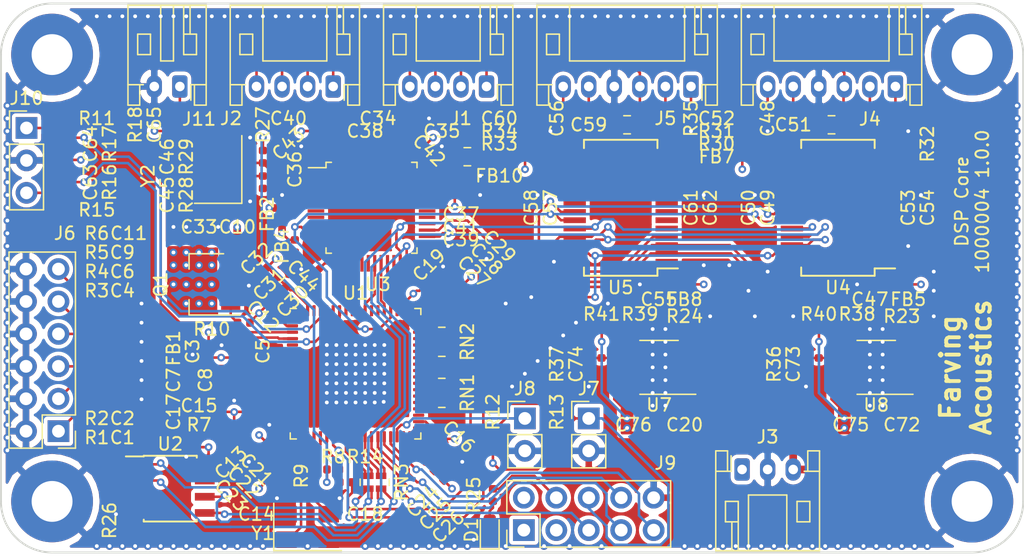
<source format=kicad_pcb>
(kicad_pcb (version 20171130) (host pcbnew "(5.1.2)-1")
  (layers (0 F.Cu signal) (1 In1.Cu power hide) (2 In2.Cu power) (31 B.Cu signal) (34 B.Paste user) (35 F.Paste user) (36 B.SilkS user) (37 F.SilkS user) (38 B.Mask user) (39 F.Mask user) (44 Edge.Cuts user))
  (net 0 "")
  (net 1 GND)
  (net 2 VDDA)
  (net 3 "Net-(C4-Pad1)")
  (net 4 "Net-(C6-Pad1)")
  (net 5 "Net-(C9-Pad1)")
  (net 6 +3V3)
  (net 7 "Net-(C11-Pad1)")
  (net 8 "Net-(C14-Pad1)")
  (net 9 "Net-(C15-Pad2)")
  (net 10 "Net-(C18-Pad1)")
  (net 11 "Net-(C34-Pad1)")
  (net 12 "Net-(C36-Pad1)")
  (net 13 "Net-(C37-Pad1)")
  (net 14 "Net-(C38-Pad2)")
  (net 15 "Net-(C40-Pad1)")
  (net 16 "Net-(C44-Pad1)")
  (net 17 "Net-(C45-Pad1)")
  (net 18 "Net-(C46-Pad1)")
  (net 19 "Net-(C47-Pad1)")
  (net 20 "Net-(C48-Pad1)")
  (net 21 "Net-(C49-Pad1)")
  (net 22 /DAC1/Vbias)
  (net 23 "Net-(C53-Pad1)")
  (net 24 "Net-(C55-Pad1)")
  (net 25 "Net-(C56-Pad1)")
  (net 26 "Net-(C57-Pad1)")
  (net 27 /DAC2/Vbias)
  (net 28 "Net-(C61-Pad1)")
  (net 29 "Net-(D1-Pad2)")
  (net 30 +5V)
  (net 31 /ADC/In_L0P)
  (net 32 /ADC/In_L0N)
  (net 33 /ADC/In_R0P)
  (net 34 /ADC/In_R0N)
  (net 35 /ADC/In_R1N)
  (net 36 /ADC/In_R1P)
  (net 37 /ADC/In_L1N)
  (net 38 /ADC/In_L1P)
  (net 39 /DAC1/Out_RN)
  (net 40 /DAC1/Out_RP)
  (net 41 /DAC1/Out_LN)
  (net 42 /DAC1/Out_LP)
  (net 43 /DAC2/Out_LP)
  (net 44 /DAC2/Out_LN)
  (net 45 /DAC2/Out_RP)
  (net 46 /DAC2/Out_RN)
  (net 47 "Net-(J6-Pad1)")
  (net 48 "Net-(J6-Pad3)")
  (net 49 "Net-(J6-Pad5)")
  (net 50 "Net-(J6-Pad7)")
  (net 51 /DSP/nRESET)
  (net 52 "Net-(J8-Pad1)")
  (net 53 /DSP/MISO)
  (net 54 /DSP/SCLK)
  (net 55 /DSP/MOSI)
  (net 56 /DSP/SS)
  (net 57 "Net-(Q1-Pad1)")
  (net 58 /DSP/I2S_MCLK_ADC)
  (net 59 /DSP/MCLK)
  (net 60 "Net-(R9-Pad1)")
  (net 61 /DAC1/I2S_MCLK)
  (net 62 /DAC1/I2S_LRCLK)
  (net 63 /DAC1/I2S_BCLK)
  (net 64 /DAC1/I2S_SDOUT)
  (net 65 /DAC2/I2S_SDOUT)
  (net 66 /ADC/SPI_CLK)
  (net 67 /ADC/SPI_MOSI)
  (net 68 /ADC/SPI_MISO)
  (net 69 "Net-(R26-Pad2)")
  (net 70 "Net-(R28-Pad1)")
  (net 71 "Net-(R32-Pad1)")
  (net 72 "Net-(R35-Pad1)")
  (net 73 /DAC1/SPI_CS)
  (net 74 /ADC/SPI_CS)
  (net 75 /DSP/ENABLE)
  (net 76 /DSP/MUTE)
  (net 77 /ADC/I2S_BCLK)
  (net 78 /ADC/I2S_LRCLK)
  (net 79 /ADC/I2S_SDIN1)
  (net 80 /ADC/I2S_SDIN2)
  (net 81 "Net-(U3-Pad11)")
  (net 82 "Net-(C17-Pad2)")
  (net 83 /DSP/DVDD)
  (net 84 "Net-(RN1-Pad1)")
  (net 85 "Net-(RN1-Pad3)")
  (net 86 "Net-(RN1-Pad2)")
  (net 87 "Net-(RN2-Pad4)")
  (net 88 "Net-(RN2-Pad2)")
  (net 89 "Net-(RN2-Pad3)")
  (net 90 "Net-(RN3-Pad1)")
  (net 91 "Net-(RN3-Pad3)")
  (net 92 "Net-(RN3-Pad2)")
  (net 93 "Net-(RN3-Pad4)")
  (net 94 "Net-(RN3-Pad5)")
  (net 95 "Net-(C63-Pad1)")
  (net 96 "Net-(C64-Pad1)")
  (net 97 "Net-(J9-Pad4)")
  (net 98 "Net-(J9-Pad3)")
  (net 99 /DSP/A-MP12)
  (net 100 /DSP/B-MP13)
  (net 101 "Net-(RN1-Pad4)")
  (net 102 "Net-(RN2-Pad8)")
  (net 103 "Net-(RN2-Pad1)")
  (net 104 "Net-(U1-Pad5)")
  (net 105 "Net-(U1-Pad48)")
  (net 106 "Net-(U1-Pad60)")
  (net 107 "Net-(U1-Pad61)")
  (net 108 "Net-(U1-Pad63)")
  (net 109 "Net-(U1-Pad64)")
  (net 110 "Net-(U1-Pad65)")
  (net 111 "Net-(U1-Pad68)")
  (net 112 "Net-(U1-Pad70)")
  (net 113 "Net-(U3-Pad14)")
  (net 114 "Net-(U3-Pad15)")
  (net 115 "Net-(U3-Pad17)")
  (net 116 "Net-(U3-Pad18)")
  (net 117 "Net-(U4-Pad21)")
  (net 118 "Net-(U4-Pad20)")
  (net 119 "Net-(U4-Pad9)")
  (net 120 "Net-(U4-Pad8)")
  (net 121 "Net-(U4-Pad7)")
  (net 122 "Net-(U4-Pad6)")
  (net 123 "Net-(U4-Pad5)")
  (net 124 "Net-(U5-Pad5)")
  (net 125 "Net-(U5-Pad6)")
  (net 126 "Net-(U5-Pad7)")
  (net 127 "Net-(U5-Pad8)")
  (net 128 "Net-(U5-Pad9)")
  (net 129 "Net-(U5-Pad20)")
  (net 130 "Net-(U5-Pad21)")
  (net 131 "Net-(C65-Pad1)")
  (net 132 "Net-(U7-Pad5)")
  (net 133 "Net-(U8-Pad5)")
  (net 134 VDD)
  (net 135 "Net-(C73-Pad1)")
  (net 136 "Net-(C74-Pad1)")
  (net 137 "Net-(R23-Pad1)")
  (net 138 "Net-(R24-Pad1)")
  (net 139 "Net-(R38-Pad1)")
  (net 140 "Net-(R39-Pad1)")
  (net 141 "Net-(J9-Pad1)")
  (net 142 "Net-(J9-Pad2)")
  (net 143 "Net-(U3-Pad6)")
  (net 144 "Net-(U3-Pad7)")
  (net 145 "Net-(U3-Pad8)")
  (net 146 "Net-(U3-Pad9)")
  (net 147 "Net-(U3-Pad16)")
  (net 148 "Net-(U3-Pad28)")
  (net 149 "Net-(U3-Pad29)")
  (net 150 "Net-(U3-Pad30)")
  (net 151 "Net-(U3-Pad31)")
  (net 152 /6V)
  (net 153 "Net-(U1-Pad39)")
  (net 154 "Net-(U1-Pad40)")
  (net 155 "Net-(U1-Pad57)")
  (net 156 "Net-(RN2-Pad5)")
  (net 157 "Net-(U1-Pad67)")
  (net 158 "Net-(C1-Pad1)")
  (net 159 "Net-(C2-Pad1)")
  (net 160 "Net-(J6-Pad9)")
  (net 161 "Net-(J6-Pad11)")
  (net 162 /DSP/SPDIF_IN)
  (module Package_CSP:LFCSP-72-1EP_10x10mm_P0.5mm_EP5.3x5.3mm (layer F.Cu) (at 138.25 106)
    (fp_text reference U1 (at 0 -6.32) (layer F.SilkS))
    (fp_text value ADAU1452)
    (pad 73 smd roundrect (at 0 0) (size 5.3 5.3) (layers F.Cu F.Mask) (roundrect_rratio 0.04717) (net 1 GND))
    (pad 1 smd roundrect (at -4.9375 -4.25) (size 0.875 0.25) (layers F.Cu F.Paste F.Mask) (net 1 GND))
    (pad 2 smd roundrect (at -4.9375 -3.75) (size 0.875 0.25) (layers F.Cu F.Paste F.Mask) (net 134 VDD))
    (pad 3 smd roundrect (at -4.9375 -3.25) (size 0.875 0.25) (layers F.Cu F.Paste F.Mask) (net 57 "Net-(Q1-Pad1)"))
    (pad 4 smd roundrect (at -4.9375 -2.75) (size 0.875 0.25) (layers F.Cu F.Paste F.Mask) (net 162 /DSP/SPDIF_IN))
    (pad 5 smd roundrect (at -4.9375 -2.25) (size 0.875 0.25) (layers F.Cu F.Paste F.Mask) (net 104 "Net-(U1-Pad5)"))
    (pad 6 smd roundrect (at -4.9375 -1.75) (size 0.875 0.25) (layers F.Cu F.Paste F.Mask) (net 1 GND))
    (pad 7 smd roundrect (at -4.9375 -1.25) (size 0.875 0.25) (layers F.Cu F.Paste F.Mask) (net 2 VDDA))
    (pad 8 smd roundrect (at -4.9375 -0.75) (size 0.875 0.25) (layers F.Cu F.Paste F.Mask) (net 7 "Net-(C11-Pad1)"))
    (pad 9 smd roundrect (at -4.9375 -0.25) (size 0.875 0.25) (layers F.Cu F.Paste F.Mask) (net 5 "Net-(C9-Pad1)"))
    (pad 10 smd roundrect (at -4.9375 0.25) (size 0.875 0.25) (layers F.Cu F.Paste F.Mask) (net 4 "Net-(C6-Pad1)"))
    (pad 11 smd roundrect (at -4.9375 0.75) (size 0.875 0.25) (layers F.Cu F.Paste F.Mask) (net 3 "Net-(C4-Pad1)"))
    (pad 12 smd roundrect (at -4.9375 1.25) (size 0.875 0.25) (layers F.Cu F.Paste F.Mask) (net 159 "Net-(C2-Pad1)"))
    (pad 13 smd roundrect (at -4.9375 1.75) (size 0.875 0.25) (layers F.Cu F.Paste F.Mask) (net 158 "Net-(C1-Pad1)"))
    (pad 14 smd roundrect (at -4.9375 2.25) (size 0.875 0.25) (layers F.Cu F.Paste F.Mask) (net 1 GND))
    (pad 15 smd roundrect (at -4.9375 2.75) (size 0.875 0.25) (layers F.Cu F.Paste F.Mask) (net 2 VDDA))
    (pad 16 smd roundrect (at -4.9375 3.25) (size 0.875 0.25) (layers F.Cu F.Paste F.Mask) (net 9 "Net-(C15-Pad2)"))
    (pad 17 smd roundrect (at -4.9375 3.75) (size 0.875 0.25) (layers F.Cu F.Paste F.Mask) (net 1 GND))
    (pad 18 smd roundrect (at -4.9375 4.25) (size 0.875 0.25) (layers F.Cu F.Paste F.Mask) (net 134 VDD))
    (pad 19 smd roundrect (at -4.25 4.9375) (size 0.25 0.875) (layers F.Cu F.Paste F.Mask) (net 1 GND))
    (pad 20 smd roundrect (at -3.75 4.9375) (size 0.25 0.875) (layers F.Cu F.Paste F.Mask) (net 83 /DSP/DVDD))
    (pad 21 smd roundrect (at -3.25 4.9375) (size 0.25 0.875) (layers F.Cu F.Paste F.Mask) (net 8 "Net-(C14-Pad1)"))
    (pad 22 smd roundrect (at -2.75 4.9375) (size 0.25 0.875) (layers F.Cu F.Paste F.Mask) (net 60 "Net-(R9-Pad1)"))
    (pad 23 smd roundrect (at -2.25 4.9375) (size 0.25 0.875) (layers F.Cu F.Paste F.Mask) (net 59 /DSP/MCLK))
    (pad 24 smd roundrect (at -1.75 4.9375) (size 0.25 0.875) (layers F.Cu F.Paste F.Mask) (net 51 /DSP/nRESET))
    (pad 25 smd roundrect (at -1.25 4.9375) (size 0.25 0.875) (layers F.Cu F.Paste F.Mask) (net 1 GND))
    (pad 26 smd roundrect (at -0.75 4.9375) (size 0.25 0.875) (layers F.Cu F.Paste F.Mask) (net 93 "Net-(RN3-Pad4)"))
    (pad 27 smd roundrect (at -0.25 4.9375) (size 0.25 0.875) (layers F.Cu F.Paste F.Mask) (net 91 "Net-(RN3-Pad3)"))
    (pad 28 smd roundrect (at 0.25 4.9375) (size 0.25 0.875) (layers F.Cu F.Paste F.Mask) (net 92 "Net-(RN3-Pad2)"))
    (pad 29 smd roundrect (at 0.75 4.9375) (size 0.25 0.875) (layers F.Cu F.Paste F.Mask) (net 90 "Net-(RN3-Pad1)"))
    (pad 30 smd roundrect (at 1.25 4.9375) (size 0.25 0.875) (layers F.Cu F.Paste F.Mask) (net 53 /DSP/MISO))
    (pad 31 smd roundrect (at 1.75 4.9375) (size 0.25 0.875) (layers F.Cu F.Paste F.Mask) (net 54 /DSP/SCLK))
    (pad 32 smd roundrect (at 2.25 4.9375) (size 0.25 0.875) (layers F.Cu F.Paste F.Mask) (net 55 /DSP/MOSI))
    (pad 33 smd roundrect (at 2.75 4.9375) (size 0.25 0.875) (layers F.Cu F.Paste F.Mask) (net 56 /DSP/SS))
    (pad 34 smd roundrect (at 3.25 4.9375) (size 0.25 0.875) (layers F.Cu F.Paste F.Mask) (net 52 "Net-(J8-Pad1)"))
    (pad 35 smd roundrect (at 3.75 4.9375) (size 0.25 0.875) (layers F.Cu F.Paste F.Mask) (net 83 /DSP/DVDD))
    (pad 36 smd roundrect (at 4.25 4.9375) (size 0.25 0.875) (layers F.Cu F.Paste F.Mask) (net 1 GND))
    (pad 37 smd roundrect (at 4.9375 4.25) (size 0.875 0.25) (layers F.Cu F.Paste F.Mask) (net 1 GND))
    (pad 38 smd roundrect (at 4.9375 3.75) (size 0.875 0.25) (layers F.Cu F.Paste F.Mask) (net 134 VDD))
    (pad 39 smd roundrect (at 4.9375 3.25) (size 0.875 0.25) (layers F.Cu F.Paste F.Mask) (net 153 "Net-(U1-Pad39)"))
    (pad 40 smd roundrect (at 4.9375 2.75) (size 0.875 0.25) (layers F.Cu F.Paste F.Mask) (net 154 "Net-(U1-Pad40)"))
    (pad 41 smd roundrect (at 4.9375 2.25) (size 0.875 0.25) (layers F.Cu F.Paste F.Mask) (net 101 "Net-(RN1-Pad4)"))
    (pad 42 smd roundrect (at 4.9375 1.75) (size 0.875 0.25) (layers F.Cu F.Paste F.Mask) (net 85 "Net-(RN1-Pad3)"))
    (pad 43 smd roundrect (at 4.9375 1.25) (size 0.875 0.25) (layers F.Cu F.Paste F.Mask) (net 86 "Net-(RN1-Pad2)"))
    (pad 44 smd roundrect (at 4.9375 0.75) (size 0.875 0.25) (layers F.Cu F.Paste F.Mask) (net 84 "Net-(RN1-Pad1)"))
    (pad 45 smd roundrect (at 4.9375 0.25) (size 0.875 0.25) (layers F.Cu F.Paste F.Mask) (net 73 /DAC1/SPI_CS))
    (pad 46 smd roundrect (at 4.9375 -0.25) (size 0.875 0.25) (layers F.Cu F.Paste F.Mask) (net 76 /DSP/MUTE))
    (pad 47 smd roundrect (at 4.9375 -0.75) (size 0.875 0.25) (layers F.Cu F.Paste F.Mask) (net 74 /ADC/SPI_CS))
    (pad 48 smd roundrect (at 4.9375 -1.25) (size 0.875 0.25) (layers F.Cu F.Paste F.Mask) (net 105 "Net-(U1-Pad48)"))
    (pad 49 smd roundrect (at 4.9375 -1.75) (size 0.875 0.25) (layers F.Cu F.Paste F.Mask) (net 87 "Net-(RN2-Pad4)"))
    (pad 50 smd roundrect (at 4.9375 -2.25) (size 0.875 0.25) (layers F.Cu F.Paste F.Mask) (net 89 "Net-(RN2-Pad3)"))
    (pad 51 smd roundrect (at 4.9375 -2.75) (size 0.875 0.25) (layers F.Cu F.Paste F.Mask) (net 88 "Net-(RN2-Pad2)"))
    (pad 52 smd roundrect (at 4.9375 -3.25) (size 0.875 0.25) (layers F.Cu F.Paste F.Mask) (net 103 "Net-(RN2-Pad1)"))
    (pad 53 smd roundrect (at 4.9375 -3.75) (size 0.875 0.25) (layers F.Cu F.Paste F.Mask) (net 83 /DSP/DVDD))
    (pad 54 smd roundrect (at 4.9375 -4.25) (size 0.875 0.25) (layers F.Cu F.Paste F.Mask) (net 1 GND))
    (pad 55 smd roundrect (at 4.25 -4.9375) (size 0.25 0.875) (layers F.Cu F.Paste F.Mask) (net 1 GND))
    (pad 56 smd roundrect (at 3.75 -4.9375) (size 0.25 0.875) (layers F.Cu F.Paste F.Mask) (net 134 VDD))
    (pad 57 smd roundrect (at 3.25 -4.9375) (size 0.25 0.875) (layers F.Cu F.Paste F.Mask) (net 155 "Net-(U1-Pad57)"))
    (pad 58 smd roundrect (at 2.75 -4.9375) (size 0.25 0.875) (layers F.Cu F.Paste F.Mask) (net 75 /DSP/ENABLE))
    (pad 59 smd roundrect (at 2.25 -4.9375) (size 0.25 0.875) (layers F.Cu F.Paste F.Mask) (net 79 /ADC/I2S_SDIN1))
    (pad 60 smd roundrect (at 1.75 -4.9375) (size 0.25 0.875) (layers F.Cu F.Paste F.Mask) (net 106 "Net-(U1-Pad60)"))
    (pad 61 smd roundrect (at 1.25 -4.9375) (size 0.25 0.875) (layers F.Cu F.Paste F.Mask) (net 107 "Net-(U1-Pad61)"))
    (pad 62 smd roundrect (at 0.75 -4.9375) (size 0.25 0.875) (layers F.Cu F.Paste F.Mask) (net 80 /ADC/I2S_SDIN2))
    (pad 63 smd roundrect (at 0.25 -4.9375) (size 0.25 0.875) (layers F.Cu F.Paste F.Mask) (net 108 "Net-(U1-Pad63)"))
    (pad 64 smd roundrect (at -0.25 -4.9375) (size 0.25 0.875) (layers F.Cu F.Paste F.Mask) (net 109 "Net-(U1-Pad64)"))
    (pad 65 smd roundrect (at -0.75 -4.9375) (size 0.25 0.875) (layers F.Cu F.Paste F.Mask) (net 110 "Net-(U1-Pad65)"))
    (pad 66 smd roundrect (at -1.25 -4.9375) (size 0.25 0.875) (layers F.Cu F.Paste F.Mask) (net 99 /DSP/A-MP12))
    (pad 67 smd roundrect (at -1.75 -4.9375) (size 0.25 0.875) (layers F.Cu F.Paste F.Mask) (net 157 "Net-(U1-Pad67)"))
    (pad 68 smd roundrect (at -2.25 -4.9375) (size 0.25 0.875) (layers F.Cu F.Paste F.Mask) (net 111 "Net-(U1-Pad68)"))
    (pad 69 smd roundrect (at -2.75 -4.9375) (size 0.25 0.875) (layers F.Cu F.Paste F.Mask) (net 100 /DSP/B-MP13))
    (pad 70 smd roundrect (at -3.25 -4.9375) (size 0.25 0.875) (layers F.Cu F.Paste F.Mask) (net 112 "Net-(U1-Pad70)"))
    (pad 71 smd roundrect (at -3.75 -4.9375) (size 0.25 0.875) (layers F.Cu F.Paste F.Mask) (net 83 /DSP/DVDD))
    (pad 72 smd roundrect (at -4.25 -4.9375) (size 0.25 0.875) (layers F.Cu F.Paste F.Mask) (net 1 GND))
  )
  (module Library:PCB_Board_70x43 (layer F.Cu) (at 150.5 98.5)
    (fp_text reference PCB1 hide)
    (fp_text value Board_Module)
    (fp_line (start -36 -21.5) (end 36 -21.5) (layer Edge.Cuts) (width 0.15))
    (fp_line (start 40 -17.5) (end 40 17.5) (layer Edge.Cuts) (width 0.15))
    (fp_line (start 36 21.5) (end -36 21.5) (layer Edge.Cuts) (width 0.15))
    (fp_line (start -40 17.5) (end -40 -17.5) (layer Edge.Cuts) (width 0.15))
    (fp_arc (start 36 -17.5) (end 40 -17.5) (angle -90) (layer Edge.Cuts) (width 0.15))
    (fp_arc (start -36 -17.5) (end -36 -21.5) (angle -90) (layer Edge.Cuts) (width 0.15))
    (fp_arc (start -36 17.5) (end -40 17.5) (angle -90) (layer Edge.Cuts) (width 0.15))
    (fp_arc (start 36 17.5) (end 36 21.5) (angle -90) (layer Edge.Cuts) (width 0.15))
    (pad 1 thru_hole circle (at -36 -17.5) (size 6.4 6.4) (drill 3.2) (layers *.Cu *.Mask) (net 1 GND))
    (pad 2 thru_hole circle (at -36 17.5) (size 6.4 6.4) (drill 3.2) (layers *.Cu *.Mask) (net 1 GND))
    (pad 3 thru_hole circle (at 36 17.5) (size 6.44 6.44) (drill 3.2) (layers *.Cu *.Mask) (net 1 GND))
    (pad 4 thru_hole circle (at 36 -17.5) (size 6.4 6.4) (drill 3.2) (layers *.Cu *.Mask) (net 1 GND))
  )
  (module Package_SO:SSOP-28_5.3x10.2mm_P0.65mm (layer F.Cu) (at 176 93 180)
    (fp_text reference U4 (at 0 -6.25 180) (layer F.SilkS))
    (fp_text value AD1955)
    (pad 28 smd rect (at 3.6 -4.225 180) (size 1.75 0.45) (layers F.Cu F.Paste F.Mask) (net 1 GND))
    (pad 27 smd rect (at 3.6 -3.575 180) (size 1.75 0.45) (layers F.Cu F.Paste F.Mask) (net 61 /DAC1/I2S_MCLK))
    (pad 26 smd rect (at 3.6 -2.925 180) (size 1.75 0.45) (layers F.Cu F.Paste F.Mask) (net 66 /ADC/SPI_CLK))
    (pad 25 smd rect (at 3.6 -2.275 180) (size 1.75 0.45) (layers F.Cu F.Paste F.Mask) (net 73 /DAC1/SPI_CS))
    (pad 24 smd rect (at 3.6 -1.625 180) (size 1.75 0.45) (layers F.Cu F.Paste F.Mask) (net 67 /ADC/SPI_MOSI))
    (pad 23 smd rect (at 3.6 -0.975 180) (size 1.75 0.45) (layers F.Cu F.Paste F.Mask) (net 75 /DSP/ENABLE))
    (pad 22 smd rect (at 3.6 -0.325 180) (size 1.75 0.45) (layers F.Cu F.Paste F.Mask) (net 76 /DSP/MUTE))
    (pad 21 smd rect (at 3.6 0.325 180) (size 1.75 0.45) (layers F.Cu F.Paste F.Mask) (net 117 "Net-(U4-Pad21)"))
    (pad 20 smd rect (at 3.6 0.975 180) (size 1.75 0.45) (layers F.Cu F.Paste F.Mask) (net 118 "Net-(U4-Pad20)"))
    (pad 19 smd rect (at 3.6 1.625 180) (size 1.75 0.45) (layers F.Cu F.Paste F.Mask) (net 1 GND))
    (pad 18 smd rect (at 3.6 2.275 180) (size 1.75 0.45) (layers F.Cu F.Paste F.Mask) (net 42 /DAC1/Out_LP))
    (pad 17 smd rect (at 3.6 2.925 180) (size 1.75 0.45) (layers F.Cu F.Paste F.Mask) (net 41 /DAC1/Out_LN))
    (pad 16 smd rect (at 3.6 3.575 180) (size 1.75 0.45) (layers F.Cu F.Paste F.Mask) (net 21 "Net-(C49-Pad1)"))
    (pad 15 smd rect (at 3.6 4.225 180) (size 1.75 0.45) (layers F.Cu F.Paste F.Mask) (net 20 "Net-(C48-Pad1)"))
    (pad 14 smd rect (at -3.6 4.225 180) (size 1.75 0.45) (layers F.Cu F.Paste F.Mask) (net 71 "Net-(R32-Pad1)"))
    (pad 13 smd rect (at -3.6 3.575 180) (size 1.75 0.45) (layers F.Cu F.Paste F.Mask) (net 23 "Net-(C53-Pad1)"))
    (pad 12 smd rect (at -3.6 2.925 180) (size 1.75 0.45) (layers F.Cu F.Paste F.Mask) (net 39 /DAC1/Out_RN))
    (pad 11 smd rect (at -3.6 2.275 180) (size 1.75 0.45) (layers F.Cu F.Paste F.Mask) (net 40 /DAC1/Out_RP))
    (pad 10 smd rect (at -3.6 1.625 180) (size 1.75 0.45) (layers F.Cu F.Paste F.Mask) (net 1 GND))
    (pad 9 smd rect (at -3.6 0.975 180) (size 1.75 0.45) (layers F.Cu F.Paste F.Mask) (net 119 "Net-(U4-Pad9)"))
    (pad 8 smd rect (at -3.6 0.325 180) (size 1.75 0.45) (layers F.Cu F.Paste F.Mask) (net 120 "Net-(U4-Pad8)"))
    (pad 7 smd rect (at -3.6 -0.325 180) (size 1.75 0.45) (layers F.Cu F.Paste F.Mask) (net 121 "Net-(U4-Pad7)"))
    (pad 6 smd rect (at -3.6 -0.975 180) (size 1.75 0.45) (layers F.Cu F.Paste F.Mask) (net 122 "Net-(U4-Pad6)"))
    (pad 5 smd rect (at -3.6 -1.625 180) (size 1.75 0.45) (layers F.Cu F.Paste F.Mask) (net 123 "Net-(U4-Pad5)"))
    (pad 4 smd rect (at -3.6 -2.275 180) (size 1.75 0.45) (layers F.Cu F.Paste F.Mask) (net 64 /DAC1/I2S_SDOUT))
    (pad 3 smd rect (at -3.6 -2.925 180) (size 1.75 0.45) (layers F.Cu F.Paste F.Mask) (net 63 /DAC1/I2S_BCLK))
    (pad 2 smd rect (at -3.6 -3.575 180) (size 1.75 0.45) (layers F.Cu F.Paste F.Mask) (net 62 /DAC1/I2S_LRCLK))
    (pad 1 smd rect (at -3.6 -4.225 180) (size 1.75 0.45) (layers F.Cu F.Paste F.Mask) (net 19 "Net-(C47-Pad1)"))
  )
  (module Inductor_SMD:L_0402_1005Metric (layer F.Cu) (at 133.5 96 270)
    (fp_text reference FB4 (at 0 1 270) (layer F.SilkS))
    (fp_text value 600Z)
    (pad 2 smd roundrect (at 0.485 0 270) (size 0.59 0.64) (layers F.Cu F.Paste F.Mask) (net 16 "Net-(C44-Pad1)"))
    (pad 1 smd roundrect (at -0.485 0 270) (size 0.59 0.64) (layers F.Cu F.Paste F.Mask) (net 6 +3V3))
  )
  (module Resistor_SMD:R_0402_1005Metric (layer F.Cu) (at 154 111.5 270)
    (fp_text reference R13 (at -2.5 0 90) (layer F.SilkS))
    (fp_text value 10k)
    (pad 2 smd roundrect (at 0.485 0 270) (size 0.59 0.64) (layers F.Cu F.Paste F.Mask) (net 134 VDD))
    (pad 1 smd roundrect (at -0.485 0 270) (size 0.59 0.64) (layers F.Cu F.Paste F.Mask) (net 51 /DSP/nRESET))
  )
  (module Resistor_SMD:R_0402_1005Metric (layer F.Cu) (at 136.5 113.5 180)
    (fp_text reference R8 (at 0 1 180) (layer F.SilkS))
    (fp_text value 33R)
    (pad 2 smd roundrect (at 0.485 0 180) (size 0.59 0.64) (layers F.Cu F.Paste F.Mask) (net 58 /DSP/I2S_MCLK_ADC))
    (pad 1 smd roundrect (at -0.485 0 180) (size 0.59 0.64) (layers F.Cu F.Paste F.Mask) (net 59 /DSP/MCLK))
  )
  (module Resistor_SMD:R_0402_1005Metric (layer F.Cu) (at 137.5 114.5 180)
    (fp_text reference R14 (at -1.5 2 180) (layer F.SilkS))
    (fp_text value 33R)
    (pad 1 smd roundrect (at -0.485 0 180) (size 0.59 0.64) (layers F.Cu F.Paste F.Mask) (net 61 /DAC1/I2S_MCLK))
    (pad 2 smd roundrect (at 0.485 0 180) (size 0.59 0.64) (layers F.Cu F.Paste F.Mask) (net 59 /DSP/MCLK))
  )
  (module Package_TO_SOT_SMD:SOT-89-3 (layer F.Cu) (at 127 99 180)
    (fp_text reference Q1 (at 4 0 270) (layer F.SilkS))
    (fp_text value 2STF2550)
    (pad 2 smd trapezoid (at -0.0762 0 270) (size 1.5 1) (rect_delta 0 0.7) (layers F.Cu F.Paste F.Mask) (net 83 /DSP/DVDD))
    (pad 2 smd rect (at 1.3335 0 90) (size 2.2 1.84) (layers F.Cu F.Paste F.Mask) (net 83 /DSP/DVDD))
    (pad 3 smd rect (at -1.48 1.5 90) (size 1 1.5) (layers F.Cu F.Paste F.Mask) (net 134 VDD))
    (pad 2 smd rect (at -1.3335 0 90) (size 1 1.8) (layers F.Cu F.Paste F.Mask) (net 83 /DSP/DVDD))
    (pad 1 smd rect (at -1.48 -1.5 90) (size 1 1.5) (layers F.Cu F.Paste F.Mask) (net 57 "Net-(Q1-Pad1)"))
    (pad 2 smd trapezoid (at 2.667 0 90) (size 1.6 0.85) (rect_delta 0 0.6) (layers F.Cu F.Paste F.Mask) (net 83 /DSP/DVDD))
  )
  (module Connector_PinHeader_2.54mm:PinHeader_1x02_P2.54mm_Vertical (layer F.Cu) (at 156.5 109.5)
    (fp_text reference J7 (at 0 -2.33 180) (layer F.SilkS))
    (fp_text value Conn_01x02_Male)
    (pad 2 thru_hole oval (at 0 2.54) (size 1.7 1.7) (drill 1) (layers *.Cu *.Mask) (net 1 GND))
    (pad 1 thru_hole rect (at 0 0) (size 1.7 1.7) (drill 1) (layers *.Cu *.Mask) (net 51 /DSP/nRESET))
  )
  (module Connector_PinHeader_2.54mm:PinHeader_1x02_P2.54mm_Vertical (layer F.Cu) (at 151.5 109.5)
    (fp_text reference J8 (at 0 -2.33) (layer F.SilkS))
    (fp_text value Conn_01x02_Male)
    (pad 2 thru_hole oval (at 0 2.54) (size 1.7 1.7) (drill 1) (layers *.Cu *.Mask) (net 1 GND))
    (pad 1 thru_hole rect (at 0 0) (size 1.7 1.7) (drill 1) (layers *.Cu *.Mask) (net 52 "Net-(J8-Pad1)"))
  )
  (module Package_SO:SOIC-8_3.9x4.9mm_P1.27mm (layer F.Cu) (at 123.75 115)
    (fp_text reference U2 (at 0 -3.5) (layer F.SilkS))
    (fp_text value 24AA1024)
    (pad 1 smd rect (at -2.7 -1.905) (size 1.55 0.6) (layers F.Cu F.Paste F.Mask) (net 94 "Net-(RN3-Pad5)"))
    (pad 2 smd rect (at -2.7 -0.635) (size 1.55 0.6) (layers F.Cu F.Paste F.Mask) (net 68 /ADC/SPI_MISO))
    (pad 3 smd rect (at -2.7 0.635) (size 1.55 0.6) (layers F.Cu F.Paste F.Mask) (net 69 "Net-(R26-Pad2)"))
    (pad 4 smd rect (at -2.7 1.905) (size 1.55 0.6) (layers F.Cu F.Paste F.Mask) (net 1 GND))
    (pad 5 smd rect (at 2.7 1.905) (size 1.55 0.6) (layers F.Cu F.Paste F.Mask) (net 67 /ADC/SPI_MOSI))
    (pad 6 smd rect (at 2.7 0.635) (size 1.55 0.6) (layers F.Cu F.Paste F.Mask) (net 66 /ADC/SPI_CLK))
    (pad 7 smd rect (at 2.7 -0.635) (size 1.55 0.6) (layers F.Cu F.Paste F.Mask) (net 134 VDD))
    (pad 8 smd rect (at 2.7 -1.905) (size 1.55 0.6) (layers F.Cu F.Paste F.Mask) (net 134 VDD))
  )
  (module Resistor_SMD:R_0402_1005Metric (layer F.Cu) (at 119.25 115 270)
    (fp_text reference R26 (at 2.5 0.25 270) (layer F.SilkS))
    (fp_text value 10k)
    (pad 2 smd roundrect (at 0.485 0 270) (size 0.59 0.64) (layers F.Cu F.Paste F.Mask) (net 69 "Net-(R26-Pad2)"))
    (pad 1 smd roundrect (at -0.485 0 270) (size 0.59 0.64) (layers F.Cu F.Paste F.Mask) (net 134 VDD))
  )
  (module Package_SO:SSOP-28_5.3x10.2mm_P0.65mm (layer F.Cu) (at 159 93 180)
    (fp_text reference U5 (at 0 -6.25 180) (layer F.SilkS))
    (fp_text value AD1955)
    (pad 1 smd rect (at -3.6 -4.225 180) (size 1.75 0.45) (layers F.Cu F.Paste F.Mask) (net 24 "Net-(C55-Pad1)"))
    (pad 2 smd rect (at -3.6 -3.575 180) (size 1.75 0.45) (layers F.Cu F.Paste F.Mask) (net 62 /DAC1/I2S_LRCLK))
    (pad 3 smd rect (at -3.6 -2.925 180) (size 1.75 0.45) (layers F.Cu F.Paste F.Mask) (net 63 /DAC1/I2S_BCLK))
    (pad 4 smd rect (at -3.6 -2.275 180) (size 1.75 0.45) (layers F.Cu F.Paste F.Mask) (net 65 /DAC2/I2S_SDOUT))
    (pad 5 smd rect (at -3.6 -1.625 180) (size 1.75 0.45) (layers F.Cu F.Paste F.Mask) (net 124 "Net-(U5-Pad5)"))
    (pad 6 smd rect (at -3.6 -0.975 180) (size 1.75 0.45) (layers F.Cu F.Paste F.Mask) (net 125 "Net-(U5-Pad6)"))
    (pad 7 smd rect (at -3.6 -0.325 180) (size 1.75 0.45) (layers F.Cu F.Paste F.Mask) (net 126 "Net-(U5-Pad7)"))
    (pad 8 smd rect (at -3.6 0.325 180) (size 1.75 0.45) (layers F.Cu F.Paste F.Mask) (net 127 "Net-(U5-Pad8)"))
    (pad 9 smd rect (at -3.6 0.975 180) (size 1.75 0.45) (layers F.Cu F.Paste F.Mask) (net 128 "Net-(U5-Pad9)"))
    (pad 10 smd rect (at -3.6 1.625 180) (size 1.75 0.45) (layers F.Cu F.Paste F.Mask) (net 1 GND))
    (pad 11 smd rect (at -3.6 2.275 180) (size 1.75 0.45) (layers F.Cu F.Paste F.Mask) (net 45 /DAC2/Out_RP))
    (pad 12 smd rect (at -3.6 2.925 180) (size 1.75 0.45) (layers F.Cu F.Paste F.Mask) (net 46 /DAC2/Out_RN))
    (pad 13 smd rect (at -3.6 3.575 180) (size 1.75 0.45) (layers F.Cu F.Paste F.Mask) (net 28 "Net-(C61-Pad1)"))
    (pad 14 smd rect (at -3.6 4.225 180) (size 1.75 0.45) (layers F.Cu F.Paste F.Mask) (net 72 "Net-(R35-Pad1)"))
    (pad 15 smd rect (at 3.6 4.225 180) (size 1.75 0.45) (layers F.Cu F.Paste F.Mask) (net 25 "Net-(C56-Pad1)"))
    (pad 16 smd rect (at 3.6 3.575 180) (size 1.75 0.45) (layers F.Cu F.Paste F.Mask) (net 26 "Net-(C57-Pad1)"))
    (pad 17 smd rect (at 3.6 2.925 180) (size 1.75 0.45) (layers F.Cu F.Paste F.Mask) (net 44 /DAC2/Out_LN))
    (pad 18 smd rect (at 3.6 2.275 180) (size 1.75 0.45) (layers F.Cu F.Paste F.Mask) (net 43 /DAC2/Out_LP))
    (pad 19 smd rect (at 3.6 1.625 180) (size 1.75 0.45) (layers F.Cu F.Paste F.Mask) (net 1 GND))
    (pad 20 smd rect (at 3.6 0.975 180) (size 1.75 0.45) (layers F.Cu F.Paste F.Mask) (net 129 "Net-(U5-Pad20)"))
    (pad 21 smd rect (at 3.6 0.325 180) (size 1.75 0.45) (layers F.Cu F.Paste F.Mask) (net 130 "Net-(U5-Pad21)"))
    (pad 22 smd rect (at 3.6 -0.325 180) (size 1.75 0.45) (layers F.Cu F.Paste F.Mask) (net 76 /DSP/MUTE))
    (pad 23 smd rect (at 3.6 -0.975 180) (size 1.75 0.45) (layers F.Cu F.Paste F.Mask) (net 75 /DSP/ENABLE))
    (pad 24 smd rect (at 3.6 -1.625 180) (size 1.75 0.45) (layers F.Cu F.Paste F.Mask) (net 67 /ADC/SPI_MOSI))
    (pad 25 smd rect (at 3.6 -2.275 180) (size 1.75 0.45) (layers F.Cu F.Paste F.Mask) (net 73 /DAC1/SPI_CS))
    (pad 26 smd rect (at 3.6 -2.925 180) (size 1.75 0.45) (layers F.Cu F.Paste F.Mask) (net 66 /ADC/SPI_CLK))
    (pad 27 smd rect (at 3.6 -3.575 180) (size 1.75 0.45) (layers F.Cu F.Paste F.Mask) (net 61 /DAC1/I2S_MCLK))
    (pad 28 smd rect (at 3.6 -4.225 180) (size 1.75 0.45) (layers F.Cu F.Paste F.Mask) (net 1 GND))
  )
  (module Capacitor_SMD:C_0402_1005Metric (layer F.Cu) (at 120 105)
    (fp_text reference C4 (at 0 -5.5) (layer F.SilkS))
    (fp_text value 100n)
    (pad 2 smd roundrect (at 0.485 0) (size 0.59 0.64) (layers F.Cu F.Paste F.Mask) (net 1 GND))
    (pad 1 smd roundrect (at -0.485 0) (size 0.59 0.64) (layers F.Cu F.Paste F.Mask) (net 3 "Net-(C4-Pad1)"))
  )
  (module Capacitor_SMD:C_0402_1005Metric (layer F.Cu) (at 129.75 104.25 90)
    (fp_text reference C5 (at 0 1.25 90) (layer F.SilkS))
    (fp_text value 100n)
    (pad 2 smd roundrect (at 0.485 0 90) (size 0.59 0.64) (layers F.Cu F.Paste F.Mask) (net 1 GND))
    (pad 1 smd roundrect (at -0.485 0 90) (size 0.59 0.64) (layers F.Cu F.Paste F.Mask) (net 2 VDDA))
  )
  (module Capacitor_SMD:C_0402_1005Metric (layer F.Cu) (at 120 103.5)
    (fp_text reference C6 (at 0 -5.5) (layer F.SilkS))
    (fp_text value 100n)
    (pad 1 smd roundrect (at -0.485 0) (size 0.59 0.64) (layers F.Cu F.Paste F.Mask) (net 4 "Net-(C6-Pad1)"))
    (pad 2 smd roundrect (at 0.485 0) (size 0.59 0.64) (layers F.Cu F.Paste F.Mask) (net 1 GND))
  )
  (module Capacitor_SMD:C_0402_1005Metric (layer F.Cu) (at 129.75 108.5 90)
    (fp_text reference C8 (at 2 -3.25 90) (layer F.SilkS))
    (fp_text value 100n)
    (pad 1 smd roundrect (at -0.485 0 90) (size 0.59 0.64) (layers F.Cu F.Paste F.Mask) (net 2 VDDA))
    (pad 2 smd roundrect (at 0.485 0 90) (size 0.59 0.64) (layers F.Cu F.Paste F.Mask) (net 1 GND))
  )
  (module Capacitor_SMD:C_0402_1005Metric (layer F.Cu) (at 120 102)
    (fp_text reference C9 (at 0 -5.5) (layer F.SilkS))
    (fp_text value 100n)
    (pad 2 smd roundrect (at 0.485 0) (size 0.59 0.64) (layers F.Cu F.Paste F.Mask) (net 1 GND))
    (pad 1 smd roundrect (at -0.485 0) (size 0.59 0.64) (layers F.Cu F.Paste F.Mask) (net 5 "Net-(C9-Pad1)"))
  )
  (module Capacitor_SMD:C_0402_1005Metric (layer F.Cu) (at 120 100.5)
    (fp_text reference C11 (at 0.5 -5.5) (layer F.SilkS))
    (fp_text value 100n)
    (pad 1 smd roundrect (at -0.485 0) (size 0.59 0.64) (layers F.Cu F.Paste F.Mask) (net 7 "Net-(C11-Pad1)"))
    (pad 2 smd roundrect (at 0.485 0) (size 0.59 0.64) (layers F.Cu F.Paste F.Mask) (net 1 GND))
  )
  (module Capacitor_SMD:C_0402_1005Metric (layer F.Cu) (at 131 100.25 135)
    (fp_text reference C12 (at -0.883883 -0.883883 135) (layer F.SilkS))
    (fp_text value 100n)
    (pad 2 smd roundrect (at 0.485 0 135) (size 0.59 0.64) (layers F.Cu F.Paste F.Mask) (net 1 GND))
    (pad 1 smd roundrect (at -0.485 0 135) (size 0.59 0.64) (layers F.Cu F.Paste F.Mask) (net 134 VDD))
  )
  (module Capacitor_SMD:C_0402_1005Metric (layer F.Cu) (at 131 111.75 225)
    (fp_text reference C13 (at 2.65165 0.883883 225) (layer F.SilkS))
    (fp_text value 100n)
    (pad 1 smd roundrect (at -0.485 0 225) (size 0.59 0.64) (layers F.Cu F.Paste F.Mask) (net 134 VDD))
    (pad 2 smd roundrect (at 0.485 0 225) (size 0.59 0.64) (layers F.Cu F.Paste F.Mask) (net 1 GND))
  )
  (module Capacitor_SMD:C_0402_1005Metric (layer F.Cu) (at 133.5 115.5 180)
    (fp_text reference C14 (at 3 -1.5 180) (layer F.SilkS))
    (fp_text value 22p)
    (pad 1 smd roundrect (at -0.485 0 180) (size 0.59 0.64) (layers F.Cu F.Paste F.Mask) (net 8 "Net-(C14-Pad1)"))
    (pad 2 smd roundrect (at 0.485 0 180) (size 0.59 0.64) (layers F.Cu F.Paste F.Mask) (net 1 GND))
  )
  (module Capacitor_SMD:C_0402_1005Metric (layer F.Cu) (at 129.25 110)
    (fp_text reference C15 (at -3.25 -1.5) (layer F.SilkS))
    (fp_text value 150p)
    (pad 2 smd roundrect (at 0.485 0) (size 0.59 0.64) (layers F.Cu F.Paste F.Mask) (net 9 "Net-(C15-Pad2)"))
    (pad 1 smd roundrect (at -0.485 0) (size 0.59 0.64) (layers F.Cu F.Paste F.Mask) (net 2 VDDA))
  )
  (module Capacitor_SMD:C_0402_1005Metric (layer F.Cu) (at 145.5 111.75 315)
    (fp_text reference C16 (at 0 -1.17 315) (layer F.SilkS))
    (fp_text value 100n)
    (pad 2 smd roundrect (at 0.485 0 315) (size 0.59 0.64) (layers F.Cu F.Paste F.Mask) (net 1 GND))
    (pad 1 smd roundrect (at -0.485 0 315) (size 0.59 0.64) (layers F.Cu F.Paste F.Mask) (net 134 VDD))
  )
  (module Capacitor_SMD:C_0402_1005Metric (layer F.Cu) (at 127.75 110.5 270)
    (fp_text reference C17 (at -1.5 3.75 270) (layer F.SilkS))
    (fp_text value 5.6n)
    (pad 1 smd roundrect (at -0.485 0 270) (size 0.59 0.64) (layers F.Cu F.Paste F.Mask) (net 2 VDDA))
    (pad 2 smd roundrect (at 0.485 0 270) (size 0.59 0.64) (layers F.Cu F.Paste F.Mask) (net 82 "Net-(C17-Pad2)"))
  )
  (module Capacitor_SMD:C_0402_1005Metric (layer F.Cu) (at 135.5 115.5)
    (fp_text reference C18 (at 3.5 1.5) (layer F.SilkS))
    (fp_text value 22p)
    (pad 2 smd roundrect (at 0.485 0) (size 0.59 0.64) (layers F.Cu F.Paste F.Mask) (net 1 GND))
    (pad 1 smd roundrect (at -0.485 0) (size 0.59 0.64) (layers F.Cu F.Paste F.Mask) (net 10 "Net-(C18-Pad1)"))
  )
  (module Capacitor_SMD:C_0402_1005Metric (layer F.Cu) (at 144 98.75 45)
    (fp_text reference C19 (at 0.883883 -0.883883 45) (layer F.SilkS))
    (fp_text value 100n)
    (pad 1 smd roundrect (at -0.485 0 45) (size 0.59 0.64) (layers F.Cu F.Paste F.Mask) (net 134 VDD))
    (pad 2 smd roundrect (at 0.485 0 45) (size 0.59 0.64) (layers F.Cu F.Paste F.Mask) (net 1 GND))
  )
  (module Capacitor_SMD:C_0402_1005Metric (layer F.Cu) (at 132.5 112.5 135)
    (fp_text reference C21 (at 0.707107 -2.12132 135) (layer F.SilkS))
    (fp_text value 10n)
    (pad 2 smd roundrect (at 0.485 0 135) (size 0.59 0.64) (layers F.Cu F.Paste F.Mask) (net 1 GND))
    (pad 1 smd roundrect (at -0.485 0 135) (size 0.59 0.64) (layers F.Cu F.Paste F.Mask) (net 83 /DSP/DVDD))
  )
  (module Capacitor_SMD:C_0402_1005Metric (layer F.Cu) (at 131.75 113.25 135)
    (fp_text reference C22 (at 0.707107 -2.474874 135) (layer F.SilkS))
    (fp_text value 100n)
    (pad 1 smd roundrect (at -0.485 0 135) (size 0.59 0.64) (layers F.Cu F.Paste F.Mask) (net 83 /DSP/DVDD))
    (pad 2 smd roundrect (at 0.485 0 135) (size 0.59 0.64) (layers F.Cu F.Paste F.Mask) (net 1 GND))
  )
  (module Capacitor_SMD:C_0402_1005Metric (layer F.Cu) (at 131 114 135)
    (fp_text reference C23 (at 0.707107 -2.828427 135) (layer F.SilkS))
    (fp_text value 1u)
    (pad 2 smd roundrect (at 0.485 0 135) (size 0.59 0.64) (layers F.Cu F.Paste F.Mask) (net 1 GND))
    (pad 1 smd roundrect (at -0.485 0 135) (size 0.59 0.64) (layers F.Cu F.Paste F.Mask) (net 83 /DSP/DVDD))
  )
  (module Capacitor_SMD:C_0402_1005Metric (layer F.Cu) (at 144 112.5 45)
    (fp_text reference C24 (at -2.828427 2.12132 45) (layer F.SilkS))
    (fp_text value 10n)
    (pad 1 smd roundrect (at -0.485 0 45) (size 0.59 0.64) (layers F.Cu F.Paste F.Mask) (net 83 /DSP/DVDD))
    (pad 2 smd roundrect (at 0.485 0 45) (size 0.59 0.64) (layers F.Cu F.Paste F.Mask) (net 1 GND))
  )
  (module Capacitor_SMD:C_0402_1005Metric (layer F.Cu) (at 144.75 113.25 45)
    (fp_text reference C25 (at -2.828427 2.474874 45) (layer F.SilkS))
    (fp_text value 100n)
    (pad 2 smd roundrect (at 0.485 0 45) (size 0.59 0.64) (layers F.Cu F.Paste F.Mask) (net 1 GND))
    (pad 1 smd roundrect (at -0.485 0 45) (size 0.59 0.64) (layers F.Cu F.Paste F.Mask) (net 83 /DSP/DVDD))
  )
  (module Capacitor_SMD:C_0402_1005Metric (layer F.Cu) (at 145.5 114 45)
    (fp_text reference C26 (at -2.828427 2.828427 45) (layer F.SilkS))
    (fp_text value 1u)
    (pad 1 smd roundrect (at -0.485 0 45) (size 0.59 0.64) (layers F.Cu F.Paste F.Mask) (net 83 /DSP/DVDD))
    (pad 2 smd roundrect (at 0.485 0 45) (size 0.59 0.64) (layers F.Cu F.Paste F.Mask) (net 1 GND))
  )
  (module Capacitor_SMD:C_0402_1005Metric (layer F.Cu) (at 144.75 100.25 135)
    (fp_text reference C27 (at -0.353553 3.535534 135) (layer F.SilkS))
    (fp_text value 10n)
    (pad 2 smd roundrect (at 0.485 0 135) (size 0.59 0.64) (layers F.Cu F.Paste F.Mask) (net 1 GND))
    (pad 1 smd roundrect (at -0.485 0 135) (size 0.59 0.64) (layers F.Cu F.Paste F.Mask) (net 83 /DSP/DVDD))
  )
  (module Capacitor_SMD:C_0402_1005Metric (layer F.Cu) (at 145.5 99.5 135)
    (fp_text reference C28 (at -0.353553 3.889087 135) (layer F.SilkS))
    (fp_text value 100n)
    (pad 1 smd roundrect (at -0.485 0 135) (size 0.59 0.64) (layers F.Cu F.Paste F.Mask) (net 83 /DSP/DVDD))
    (pad 2 smd roundrect (at 0.485 0 135) (size 0.59 0.64) (layers F.Cu F.Paste F.Mask) (net 1 GND))
  )
  (module Capacitor_SMD:C_0402_1005Metric (layer F.Cu) (at 146.25 98.75 135)
    (fp_text reference C29 (at -0.353553 4.242641 135) (layer F.SilkS))
    (fp_text value 1u)
    (pad 2 smd roundrect (at 0.485 0 135) (size 0.59 0.64) (layers F.Cu F.Paste F.Mask) (net 1 GND))
    (pad 1 smd roundrect (at -0.485 0 135) (size 0.59 0.64) (layers F.Cu F.Paste F.Mask) (net 83 /DSP/DVDD))
  )
  (module Capacitor_SMD:C_0402_1005Metric (layer F.Cu) (at 132.5 99.5 225)
    (fp_text reference C30 (at 0 -1.17 225) (layer F.SilkS))
    (fp_text value 10n)
    (pad 1 smd roundrect (at -0.485 0 225) (size 0.59 0.64) (layers F.Cu F.Paste F.Mask) (net 83 /DSP/DVDD))
    (pad 2 smd roundrect (at 0.485 0 225) (size 0.59 0.64) (layers F.Cu F.Paste F.Mask) (net 1 GND))
  )
  (module Capacitor_SMD:C_0402_1005Metric (layer F.Cu) (at 131.75 98.75 225)
    (fp_text reference C31 (at 0.353553 0 225) (layer F.SilkS))
    (fp_text value 100n)
    (pad 2 smd roundrect (at 0.485 0 225) (size 0.59 0.64) (layers F.Cu F.Paste F.Mask) (net 1 GND))
    (pad 1 smd roundrect (at -0.485 0 225) (size 0.59 0.64) (layers F.Cu F.Paste F.Mask) (net 83 /DSP/DVDD))
  )
  (module Capacitor_SMD:C_0402_1005Metric (layer F.Cu) (at 131 98 225)
    (fp_text reference C32 (at -0.353553 1.06066 225) (layer F.SilkS))
    (fp_text value 1u)
    (pad 1 smd roundrect (at -0.485 0 225) (size 0.59 0.64) (layers F.Cu F.Paste F.Mask) (net 83 /DSP/DVDD))
    (pad 2 smd roundrect (at 0.485 0 225) (size 0.59 0.64) (layers F.Cu F.Paste F.Mask) (net 1 GND))
  )
  (module Capacitor_SMD:C_0402_1005Metric (layer F.Cu) (at 142.5 87)
    (fp_text reference C35 (at 2.5 0) (layer F.SilkS))
    (fp_text value 100n)
    (pad 1 smd roundrect (at -0.485 0) (size 0.59 0.64) (layers F.Cu F.Paste F.Mask) (net 11 "Net-(C34-Pad1)"))
    (pad 2 smd roundrect (at 0.485 0) (size 0.59 0.64) (layers F.Cu F.Paste F.Mask) (net 1 GND))
  )
  (module Capacitor_SMD:C_0402_1005Metric (layer F.Cu) (at 133.5 92.5 90)
    (fp_text reference C36 (at 2.5 0 270) (layer F.SilkS))
    (fp_text value 100n)
    (pad 1 smd roundrect (at -0.485 0 90) (size 0.59 0.64) (layers F.Cu F.Paste F.Mask) (net 12 "Net-(C36-Pad1)"))
    (pad 2 smd roundrect (at 0.485 0 90) (size 0.59 0.64) (layers F.Cu F.Paste F.Mask) (net 1 GND))
  )
  (module Capacitor_SMD:C_0402_1005Metric (layer F.Cu) (at 136.5 87)
    (fp_text reference C38 (at 2.5 0) (layer F.SilkS))
    (fp_text value 2.2n)
    (pad 2 smd roundrect (at 0.485 0) (size 0.59 0.64) (layers F.Cu F.Paste F.Mask) (net 14 "Net-(C38-Pad2)"))
    (pad 1 smd roundrect (at -0.485 0) (size 0.59 0.64) (layers F.Cu F.Paste F.Mask) (net 12 "Net-(C36-Pad1)"))
  )
  (module Capacitor_SMD:C_0402_1005Metric (layer F.Cu) (at 146.5 92)
    (fp_text reference C39 (at 0 3.5) (layer F.SilkS))
    (fp_text value 100n)
    (pad 2 smd roundrect (at 0.485 0) (size 0.59 0.64) (layers F.Cu F.Paste F.Mask) (net 1 GND))
    (pad 1 smd roundrect (at -0.485 0) (size 0.59 0.64) (layers F.Cu F.Paste F.Mask) (net 12 "Net-(C36-Pad1)"))
  )
  (module Capacitor_SMD:C_0402_1005Metric (layer F.Cu) (at 136.5 86)
    (fp_text reference C40 (at -3.5 0) (layer F.SilkS))
    (fp_text value 39n)
    (pad 1 smd roundrect (at -0.485 0) (size 0.59 0.64) (layers F.Cu F.Paste F.Mask) (net 15 "Net-(C40-Pad1)"))
    (pad 2 smd roundrect (at 0.485 0) (size 0.59 0.64) (layers F.Cu F.Paste F.Mask) (net 14 "Net-(C38-Pad2)"))
  )
  (module Capacitor_SMD:C_0402_1005Metric (layer F.Cu) (at 146.5 90.5)
    (fp_text reference C41 (at 0 4) (layer F.SilkS))
    (fp_text value 100n)
    (pad 2 smd roundrect (at 0.485 0) (size 0.59 0.64) (layers F.Cu F.Paste F.Mask) (net 1 GND))
    (pad 1 smd roundrect (at -0.485 0) (size 0.59 0.64) (layers F.Cu F.Paste F.Mask) (net 13 "Net-(C37-Pad1)"))
  )
  (module Capacitor_SMD:C_0402_1005Metric (layer F.Cu) (at 144 88.5 315)
    (fp_text reference C42 (at 0 0 315) (layer F.SilkS))
    (fp_text value 100n)
    (pad 1 smd roundrect (at -0.485 0 315) (size 0.59 0.64) (layers F.Cu F.Paste F.Mask) (net 12 "Net-(C36-Pad1)"))
    (pad 2 smd roundrect (at 0.485 0 315) (size 0.59 0.64) (layers F.Cu F.Paste F.Mask) (net 1 GND))
  )
  (module Capacitor_SMD:C_0402_1005Metric (layer F.Cu) (at 135 88.5 225)
    (fp_text reference C43 (at 1.06066 1.767767 225) (layer F.SilkS))
    (fp_text value 100n)
    (pad 2 smd roundrect (at 0.485 0 225) (size 0.59 0.64) (layers F.Cu F.Paste F.Mask) (net 1 GND))
    (pad 1 smd roundrect (at -0.485 0 225) (size 0.59 0.64) (layers F.Cu F.Paste F.Mask) (net 12 "Net-(C36-Pad1)"))
  )
  (module Capacitor_SMD:C_0402_1005Metric (layer F.Cu) (at 135 97.5 135)
    (fp_text reference C44 (at 0 -1.17 135) (layer F.SilkS))
    (fp_text value 100n)
    (pad 1 smd roundrect (at -0.485 0 135) (size 0.59 0.64) (layers F.Cu F.Paste F.Mask) (net 16 "Net-(C44-Pad1)"))
    (pad 2 smd roundrect (at 0.485 0 135) (size 0.59 0.64) (layers F.Cu F.Paste F.Mask) (net 1 GND))
  )
  (module Capacitor_SMD:C_0402_1005Metric (layer F.Cu) (at 130 91 270)
    (fp_text reference C45 (at 1 6.5 270) (layer F.SilkS))
    (fp_text value 22p)
    (pad 2 smd roundrect (at 0.485 0 270) (size 0.59 0.64) (layers F.Cu F.Paste F.Mask) (net 1 GND))
    (pad 1 smd roundrect (at -0.485 0 270) (size 0.59 0.64) (layers F.Cu F.Paste F.Mask) (net 17 "Net-(C45-Pad1)"))
  )
  (module Capacitor_SMD:C_0402_1005Metric (layer F.Cu) (at 130 89 90)
    (fp_text reference C46 (at 0 -6.5 90) (layer F.SilkS))
    (fp_text value 22p)
    (pad 1 smd roundrect (at -0.485 0 90) (size 0.59 0.64) (layers F.Cu F.Paste F.Mask) (net 18 "Net-(C46-Pad1)"))
    (pad 2 smd roundrect (at 0.485 0 90) (size 0.59 0.64) (layers F.Cu F.Paste F.Mask) (net 1 GND))
  )
  (module Capacitor_SMD:C_0402_1005Metric (layer F.Cu) (at 179 99 180)
    (fp_text reference C47 (at 0.5 -1.17) (layer F.SilkS))
    (fp_text value 100n)
    (pad 2 smd roundrect (at 0.485 0 180) (size 0.59 0.64) (layers F.Cu F.Paste F.Mask) (net 1 GND))
    (pad 1 smd roundrect (at -0.485 0 180) (size 0.59 0.64) (layers F.Cu F.Paste F.Mask) (net 19 "Net-(C47-Pad1)"))
  )
  (module Capacitor_SMD:C_0402_1005Metric (layer F.Cu) (at 170.5 88.5 90)
    (fp_text reference C48 (at 2.5 0 90) (layer F.SilkS))
    (fp_text value 100n)
    (pad 2 smd roundrect (at 0.485 0 90) (size 0.59 0.64) (layers F.Cu F.Paste F.Mask) (net 1 GND))
    (pad 1 smd roundrect (at -0.485 0 90) (size 0.59 0.64) (layers F.Cu F.Paste F.Mask) (net 20 "Net-(C48-Pad1)"))
  )
  (module Capacitor_SMD:C_0402_1005Metric (layer F.Cu) (at 170.5 90.5 270)
    (fp_text reference C49 (at 2.5 0 270) (layer F.SilkS))
    (fp_text value 100n)
    (pad 1 smd roundrect (at -0.485 0 270) (size 0.59 0.64) (layers F.Cu F.Paste F.Mask) (net 21 "Net-(C49-Pad1)"))
    (pad 2 smd roundrect (at 0.485 0 270) (size 0.59 0.64) (layers F.Cu F.Paste F.Mask) (net 1 GND))
  )
  (module Capacitor_SMD:C_0805_2012Metric (layer F.Cu) (at 175.5 86.5 180)
    (fp_text reference C51 (at 3 0 180) (layer F.SilkS))
    (fp_text value 47u)
    (pad 2 smd roundrect (at 0.9375 0 180) (size 0.975 1.4) (layers F.Cu F.Paste F.Mask) (net 1 GND))
    (pad 1 smd roundrect (at -0.9375 0 180) (size 0.975 1.4) (layers F.Cu F.Paste F.Mask) (net 22 /DAC1/Vbias))
  )
  (module Capacitor_SMD:C_0402_1005Metric (layer F.Cu) (at 169 86)
    (fp_text reference C52 (at -2.5 0) (layer F.SilkS))
    (fp_text value 100n)
    (pad 1 smd roundrect (at -0.485 0) (size 0.59 0.64) (layers F.Cu F.Paste F.Mask) (net 22 /DAC1/Vbias))
    (pad 2 smd roundrect (at 0.485 0) (size 0.59 0.64) (layers F.Cu F.Paste F.Mask) (net 1 GND))
  )
  (module Capacitor_SMD:C_0402_1005Metric (layer F.Cu) (at 181.5 90.5 270)
    (fp_text reference C53 (at 2.5 0 270) (layer F.SilkS))
    (fp_text value 100n)
    (pad 1 smd roundrect (at -0.485 0 270) (size 0.59 0.64) (layers F.Cu F.Paste F.Mask) (net 23 "Net-(C53-Pad1)"))
    (pad 2 smd roundrect (at 0.485 0 270) (size 0.59 0.64) (layers F.Cu F.Paste F.Mask) (net 1 GND))
  )
  (module Capacitor_SMD:C_0402_1005Metric (layer F.Cu) (at 162 99 180)
    (fp_text reference C55 (at 0 -1.17) (layer F.SilkS))
    (fp_text value 100n)
    (pad 1 smd roundrect (at -0.485 0 180) (size 0.59 0.64) (layers F.Cu F.Paste F.Mask) (net 24 "Net-(C55-Pad1)"))
    (pad 2 smd roundrect (at 0.485 0 180) (size 0.59 0.64) (layers F.Cu F.Paste F.Mask) (net 1 GND))
  )
  (module Capacitor_SMD:C_0402_1005Metric (layer F.Cu) (at 153.5 88.5 90)
    (fp_text reference C56 (at 2.5 0.5 90) (layer F.SilkS))
    (fp_text value 100n)
    (pad 2 smd roundrect (at 0.485 0 90) (size 0.59 0.64) (layers F.Cu F.Paste F.Mask) (net 1 GND))
    (pad 1 smd roundrect (at -0.485 0 90) (size 0.59 0.64) (layers F.Cu F.Paste F.Mask) (net 25 "Net-(C56-Pad1)"))
  )
  (module Capacitor_SMD:C_0402_1005Metric (layer F.Cu) (at 153.5 90.5 270)
    (fp_text reference C57 (at 2.5 0 270) (layer F.SilkS))
    (fp_text value 100n)
    (pad 2 smd roundrect (at 0.485 0 270) (size 0.59 0.64) (layers F.Cu F.Paste F.Mask) (net 1 GND))
    (pad 1 smd roundrect (at -0.485 0 270) (size 0.59 0.64) (layers F.Cu F.Paste F.Mask) (net 26 "Net-(C57-Pad1)"))
  )
  (module Capacitor_SMD:C_0805_2012Metric (layer F.Cu) (at 159.5 86.5 180)
    (fp_text reference C59 (at 3 0 180) (layer F.SilkS))
    (fp_text value 47u)
    (pad 2 smd roundrect (at 0.9375 0 180) (size 0.975 1.4) (layers F.Cu F.Paste F.Mask) (net 1 GND))
    (pad 1 smd roundrect (at -0.9375 0 180) (size 0.975 1.4) (layers F.Cu F.Paste F.Mask) (net 27 /DAC2/Vbias))
  )
  (module Capacitor_SMD:C_0402_1005Metric (layer F.Cu) (at 152 86)
    (fp_text reference C60 (at -2.5 0) (layer F.SilkS))
    (fp_text value 100n)
    (pad 2 smd roundrect (at 0.485 0) (size 0.59 0.64) (layers F.Cu F.Paste F.Mask) (net 1 GND))
    (pad 1 smd roundrect (at -0.485 0) (size 0.59 0.64) (layers F.Cu F.Paste F.Mask) (net 27 /DAC2/Vbias))
  )
  (module Capacitor_SMD:C_0402_1005Metric (layer F.Cu) (at 164.5 90.5 270)
    (fp_text reference C61 (at 2.5 0 270) (layer F.SilkS))
    (fp_text value 100n)
    (pad 1 smd roundrect (at -0.485 0 270) (size 0.59 0.64) (layers F.Cu F.Paste F.Mask) (net 28 "Net-(C61-Pad1)"))
    (pad 2 smd roundrect (at 0.485 0 270) (size 0.59 0.64) (layers F.Cu F.Paste F.Mask) (net 1 GND))
  )
  (module LED_SMD:LED_0603_1608Metric (layer F.Cu) (at 148.75 118.25 90)
    (fp_text reference D1 (at 0 -1.43 90) (layer F.SilkS))
    (fp_text value LED_Small)
    (pad 1 smd roundrect (at -0.7875 0 90) (size 0.875 0.95) (layers F.Cu F.Paste F.Mask) (net 1 GND))
    (pad 2 smd roundrect (at 0.7875 0 90) (size 0.875 0.95) (layers F.Cu F.Paste F.Mask) (net 29 "Net-(D1-Pad2)"))
  )
  (module Inductor_SMD:L_0402_1005Metric (layer F.Cu) (at 126.75 104.25 270)
    (fp_text reference FB1 (at -0.25 2.75 90) (layer F.SilkS))
    (fp_text value Ferrite_Bead_Small)
    (pad 1 smd roundrect (at -0.485 0 270) (size 0.59 0.64) (layers F.Cu F.Paste F.Mask) (net 134 VDD))
    (pad 2 smd roundrect (at 0.485 0 270) (size 0.59 0.64) (layers F.Cu F.Paste F.Mask) (net 2 VDDA))
  )
  (module Inductor_SMD:L_0402_1005Metric (layer F.Cu) (at 132.5 93.5 90)
    (fp_text reference FB2 (at 0 -1.17 90) (layer F.SilkS))
    (fp_text value 600Z)
    (pad 1 smd roundrect (at -0.485 0 90) (size 0.59 0.64) (layers F.Cu F.Paste F.Mask) (net 6 +3V3))
    (pad 2 smd roundrect (at 0.485 0 90) (size 0.59 0.64) (layers F.Cu F.Paste F.Mask) (net 12 "Net-(C36-Pad1)"))
  )
  (module Inductor_SMD:L_0402_1005Metric (layer F.Cu) (at 181 99 180)
    (fp_text reference FB5 (at -0.5 -1.17 180) (layer F.SilkS))
    (fp_text value 600Z)
    (pad 2 smd roundrect (at 0.485 0 180) (size 0.59 0.64) (layers F.Cu F.Paste F.Mask) (net 19 "Net-(C47-Pad1)"))
    (pad 1 smd roundrect (at -0.485 0 180) (size 0.59 0.64) (layers F.Cu F.Paste F.Mask) (net 30 +5V))
  )
  (module Inductor_SMD:L_0402_1005Metric (layer F.Cu) (at 169 89)
    (fp_text reference FB7 (at -2.5 0) (layer F.SilkS))
    (fp_text value 600Z)
    (pad 1 smd roundrect (at -0.485 0) (size 0.59 0.64) (layers F.Cu F.Paste F.Mask) (net 30 +5V))
    (pad 2 smd roundrect (at 0.485 0) (size 0.59 0.64) (layers F.Cu F.Paste F.Mask) (net 20 "Net-(C48-Pad1)"))
  )
  (module Inductor_SMD:L_0402_1005Metric (layer F.Cu) (at 164 99 180)
    (fp_text reference FB8 (at 0 -1.17 180) (layer F.SilkS))
    (fp_text value 600Z)
    (pad 1 smd roundrect (at -0.485 0 180) (size 0.59 0.64) (layers F.Cu F.Paste F.Mask) (net 30 +5V))
    (pad 2 smd roundrect (at 0.485 0 180) (size 0.59 0.64) (layers F.Cu F.Paste F.Mask) (net 24 "Net-(C55-Pad1)"))
  )
  (module Inductor_SMD:L_0402_1005Metric (layer F.Cu) (at 152 89)
    (fp_text reference FB10 (at -2.5 1.5) (layer F.SilkS))
    (fp_text value 600Z)
    (pad 2 smd roundrect (at 0.485 0) (size 0.59 0.64) (layers F.Cu F.Paste F.Mask) (net 25 "Net-(C56-Pad1)"))
    (pad 1 smd roundrect (at -0.485 0) (size 0.59 0.64) (layers F.Cu F.Paste F.Mask) (net 30 +5V))
  )
  (module Connector_JST:JST_PH_S4B-PH-K_1x04_P2.00mm_Horizontal (layer F.Cu) (at 148.5 83.5 180)
    (fp_text reference J1 (at 2 -2.5 180) (layer F.SilkS))
    (fp_text value JST_PH_S4B-PH-K)
    (pad 4 thru_hole oval (at 6 0 180) (size 1.2 1.75) (drill 0.75) (layers *.Cu *.Mask) (net 31 /ADC/In_L0P))
    (pad 3 thru_hole oval (at 4 0 180) (size 1.2 1.75) (drill 0.75) (layers *.Cu *.Mask) (net 32 /ADC/In_L0N))
    (pad 2 thru_hole oval (at 2 0 180) (size 1.2 1.75) (drill 0.75) (layers *.Cu *.Mask) (net 33 /ADC/In_R0P))
    (pad 1 thru_hole roundrect (at 0 0 180) (size 1.2 1.75) (drill 0.75) (layers *.Cu *.Mask) (roundrect_rratio 0.208333) (net 34 /ADC/In_R0N))
  )
  (module Connector_JST:JST_PH_S4B-PH-K_1x04_P2.00mm_Horizontal (layer F.Cu) (at 136.5 83.5 180)
    (fp_text reference J2 (at 8 -2.5 180) (layer F.SilkS))
    (fp_text value JST_PH_S4B-PH-K)
    (pad 1 thru_hole roundrect (at 0 0 180) (size 1.2 1.75) (drill 0.75) (layers *.Cu *.Mask) (roundrect_rratio 0.208333) (net 35 /ADC/In_R1N))
    (pad 2 thru_hole oval (at 2 0 180) (size 1.2 1.75) (drill 0.75) (layers *.Cu *.Mask) (net 36 /ADC/In_R1P))
    (pad 3 thru_hole oval (at 4 0 180) (size 1.2 1.75) (drill 0.75) (layers *.Cu *.Mask) (net 37 /ADC/In_L1N))
    (pad 4 thru_hole oval (at 6 0 180) (size 1.2 1.75) (drill 0.75) (layers *.Cu *.Mask) (net 38 /ADC/In_L1P))
  )
  (module Connector_JST:JST_PH_S6B-PH-K_1x06_P2.00mm_Horizontal (layer F.Cu) (at 180.5 83.5 180)
    (fp_text reference J4 (at 2 -2.55 180) (layer F.SilkS))
    (fp_text value JST_PH_S6B-PH-K)
    (pad 6 thru_hole oval (at 10 0 180) (size 1.2 1.75) (drill 0.75) (layers *.Cu *.Mask) (net 41 /DAC1/Out_LN))
    (pad 5 thru_hole oval (at 8 0 180) (size 1.2 1.75) (drill 0.75) (layers *.Cu *.Mask) (net 42 /DAC1/Out_LP))
    (pad 4 thru_hole oval (at 6 0 180) (size 1.2 1.75) (drill 0.75) (layers *.Cu *.Mask) (net 1 GND))
    (pad 3 thru_hole oval (at 4 0 180) (size 1.2 1.75) (drill 0.75) (layers *.Cu *.Mask) (net 22 /DAC1/Vbias))
    (pad 2 thru_hole oval (at 2 0 180) (size 1.2 1.75) (drill 0.75) (layers *.Cu *.Mask) (net 40 /DAC1/Out_RP))
    (pad 1 thru_hole roundrect (at 0 0 180) (size 1.2 1.75) (drill 0.75) (layers *.Cu *.Mask) (roundrect_rratio 0.208333) (net 39 /DAC1/Out_RN))
  )
  (module Connector_JST:JST_PH_S6B-PH-K_1x06_P2.00mm_Horizontal (layer F.Cu) (at 164.5 83.5 180)
    (fp_text reference J5 (at 2 -2.5 180) (layer F.SilkS))
    (fp_text value JST_PH_S6B-PH-K)
    (pad 1 thru_hole roundrect (at 0 0 180) (size 1.2 1.75) (drill 0.75) (layers *.Cu *.Mask) (roundrect_rratio 0.208333) (net 46 /DAC2/Out_RN))
    (pad 2 thru_hole oval (at 2 0 180) (size 1.2 1.75) (drill 0.75) (layers *.Cu *.Mask) (net 45 /DAC2/Out_RP))
    (pad 3 thru_hole oval (at 4 0 180) (size 1.2 1.75) (drill 0.75) (layers *.Cu *.Mask) (net 27 /DAC2/Vbias))
    (pad 4 thru_hole oval (at 6 0 180) (size 1.2 1.75) (drill 0.75) (layers *.Cu *.Mask) (net 1 GND))
    (pad 5 thru_hole oval (at 8 0 180) (size 1.2 1.75) (drill 0.75) (layers *.Cu *.Mask) (net 43 /DAC2/Out_LP))
    (pad 6 thru_hole oval (at 10 0 180) (size 1.2 1.75) (drill 0.75) (layers *.Cu *.Mask) (net 44 /DAC2/Out_LN))
  )
  (module Resistor_SMD:R_0402_1005Metric (layer F.Cu) (at 118 105 180)
    (fp_text reference R3 (at 0 5.5 180) (layer F.SilkS))
    (fp_text value 120R)
    (pad 2 smd roundrect (at 0.485 0 180) (size 0.59 0.64) (layers F.Cu F.Paste F.Mask) (net 49 "Net-(J6-Pad5)"))
    (pad 1 smd roundrect (at -0.485 0 180) (size 0.59 0.64) (layers F.Cu F.Paste F.Mask) (net 3 "Net-(C4-Pad1)"))
  )
  (module Resistor_SMD:R_0402_1005Metric (layer F.Cu) (at 118 103.5 180)
    (fp_text reference R4 (at 0 5.5 180) (layer F.SilkS))
    (fp_text value 120R)
    (pad 2 smd roundrect (at 0.485 0 180) (size 0.59 0.64) (layers F.Cu F.Paste F.Mask) (net 50 "Net-(J6-Pad7)"))
    (pad 1 smd roundrect (at -0.485 0 180) (size 0.59 0.64) (layers F.Cu F.Paste F.Mask) (net 4 "Net-(C6-Pad1)"))
  )
  (module Resistor_SMD:R_0402_1005Metric (layer F.Cu) (at 118 102 180)
    (fp_text reference R5 (at 0 5.5 180) (layer F.SilkS))
    (fp_text value 120R)
    (pad 2 smd roundrect (at 0.485 0 180) (size 0.59 0.64) (layers F.Cu F.Paste F.Mask) (net 160 "Net-(J6-Pad9)"))
    (pad 1 smd roundrect (at -0.485 0 180) (size 0.59 0.64) (layers F.Cu F.Paste F.Mask) (net 5 "Net-(C9-Pad1)"))
  )
  (module Resistor_SMD:R_0402_1005Metric (layer F.Cu) (at 118 100.5 180)
    (fp_text reference R6 (at 0 5.5 180) (layer F.SilkS))
    (fp_text value 120R)
    (pad 1 smd roundrect (at -0.485 0 180) (size 0.59 0.64) (layers F.Cu F.Paste F.Mask) (net 7 "Net-(C11-Pad1)"))
    (pad 2 smd roundrect (at 0.485 0 180) (size 0.59 0.64) (layers F.Cu F.Paste F.Mask) (net 161 "Net-(J6-Pad11)"))
  )
  (module Resistor_SMD:R_0402_1005Metric (layer F.Cu) (at 129.25 111)
    (fp_text reference R7 (at -3.25 -1) (layer F.SilkS))
    (fp_text value 4.32k)
    (pad 1 smd roundrect (at -0.485 0) (size 0.59 0.64) (layers F.Cu F.Paste F.Mask) (net 82 "Net-(C17-Pad2)"))
    (pad 2 smd roundrect (at 0.485 0) (size 0.59 0.64) (layers F.Cu F.Paste F.Mask) (net 9 "Net-(C15-Pad2)"))
  )
  (module Resistor_SMD:R_0402_1005Metric (layer F.Cu) (at 135 114 270)
    (fp_text reference R9 (at 0 1 270) (layer F.SilkS))
    (fp_text value 49.9R)
    (pad 2 smd roundrect (at 0.485 0 270) (size 0.59 0.64) (layers F.Cu F.Paste F.Mask) (net 10 "Net-(C18-Pad1)"))
    (pad 1 smd roundrect (at -0.485 0 270) (size 0.59 0.64) (layers F.Cu F.Paste F.Mask) (net 60 "Net-(R9-Pad1)"))
  )
  (module Resistor_SMD:R_0402_1005Metric (layer F.Cu) (at 129.5 102)
    (fp_text reference R10 (at -2.5 0.5) (layer F.SilkS))
    (fp_text value 1k)
    (pad 2 smd roundrect (at 0.485 0) (size 0.59 0.64) (layers F.Cu F.Paste F.Mask) (net 134 VDD))
    (pad 1 smd roundrect (at -0.485 0) (size 0.59 0.64) (layers F.Cu F.Paste F.Mask) (net 57 "Net-(Q1-Pad1)"))
  )
  (module Resistor_SMD:R_0402_1005Metric (layer F.Cu) (at 149 111.5 270)
    (fp_text reference R12 (at -2.5 0 270) (layer F.SilkS))
    (fp_text value 10k)
    (pad 2 smd roundrect (at 0.485 0 270) (size 0.59 0.64) (layers F.Cu F.Paste F.Mask) (net 134 VDD))
    (pad 1 smd roundrect (at -0.485 0 270) (size 0.59 0.64) (layers F.Cu F.Paste F.Mask) (net 52 "Net-(J8-Pad1)"))
  )
  (module Resistor_SMD:R_0402_1005Metric (layer F.Cu) (at 149 115.5 270)
    (fp_text reference R25 (at 0 1.5 90) (layer F.SilkS))
    (fp_text value 1k)
    (pad 1 smd roundrect (at -0.485 0 270) (size 0.59 0.64) (layers F.Cu F.Paste F.Mask) (net 97 "Net-(J9-Pad4)"))
    (pad 2 smd roundrect (at 0.485 0 270) (size 0.59 0.64) (layers F.Cu F.Paste F.Mask) (net 29 "Net-(D1-Pad2)"))
  )
  (module Resistor_SMD:R_0402_1005Metric (layer F.Cu) (at 135 86.5 90)
    (fp_text reference R27 (at 0 -4 90) (layer F.SilkS))
    (fp_text value 3.32k)
    (pad 2 smd roundrect (at 0.485 0 90) (size 0.59 0.64) (layers F.Cu F.Paste F.Mask) (net 15 "Net-(C40-Pad1)"))
    (pad 1 smd roundrect (at -0.485 0 90) (size 0.59 0.64) (layers F.Cu F.Paste F.Mask) (net 12 "Net-(C36-Pad1)"))
  )
  (module Resistor_SMD:R_0402_1005Metric (layer F.Cu) (at 131 91 90)
    (fp_text reference R28 (at -1 -6 90) (layer F.SilkS))
    (fp_text value 49.9R)
    (pad 2 smd roundrect (at 0.485 0 90) (size 0.59 0.64) (layers F.Cu F.Paste F.Mask) (net 17 "Net-(C45-Pad1)"))
    (pad 1 smd roundrect (at -0.485 0 90) (size 0.59 0.64) (layers F.Cu F.Paste F.Mask) (net 70 "Net-(R28-Pad1)"))
  )
  (module Resistor_SMD:R_0402_1005Metric (layer F.Cu) (at 131 89 90)
    (fp_text reference R29 (at 0 -6 90) (layer F.SilkS))
    (fp_text value 0R)
    (pad 2 smd roundrect (at 0.485 0 90) (size 0.59 0.64) (layers F.Cu F.Paste F.Mask) (net 58 /DSP/I2S_MCLK_ADC))
    (pad 1 smd roundrect (at -0.485 0 90) (size 0.59 0.64) (layers F.Cu F.Paste F.Mask) (net 18 "Net-(C46-Pad1)"))
  )
  (module Resistor_SMD:R_0402_1005Metric (layer F.Cu) (at 169 88)
    (fp_text reference R30 (at -2.5 0) (layer F.SilkS))
    (fp_text value 2.21k)
    (pad 1 smd roundrect (at -0.485 0) (size 0.59 0.64) (layers F.Cu F.Paste F.Mask) (net 22 /DAC1/Vbias))
    (pad 2 smd roundrect (at 0.485 0) (size 0.59 0.64) (layers F.Cu F.Paste F.Mask) (net 20 "Net-(C48-Pad1)"))
  )
  (module Resistor_SMD:R_0402_1005Metric (layer F.Cu) (at 169 87)
    (fp_text reference R31 (at -2.5 0) (layer F.SilkS))
    (fp_text value 2.8k)
    (pad 1 smd roundrect (at -0.485 0) (size 0.59 0.64) (layers F.Cu F.Paste F.Mask) (net 22 /DAC1/Vbias))
    (pad 2 smd roundrect (at 0.485 0) (size 0.59 0.64) (layers F.Cu F.Paste F.Mask) (net 1 GND))
  )
  (module Resistor_SMD:R_0402_1005Metric (layer F.Cu) (at 181.5 88.515 90)
    (fp_text reference R32 (at 0.515 1.5 90) (layer F.SilkS))
    (fp_text value 2.49k)
    (pad 1 smd roundrect (at -0.485 0 90) (size 0.59 0.64) (layers F.Cu F.Paste F.Mask) (net 71 "Net-(R32-Pad1)"))
    (pad 2 smd roundrect (at 0.485 0 90) (size 0.59 0.64) (layers F.Cu F.Paste F.Mask) (net 1 GND))
  )
  (module Resistor_SMD:R_0402_1005Metric (layer F.Cu) (at 152 88)
    (fp_text reference R33 (at -2.5 0) (layer F.SilkS))
    (fp_text value 2.21k)
    (pad 1 smd roundrect (at -0.485 0) (size 0.59 0.64) (layers F.Cu F.Paste F.Mask) (net 27 /DAC2/Vbias))
    (pad 2 smd roundrect (at 0.485 0) (size 0.59 0.64) (layers F.Cu F.Paste F.Mask) (net 25 "Net-(C56-Pad1)"))
  )
  (module Resistor_SMD:R_0402_1005Metric (layer F.Cu) (at 152 87)
    (fp_text reference R34 (at -2.5 0) (layer F.SilkS))
    (fp_text value 2.8k)
    (pad 2 smd roundrect (at 0.485 0) (size 0.59 0.64) (layers F.Cu F.Paste F.Mask) (net 1 GND))
    (pad 1 smd roundrect (at -0.485 0) (size 0.59 0.64) (layers F.Cu F.Paste F.Mask) (net 27 /DAC2/Vbias))
  )
  (module Resistor_SMD:R_0402_1005Metric (layer F.Cu) (at 164.5 88.5 90)
    (fp_text reference R35 (at 2.5 0 90) (layer F.SilkS))
    (fp_text value 2.49k)
    (pad 1 smd roundrect (at -0.485 0 90) (size 0.59 0.64) (layers F.Cu F.Paste F.Mask) (net 72 "Net-(R35-Pad1)"))
    (pad 2 smd roundrect (at 0.485 0 90) (size 0.59 0.64) (layers F.Cu F.Paste F.Mask) (net 1 GND))
  )
  (module Package_QFP:LQFP-48_7x7mm_P0.5mm (layer F.Cu) (at 139.5 93)
    (fp_text reference U3 (at 0.5 6) (layer F.SilkS))
    (fp_text value AD1974)
    (pad 1 smd rect (at -4.35 -2.75) (size 1.3 0.25) (layers F.Cu F.Paste F.Mask) (net 1 GND))
    (pad 2 smd rect (at -4.35 -2.25) (size 1.3 0.25) (layers F.Cu F.Paste F.Mask) (net 18 "Net-(C46-Pad1)"))
    (pad 3 smd rect (at -4.35 -1.75) (size 1.3 0.25) (layers F.Cu F.Paste F.Mask) (net 70 "Net-(R28-Pad1)"))
    (pad 4 smd rect (at -4.35 -1.25) (size 1.3 0.25) (layers F.Cu F.Paste F.Mask) (net 1 GND))
    (pad 5 smd rect (at -4.35 -0.75) (size 1.3 0.25) (layers F.Cu F.Paste F.Mask) (net 12 "Net-(C36-Pad1)"))
    (pad 6 smd rect (at -4.35 -0.25) (size 1.3 0.25) (layers F.Cu F.Paste F.Mask) (net 143 "Net-(U3-Pad6)"))
    (pad 7 smd rect (at -4.35 0.25) (size 1.3 0.25) (layers F.Cu F.Paste F.Mask) (net 144 "Net-(U3-Pad7)"))
    (pad 8 smd rect (at -4.35 0.75) (size 1.3 0.25) (layers F.Cu F.Paste F.Mask) (net 145 "Net-(U3-Pad8)"))
    (pad 9 smd rect (at -4.35 1.25) (size 1.3 0.25) (layers F.Cu F.Paste F.Mask) (net 146 "Net-(U3-Pad9)"))
    (pad 10 smd rect (at -4.35 1.75) (size 1.3 0.25) (layers F.Cu F.Paste F.Mask) (net 75 /DSP/ENABLE))
    (pad 11 smd rect (at -4.35 2.25) (size 1.3 0.25) (layers F.Cu F.Paste F.Mask) (net 81 "Net-(U3-Pad11)"))
    (pad 12 smd rect (at -4.35 2.75) (size 1.3 0.25) (layers F.Cu F.Paste F.Mask) (net 1 GND))
    (pad 13 smd rect (at -2.75 4.35 90) (size 1.3 0.25) (layers F.Cu F.Paste F.Mask) (net 16 "Net-(C44-Pad1)"))
    (pad 14 smd rect (at -2.25 4.35 90) (size 1.3 0.25) (layers F.Cu F.Paste F.Mask) (net 113 "Net-(U3-Pad14)"))
    (pad 15 smd rect (at -1.75 4.35 90) (size 1.3 0.25) (layers F.Cu F.Paste F.Mask) (net 114 "Net-(U3-Pad15)"))
    (pad 16 smd rect (at -1.25 4.35 90) (size 1.3 0.25) (layers F.Cu F.Paste F.Mask) (net 147 "Net-(U3-Pad16)"))
    (pad 17 smd rect (at -0.75 4.35 90) (size 1.3 0.25) (layers F.Cu F.Paste F.Mask) (net 115 "Net-(U3-Pad17)"))
    (pad 18 smd rect (at -0.25 4.35 90) (size 1.3 0.25) (layers F.Cu F.Paste F.Mask) (net 116 "Net-(U3-Pad18)"))
    (pad 19 smd rect (at 0.25 4.35 90) (size 1.3 0.25) (layers F.Cu F.Paste F.Mask) (net 80 /ADC/I2S_SDIN2))
    (pad 20 smd rect (at 0.75 4.35 90) (size 1.3 0.25) (layers F.Cu F.Paste F.Mask) (net 79 /ADC/I2S_SDIN1))
    (pad 21 smd rect (at 1.25 4.35 90) (size 1.3 0.25) (layers F.Cu F.Paste F.Mask) (net 77 /ADC/I2S_BCLK))
    (pad 22 smd rect (at 1.75 4.35 90) (size 1.3 0.25) (layers F.Cu F.Paste F.Mask) (net 78 /ADC/I2S_LRCLK))
    (pad 23 smd rect (at 2.25 4.35 90) (size 1.3 0.25) (layers F.Cu F.Paste F.Mask) (net 67 /ADC/SPI_MOSI))
    (pad 24 smd rect (at 2.75 4.35 90) (size 1.3 0.25) (layers F.Cu F.Paste F.Mask) (net 68 /ADC/SPI_MISO))
    (pad 25 smd rect (at 4.35 2.75) (size 1.3 0.25) (layers F.Cu F.Paste F.Mask) (net 1 GND))
    (pad 26 smd rect (at 4.35 2.25) (size 1.3 0.25) (layers F.Cu F.Paste F.Mask) (net 66 /ADC/SPI_CLK))
    (pad 27 smd rect (at 4.35 1.75) (size 1.3 0.25) (layers F.Cu F.Paste F.Mask) (net 74 /ADC/SPI_CS))
    (pad 28 smd rect (at 4.35 1.25) (size 1.3 0.25) (layers F.Cu F.Paste F.Mask) (net 148 "Net-(U3-Pad28)"))
    (pad 29 smd rect (at 4.35 0.75) (size 1.3 0.25) (layers F.Cu F.Paste F.Mask) (net 149 "Net-(U3-Pad29)"))
    (pad 30 smd rect (at 4.35 0.25) (size 1.3 0.25) (layers F.Cu F.Paste F.Mask) (net 150 "Net-(U3-Pad30)"))
    (pad 31 smd rect (at 4.35 -0.25) (size 1.3 0.25) (layers F.Cu F.Paste F.Mask) (net 151 "Net-(U3-Pad31)"))
    (pad 32 smd rect (at 4.35 -0.75) (size 1.3 0.25) (layers F.Cu F.Paste F.Mask) (net 1 GND))
    (pad 33 smd rect (at 4.35 -1.25) (size 1.3 0.25) (layers F.Cu F.Paste F.Mask) (net 12 "Net-(C36-Pad1)"))
    (pad 34 smd rect (at 4.35 -1.75) (size 1.3 0.25) (layers F.Cu F.Paste F.Mask) (net 1 GND))
    (pad 35 smd rect (at 4.35 -2.25) (size 1.3 0.25) (layers F.Cu F.Paste F.Mask) (net 13 "Net-(C37-Pad1)"))
    (pad 36 smd rect (at 4.35 -2.75) (size 1.3 0.25) (layers F.Cu F.Paste F.Mask) (net 1 GND))
    (pad 37 smd rect (at 2.75 -4.35 90) (size 1.3 0.25) (layers F.Cu F.Paste F.Mask) (net 12 "Net-(C36-Pad1)"))
    (pad 38 smd rect (at 2.25 -4.35 90) (size 1.3 0.25) (layers F.Cu F.Paste F.Mask) (net 11 "Net-(C34-Pad1)"))
    (pad 39 smd rect (at 1.75 -4.35 90) (size 1.3 0.25) (layers F.Cu F.Paste F.Mask) (net 31 /ADC/In_L0P))
    (pad 40 smd rect (at 1.25 -4.35 90) (size 1.3 0.25) (layers F.Cu F.Paste F.Mask) (net 32 /ADC/In_L0N))
    (pad 41 smd rect (at 0.75 -4.35 90) (size 1.3 0.25) (layers F.Cu F.Paste F.Mask) (net 33 /ADC/In_R0P))
    (pad 42 smd rect (at 0.25 -4.35 90) (size 1.3 0.25) (layers F.Cu F.Paste F.Mask) (net 34 /ADC/In_R0N))
    (pad 43 smd rect (at -0.25 -4.35 90) (size 1.3 0.25) (layers F.Cu F.Paste F.Mask) (net 38 /ADC/In_L1P))
    (pad 44 smd rect (at -0.75 -4.35 90) (size 1.3 0.25) (layers F.Cu F.Paste F.Mask) (net 37 /ADC/In_L1N))
    (pad 45 smd rect (at -1.25 -4.35 90) (size 1.3 0.25) (layers F.Cu F.Paste F.Mask) (net 36 /ADC/In_R1P))
    (pad 46 smd rect (at -1.75 -4.35 90) (size 1.3 0.25) (layers F.Cu F.Paste F.Mask) (net 35 /ADC/In_R1N))
    (pad 47 smd rect (at -2.25 -4.35 90) (size 1.3 0.25) (layers F.Cu F.Paste F.Mask) (net 14 "Net-(C38-Pad2)"))
    (pad 48 smd rect (at -2.75 -4.35 90) (size 1.3 0.25) (layers F.Cu F.Paste F.Mask) (net 12 "Net-(C36-Pad1)"))
  )
  (module Crystal:Crystal_SMD_5032-4Pin_5.0x3.2mm (layer F.Cu) (at 134.5 118)
    (fp_text reference Y1 (at -3.5 0.5) (layer F.SilkS))
    (fp_text value 12.288MHz)
    (pad 4 smd rect (at -1.65 -1) (size 1.6 1.3) (layers F.Cu F.Paste F.Mask) (net 1 GND))
    (pad 3 smd rect (at 1.65 -1) (size 1.6 1.3) (layers F.Cu F.Paste F.Mask) (net 10 "Net-(C18-Pad1)"))
    (pad 2 smd rect (at 1.65 1) (size 1.6 1.3) (layers F.Cu F.Paste F.Mask) (net 1 GND))
    (pad 1 smd rect (at -1.65 1) (size 1.6 1.3) (layers F.Cu F.Paste F.Mask) (net 8 "Net-(C14-Pad1)"))
  )
  (module Crystal:Crystal_SMD_5032-4Pin_5.0x3.2mm (layer F.Cu) (at 127.5 90 90)
    (fp_text reference Y2 (at -0.5 -5.5 90) (layer F.SilkS))
    (fp_text value 12.288MHz)
    (pad 1 smd rect (at -1.65 1 90) (size 1.6 1.3) (layers F.Cu F.Paste F.Mask) (net 17 "Net-(C45-Pad1)"))
    (pad 2 smd rect (at 1.65 1 90) (size 1.6 1.3) (layers F.Cu F.Paste F.Mask) (net 1 GND))
    (pad 3 smd rect (at 1.65 -1 90) (size 1.6 1.3) (layers F.Cu F.Paste F.Mask) (net 18 "Net-(C46-Pad1)"))
    (pad 4 smd rect (at -1.65 -1 90) (size 1.6 1.3) (layers F.Cu F.Paste F.Mask) (net 1 GND))
  )
  (module Resistor_SMD:R_Array_Concave_4x0402 (layer F.Cu) (at 145 107.5)
    (fp_text reference RN1 (at 2 0 90) (layer F.SilkS))
    (fp_text value R_Pack04)
    (pad 1 smd rect (at -0.499999 -0.75) (size 0.5 0.32) (layers F.Cu F.Paste F.Mask) (net 84 "Net-(RN1-Pad1)"))
    (pad 3 smd rect (at -0.5 0.25) (size 0.5 0.32) (layers F.Cu F.Paste F.Mask) (net 85 "Net-(RN1-Pad3)"))
    (pad 2 smd rect (at -0.5 -0.25) (size 0.5 0.32) (layers F.Cu F.Paste F.Mask) (net 86 "Net-(RN1-Pad2)"))
    (pad 4 smd rect (at -0.499999 0.75) (size 0.5 0.32) (layers F.Cu F.Paste F.Mask) (net 101 "Net-(RN1-Pad4)"))
    (pad 7 smd rect (at 0.5 -0.25) (size 0.5 0.32) (layers F.Cu F.Paste F.Mask) (net 63 /DAC1/I2S_BCLK))
    (pad 8 smd rect (at 0.499999 -0.75) (size 0.5 0.32) (layers F.Cu F.Paste F.Mask) (net 65 /DAC2/I2S_SDOUT))
    (pad 6 smd rect (at 0.5 0.25) (size 0.5 0.32) (layers F.Cu F.Paste F.Mask) (net 62 /DAC1/I2S_LRCLK))
    (pad 5 smd rect (at 0.499999 0.75) (size 0.5 0.32) (layers F.Cu F.Paste F.Mask) (net 64 /DAC1/I2S_SDOUT))
  )
  (module Resistor_SMD:R_Array_Concave_4x0402 (layer F.Cu) (at 139.75 114.5 270)
    (fp_text reference RN3 (at 0 -2.1 270) (layer F.SilkS))
    (fp_text value 120R)
    (pad 1 smd rect (at -0.499999 -0.75 270) (size 0.5 0.32) (layers F.Cu F.Paste F.Mask) (net 90 "Net-(RN3-Pad1)"))
    (pad 3 smd rect (at -0.5 0.25 270) (size 0.5 0.32) (layers F.Cu F.Paste F.Mask) (net 91 "Net-(RN3-Pad3)"))
    (pad 2 smd rect (at -0.5 -0.25 270) (size 0.5 0.32) (layers F.Cu F.Paste F.Mask) (net 92 "Net-(RN3-Pad2)"))
    (pad 4 smd rect (at -0.499999 0.75 270) (size 0.5 0.32) (layers F.Cu F.Paste F.Mask) (net 93 "Net-(RN3-Pad4)"))
    (pad 7 smd rect (at 0.5 -0.25 270) (size 0.5 0.32) (layers F.Cu F.Paste F.Mask) (net 66 /ADC/SPI_CLK))
    (pad 8 smd rect (at 0.499999 -0.75 270) (size 0.5 0.32) (layers F.Cu F.Paste F.Mask) (net 68 /ADC/SPI_MISO))
    (pad 6 smd rect (at 0.5 0.25 270) (size 0.5 0.32) (layers F.Cu F.Paste F.Mask) (net 67 /ADC/SPI_MOSI))
    (pad 5 smd rect (at 0.499999 0.75 270) (size 0.5 0.32) (layers F.Cu F.Paste F.Mask) (net 94 "Net-(RN3-Pad5)"))
  )
  (module Capacitor_SMD:C_0402_1005Metric (layer F.Cu) (at 128.75 104.25 90)
    (fp_text reference C3 (at 0 -3.25 90) (layer F.SilkS))
    (fp_text value 10u)
    (pad 2 smd roundrect (at 0.485 0 90) (size 0.59 0.64) (layers F.Cu F.Paste F.Mask) (net 1 GND))
    (pad 1 smd roundrect (at -0.485 0 90) (size 0.59 0.64) (layers F.Cu F.Paste F.Mask) (net 2 VDDA))
  )
  (module Capacitor_SMD:C_0402_1005Metric (layer F.Cu) (at 127.75 108.5 90)
    (fp_text reference C7 (at 2 -3.75 90) (layer F.SilkS))
    (fp_text value 10u)
    (pad 1 smd roundrect (at -0.485 0 90) (size 0.59 0.64) (layers F.Cu F.Paste F.Mask) (net 2 VDDA))
    (pad 2 smd roundrect (at 0.485 0 90) (size 0.59 0.64) (layers F.Cu F.Paste F.Mask) (net 1 GND))
  )
  (module Capacitor_SMD:C_0402_1005Metric (layer F.Cu) (at 128.5 95.5 180)
    (fp_text reference C10 (at -0.5 1 180) (layer F.SilkS))
    (fp_text value 10u)
    (pad 1 smd roundrect (at -0.485 0 180) (size 0.59 0.64) (layers F.Cu F.Paste F.Mask) (net 134 VDD))
    (pad 2 smd roundrect (at 0.485 0 180) (size 0.59 0.64) (layers F.Cu F.Paste F.Mask) (net 1 GND))
  )
  (module Capacitor_SMD:C_0402_1005Metric (layer F.Cu) (at 169.5 90.5 270)
    (fp_text reference C50 (at 2.5 0.5 270) (layer F.SilkS))
    (fp_text value 10u)
    (pad 2 smd roundrect (at 0.485 0 270) (size 0.59 0.64) (layers F.Cu F.Paste F.Mask) (net 1 GND))
    (pad 1 smd roundrect (at -0.485 0 270) (size 0.59 0.64) (layers F.Cu F.Paste F.Mask) (net 21 "Net-(C49-Pad1)"))
  )
  (module Capacitor_SMD:C_0402_1005Metric (layer F.Cu) (at 182.5 90.5 270)
    (fp_text reference C54 (at 2.5 -0.5 270) (layer F.SilkS))
    (fp_text value 10u)
    (pad 1 smd roundrect (at -0.485 0 270) (size 0.59 0.64) (layers F.Cu F.Paste F.Mask) (net 23 "Net-(C53-Pad1)"))
    (pad 2 smd roundrect (at 0.485 0 270) (size 0.59 0.64) (layers F.Cu F.Paste F.Mask) (net 1 GND))
  )
  (module Capacitor_SMD:C_0402_1005Metric (layer F.Cu) (at 152.5 90.5 270)
    (fp_text reference C58 (at 2.5 0.5 270) (layer F.SilkS))
    (fp_text value 10u)
    (pad 2 smd roundrect (at 0.485 0 270) (size 0.59 0.64) (layers F.Cu F.Paste F.Mask) (net 1 GND))
    (pad 1 smd roundrect (at -0.485 0 270) (size 0.59 0.64) (layers F.Cu F.Paste F.Mask) (net 26 "Net-(C57-Pad1)"))
  )
  (module Capacitor_SMD:C_0402_1005Metric (layer F.Cu) (at 165.5 90.5 270)
    (fp_text reference C62 (at 2.5 -0.5 270) (layer F.SilkS))
    (fp_text value 10u)
    (pad 1 smd roundrect (at -0.485 0 270) (size 0.59 0.64) (layers F.Cu F.Paste F.Mask) (net 28 "Net-(C61-Pad1)"))
    (pad 2 smd roundrect (at 0.485 0 270) (size 0.59 0.64) (layers F.Cu F.Paste F.Mask) (net 1 GND))
  )
  (module Capacitor_SMD:C_0402_1005Metric (layer F.Cu) (at 126.5 95.5)
    (fp_text reference C33 (at -0.5 -1) (layer F.SilkS))
    (fp_text value 10u)
    (pad 2 smd roundrect (at 0.485 0) (size 0.59 0.64) (layers F.Cu F.Paste F.Mask) (net 1 GND))
    (pad 1 smd roundrect (at -0.485 0) (size 0.59 0.64) (layers F.Cu F.Paste F.Mask) (net 83 /DSP/DVDD))
  )
  (module Capacitor_SMD:C_0402_1005Metric (layer F.Cu) (at 142.5 86)
    (fp_text reference C34 (at -2.5 0) (layer F.SilkS))
    (fp_text value 10u)
    (pad 1 smd roundrect (at -0.485 0) (size 0.59 0.64) (layers F.Cu F.Paste F.Mask) (net 11 "Net-(C34-Pad1)"))
    (pad 2 smd roundrect (at 0.485 0) (size 0.59 0.64) (layers F.Cu F.Paste F.Mask) (net 1 GND))
  )
  (module Capacitor_SMD:C_0805_2012Metric (layer F.Cu) (at 147 89)
    (fp_text reference C37 (at -0.5 4.5) (layer F.SilkS))
    (fp_text value 47u)
    (pad 1 smd roundrect (at -0.9375 0) (size 0.975 1.4) (layers F.Cu F.Paste F.Mask) (net 13 "Net-(C37-Pad1)"))
    (pad 2 smd roundrect (at 0.9375 0) (size 0.975 1.4) (layers F.Cu F.Paste F.Mask) (net 1 GND))
  )
  (module Capacitor_SMD:C_0402_1005Metric (layer F.Cu) (at 115 90.5 90)
    (fp_text reference C63 (at -0.5 2.5 90) (layer F.SilkS))
    (fp_text value 10n)
    (pad 2 smd roundrect (at 0.485 0 90) (size 0.59 0.64) (layers F.Cu F.Paste F.Mask) (net 1 GND))
    (pad 1 smd roundrect (at -0.485 0 90) (size 0.59 0.64) (layers F.Cu F.Paste F.Mask) (net 95 "Net-(C63-Pad1)"))
  )
  (module Capacitor_SMD:C_0402_1005Metric (layer F.Cu) (at 115 88 270)
    (fp_text reference C64 (at 0 -2.5 270) (layer F.SilkS))
    (fp_text value 10n)
    (pad 1 smd roundrect (at -0.485 0 270) (size 0.59 0.64) (layers F.Cu F.Paste F.Mask) (net 96 "Net-(C64-Pad1)"))
    (pad 2 smd roundrect (at 0.485 0 270) (size 0.59 0.64) (layers F.Cu F.Paste F.Mask) (net 1 GND))
  )
  (module Connector_PinHeader_2.54mm:PinHeader_1x03_P2.54mm_Vertical (layer F.Cu) (at 112.5 86.75)
    (fp_text reference J10 (at 0 -2.33) (layer F.SilkS))
    (fp_text value Conn_01x03_Male)
    (pad 1 thru_hole rect (at 0 0) (size 1.7 1.7) (drill 1) (layers *.Cu *.Mask) (net 96 "Net-(C64-Pad1)"))
    (pad 2 thru_hole oval (at 0 2.54) (size 1.7 1.7) (drill 1) (layers *.Cu *.Mask) (net 1 GND))
    (pad 3 thru_hole oval (at 0 5.08) (size 1.7 1.7) (drill 1) (layers *.Cu *.Mask) (net 95 "Net-(C63-Pad1)"))
  )
  (module Resistor_SMD:R_0402_1005Metric (layer F.Cu) (at 115.5 86.5 180)
    (fp_text reference R11 (at -2.5 0.5 180) (layer F.SilkS))
    (fp_text value 10k)
    (pad 1 smd roundrect (at -0.485 0 180) (size 0.59 0.64) (layers F.Cu F.Paste F.Mask) (net 100 /DSP/B-MP13))
    (pad 2 smd roundrect (at 0.485 0 180) (size 0.59 0.64) (layers F.Cu F.Paste F.Mask) (net 96 "Net-(C64-Pad1)"))
  )
  (module Resistor_SMD:R_0402_1005Metric (layer F.Cu) (at 115.5 92 180)
    (fp_text reference R15 (at -2.5 -1.17 180) (layer F.SilkS))
    (fp_text value 10k)
    (pad 2 smd roundrect (at 0.485 0 180) (size 0.59 0.64) (layers F.Cu F.Paste F.Mask) (net 95 "Net-(C63-Pad1)"))
    (pad 1 smd roundrect (at -0.485 0 180) (size 0.59 0.64) (layers F.Cu F.Paste F.Mask) (net 99 /DSP/A-MP12))
  )
  (module Resistor_SMD:R_0402_1005Metric (layer F.Cu) (at 116 90.5 270)
    (fp_text reference R16 (at 0.5 -3 270) (layer F.SilkS))
    (fp_text value 10k)
    (pad 2 smd roundrect (at 0.485 0 270) (size 0.59 0.64) (layers F.Cu F.Paste F.Mask) (net 99 /DSP/A-MP12))
    (pad 1 smd roundrect (at -0.485 0 270) (size 0.59 0.64) (layers F.Cu F.Paste F.Mask) (net 134 VDD))
  )
  (module Resistor_SMD:R_0402_1005Metric (layer F.Cu) (at 116 88 90)
    (fp_text reference R17 (at 0 3 90) (layer F.SilkS))
    (fp_text value 10k)
    (pad 1 smd roundrect (at -0.485 0 90) (size 0.59 0.64) (layers F.Cu F.Paste F.Mask) (net 134 VDD))
    (pad 2 smd roundrect (at 0.485 0 90) (size 0.59 0.64) (layers F.Cu F.Paste F.Mask) (net 100 /DSP/B-MP13))
  )
  (module Capacitor_SMD:C_0402_1005Metric (layer F.Cu) (at 124.5 86.5 270)
    (fp_text reference C65 (at 0 2 270) (layer F.SilkS))
    (fp_text value 10n)
    (pad 1 smd roundrect (at -0.485 0 270) (size 0.59 0.64) (layers F.Cu F.Paste F.Mask) (net 131 "Net-(C65-Pad1)"))
    (pad 2 smd roundrect (at 0.485 0 270) (size 0.59 0.64) (layers F.Cu F.Paste F.Mask) (net 162 /DSP/SPDIF_IN))
  )
  (module Resistor_SMD:R_0402_1005Metric (layer F.Cu) (at 123.5 86.5 90)
    (fp_text reference R18 (at 0 -2.5 90) (layer F.SilkS))
    (fp_text value 10k)
    (pad 1 smd roundrect (at -0.485 0 90) (size 0.59 0.64) (layers F.Cu F.Paste F.Mask) (net 134 VDD))
    (pad 2 smd roundrect (at 0.485 0 90) (size 0.59 0.64) (layers F.Cu F.Paste F.Mask) (net 131 "Net-(C65-Pad1)"))
  )
  (module Connector_JST:JST_PH_S2B-PH-K_1x02_P2.00mm_Horizontal (layer F.Cu) (at 124.5 83.5 180)
    (fp_text reference J11 (at -1.5 -2.55 180) (layer F.SilkS))
    (fp_text value Conn_01x02_Male)
    (pad 1 thru_hole roundrect (at 0 0 180) (size 1.2 1.75) (drill 0.75) (layers *.Cu *.Mask) (roundrect_rratio 0.208333) (net 131 "Net-(C65-Pad1)"))
    (pad 2 thru_hole oval (at 2 0 180) (size 1.2 1.75) (drill 0.75) (layers *.Cu *.Mask) (net 1 GND))
  )
  (module Package_SO:MSOP-12-1EP_3x4mm_P0.65mm_EP1.65x2.85mm (layer F.Cu) (at 162 105.5 180)
    (fp_text reference U7 (at 0 -2.95) (layer F.SilkS))
    (fp_text value LT3045)
    (pad 12 smd roundrect (at 2.15 -1.625 180) (size 1.45 0.4) (layers F.Cu F.Paste F.Mask) (net 6 +3V3))
    (pad 11 smd roundrect (at 2.15 -0.975 180) (size 1.45 0.4) (layers F.Cu F.Paste F.Mask) (net 6 +3V3))
    (pad 10 smd roundrect (at 2.15 -0.325 180) (size 1.45 0.4) (layers F.Cu F.Paste F.Mask) (net 6 +3V3))
    (pad 9 smd roundrect (at 2.15 0.325 180) (size 1.45 0.4) (layers F.Cu F.Paste F.Mask) (net 1 GND))
    (pad 8 smd roundrect (at 2.15 0.975 180) (size 1.45 0.4) (layers F.Cu F.Paste F.Mask) (net 136 "Net-(C74-Pad1)"))
    (pad 7 smd roundrect (at 2.15 1.625 180) (size 1.45 0.4) (layers F.Cu F.Paste F.Mask) (net 140 "Net-(R39-Pad1)"))
    (pad 6 smd roundrect (at -2.15 1.625 180) (size 1.45 0.4) (layers F.Cu F.Paste F.Mask) (net 138 "Net-(R24-Pad1)"))
    (pad 5 smd roundrect (at -2.15 0.975 180) (size 1.45 0.4) (layers F.Cu F.Paste F.Mask) (net 132 "Net-(U7-Pad5)"))
    (pad 4 smd roundrect (at -2.15 0.325 180) (size 1.45 0.4) (layers F.Cu F.Paste F.Mask) (net 152 /6V))
    (pad 3 smd roundrect (at -2.15 -0.325 180) (size 1.45 0.4) (layers F.Cu F.Paste F.Mask) (net 152 /6V))
    (pad 2 smd roundrect (at -2.15 -0.975 180) (size 1.45 0.4) (layers F.Cu F.Paste F.Mask) (net 152 /6V))
    (pad 1 smd roundrect (at -2.15 -1.625 180) (size 1.45 0.4) (layers F.Cu F.Paste F.Mask) (net 152 /6V))
    (pad 13 smd roundrect (at 0 0 180) (size 1.65 2.85) (layers F.Cu F.Mask) (roundrect_rratio 0.151515) (net 1 GND))
  )
  (module Capacitor_SMD:C_0402_1005Metric (layer F.Cu) (at 181 108.5 180)
    (fp_text reference C72 (at 0 -1.5) (layer F.SilkS))
    (fp_text value 10u)
    (pad 1 smd roundrect (at -0.485 0 180) (size 0.59 0.64) (layers F.Cu F.Paste F.Mask) (net 152 /6V))
    (pad 2 smd roundrect (at 0.485 0 180) (size 0.59 0.64) (layers F.Cu F.Paste F.Mask) (net 1 GND))
  )
  (module Capacitor_SMD:C_0402_1005Metric (layer F.Cu) (at 174.5 105.25 270)
    (fp_text reference C73 (at 0 2 90) (layer F.SilkS))
    (fp_text value 1u)
    (pad 1 smd roundrect (at -0.485 0 270) (size 0.59 0.64) (layers F.Cu F.Paste F.Mask) (net 135 "Net-(C73-Pad1)"))
    (pad 2 smd roundrect (at 0.485 0 270) (size 0.59 0.64) (layers F.Cu F.Paste F.Mask) (net 1 GND))
  )
  (module Capacitor_SMD:C_0402_1005Metric (layer F.Cu) (at 157.5 105.25 270)
    (fp_text reference C74 (at 0 2 90) (layer F.SilkS))
    (fp_text value 1u)
    (pad 1 smd roundrect (at -0.485 0 270) (size 0.59 0.64) (layers F.Cu F.Paste F.Mask) (net 136 "Net-(C74-Pad1)"))
    (pad 2 smd roundrect (at 0.485 0 270) (size 0.59 0.64) (layers F.Cu F.Paste F.Mask) (net 1 GND))
  )
  (module Capacitor_SMD:C_0402_1005Metric (layer F.Cu) (at 177 108.5)
    (fp_text reference C75 (at 0 1.5) (layer F.SilkS))
    (fp_text value 10u)
    (pad 2 smd roundrect (at 0.485 0) (size 0.59 0.64) (layers F.Cu F.Paste F.Mask) (net 1 GND))
    (pad 1 smd roundrect (at -0.485 0) (size 0.59 0.64) (layers F.Cu F.Paste F.Mask) (net 30 +5V))
  )
  (module Capacitor_SMD:C_0402_1005Metric (layer F.Cu) (at 160 108.5)
    (fp_text reference C76 (at 0 1.5) (layer F.SilkS))
    (fp_text value 10u)
    (pad 2 smd roundrect (at 0.485 0) (size 0.59 0.64) (layers F.Cu F.Paste F.Mask) (net 1 GND))
    (pad 1 smd roundrect (at -0.485 0) (size 0.59 0.64) (layers F.Cu F.Paste F.Mask) (net 6 +3V3))
  )
  (module Resistor_SMD:R_0402_1005Metric (layer F.Cu) (at 181 102.5 180)
    (fp_text reference R23 (at 0 1) (layer F.SilkS))
    (fp_text value 0R)
    (pad 1 smd roundrect (at -0.485 0 180) (size 0.59 0.64) (layers F.Cu F.Paste F.Mask) (net 137 "Net-(R23-Pad1)"))
    (pad 2 smd roundrect (at 0.485 0 180) (size 0.59 0.64) (layers F.Cu F.Paste F.Mask) (net 1 GND))
  )
  (module Resistor_SMD:R_0402_1005Metric (layer F.Cu) (at 164 102.5 180)
    (fp_text reference R24 (at 0 1) (layer F.SilkS))
    (fp_text value 0R)
    (pad 2 smd roundrect (at 0.485 0 180) (size 0.59 0.64) (layers F.Cu F.Paste F.Mask) (net 1 GND))
    (pad 1 smd roundrect (at -0.485 0 180) (size 0.59 0.64) (layers F.Cu F.Paste F.Mask) (net 138 "Net-(R24-Pad1)"))
  )
  (module Resistor_SMD:R_0402_1005Metric (layer F.Cu) (at 173.5 105.25 270)
    (fp_text reference R36 (at 0 2.5 90) (layer F.SilkS))
    (fp_text value 5k)
    (pad 1 smd roundrect (at -0.485 0 270) (size 0.59 0.64) (layers F.Cu F.Paste F.Mask) (net 135 "Net-(C73-Pad1)"))
    (pad 2 smd roundrect (at 0.485 0 270) (size 0.59 0.64) (layers F.Cu F.Paste F.Mask) (net 1 GND))
  )
  (module Resistor_SMD:R_0402_1005Metric (layer F.Cu) (at 156.5 105.25 270)
    (fp_text reference R37 (at 0 2.5 90) (layer F.SilkS))
    (fp_text value 3.3k)
    (pad 1 smd roundrect (at -0.485 0 270) (size 0.59 0.64) (layers F.Cu F.Paste F.Mask) (net 136 "Net-(C74-Pad1)"))
    (pad 2 smd roundrect (at 0.485 0 270) (size 0.59 0.64) (layers F.Cu F.Paste F.Mask) (net 1 GND))
  )
  (module Resistor_SMD:R_0402_1005Metric (layer F.Cu) (at 177 102.5)
    (fp_text reference R38 (at 0.5 -1.17) (layer F.SilkS))
    (fp_text value 18k)
    (pad 1 smd roundrect (at -0.485 0) (size 0.59 0.64) (layers F.Cu F.Paste F.Mask) (net 139 "Net-(R38-Pad1)"))
    (pad 2 smd roundrect (at 0.485 0) (size 0.59 0.64) (layers F.Cu F.Paste F.Mask) (net 1 GND))
  )
  (module Resistor_SMD:R_0402_1005Metric (layer F.Cu) (at 160 102.5)
    (fp_text reference R39 (at 0.5 -1.17) (layer F.SilkS))
    (fp_text value 18k)
    (pad 2 smd roundrect (at 0.485 0) (size 0.59 0.64) (layers F.Cu F.Paste F.Mask) (net 1 GND))
    (pad 1 smd roundrect (at -0.485 0) (size 0.59 0.64) (layers F.Cu F.Paste F.Mask) (net 140 "Net-(R39-Pad1)"))
  )
  (module Resistor_SMD:R_0402_1005Metric (layer F.Cu) (at 175 102.5)
    (fp_text reference R40 (at -0.5 -1.17) (layer F.SilkS))
    (fp_text value 750k)
    (pad 2 smd roundrect (at 0.485 0) (size 0.59 0.64) (layers F.Cu F.Paste F.Mask) (net 139 "Net-(R38-Pad1)"))
    (pad 1 smd roundrect (at -0.485 0) (size 0.59 0.64) (layers F.Cu F.Paste F.Mask) (net 30 +5V))
  )
  (module Resistor_SMD:R_0402_1005Metric (layer F.Cu) (at 158 102.5)
    (fp_text reference R41 (at -0.5 -1.17) (layer F.SilkS))
    (fp_text value 750k)
    (pad 2 smd roundrect (at 0.485 0) (size 0.59 0.64) (layers F.Cu F.Paste F.Mask) (net 140 "Net-(R39-Pad1)"))
    (pad 1 smd roundrect (at -0.485 0) (size 0.59 0.64) (layers F.Cu F.Paste F.Mask) (net 6 +3V3))
  )
  (module Package_SO:MSOP-12-1EP_3x4mm_P0.65mm_EP1.65x2.85mm (layer F.Cu) (at 179 105.5 180)
    (fp_text reference U8 (at 0 -2.95) (layer F.SilkS))
    (fp_text value LT3045)
    (pad 13 smd roundrect (at 0 0 180) (size 1.65 2.85) (layers F.Cu F.Mask) (roundrect_rratio 0.151515) (net 1 GND))
    (pad 1 smd roundrect (at -2.15 -1.625 180) (size 1.45 0.4) (layers F.Cu F.Paste F.Mask) (net 152 /6V))
    (pad 2 smd roundrect (at -2.15 -0.975 180) (size 1.45 0.4) (layers F.Cu F.Paste F.Mask) (net 152 /6V))
    (pad 3 smd roundrect (at -2.15 -0.325 180) (size 1.45 0.4) (layers F.Cu F.Paste F.Mask) (net 152 /6V))
    (pad 4 smd roundrect (at -2.15 0.325 180) (size 1.45 0.4) (layers F.Cu F.Paste F.Mask) (net 152 /6V))
    (pad 5 smd roundrect (at -2.15 0.975 180) (size 1.45 0.4) (layers F.Cu F.Paste F.Mask) (net 133 "Net-(U8-Pad5)"))
    (pad 6 smd roundrect (at -2.15 1.625 180) (size 1.45 0.4) (layers F.Cu F.Paste F.Mask) (net 137 "Net-(R23-Pad1)"))
    (pad 7 smd roundrect (at 2.15 1.625 180) (size 1.45 0.4) (layers F.Cu F.Paste F.Mask) (net 139 "Net-(R38-Pad1)"))
    (pad 8 smd roundrect (at 2.15 0.975 180) (size 1.45 0.4) (layers F.Cu F.Paste F.Mask) (net 135 "Net-(C73-Pad1)"))
    (pad 9 smd roundrect (at 2.15 0.325 180) (size 1.45 0.4) (layers F.Cu F.Paste F.Mask) (net 1 GND))
    (pad 10 smd roundrect (at 2.15 -0.325 180) (size 1.45 0.4) (layers F.Cu F.Paste F.Mask) (net 30 +5V))
    (pad 11 smd roundrect (at 2.15 -0.975 180) (size 1.45 0.4) (layers F.Cu F.Paste F.Mask) (net 30 +5V))
    (pad 12 smd roundrect (at 2.15 -1.625 180) (size 1.45 0.4) (layers F.Cu F.Paste F.Mask) (net 30 +5V))
  )
  (module Connector_PinHeader_2.54mm:PinHeader_2x05_P2.54mm_Vertical (layer F.Cu) (at 151.42 118.25 90)
    (fp_text reference J9 (at 5.25 11.08 180) (layer F.SilkS))
    (fp_text value Conn_02x05_Odd_Even)
    (pad 1 thru_hole rect (at 0 0 90) (size 1.7 1.7) (drill 1) (layers *.Cu *.Mask) (net 141 "Net-(J9-Pad1)"))
    (pad 2 thru_hole oval (at 2.54 0 90) (size 1.7 1.7) (drill 1) (layers *.Cu *.Mask) (net 142 "Net-(J9-Pad2)"))
    (pad 3 thru_hole oval (at 0 2.54 90) (size 1.7 1.7) (drill 1) (layers *.Cu *.Mask) (net 98 "Net-(J9-Pad3)"))
    (pad 4 thru_hole oval (at 2.54 2.54 90) (size 1.7 1.7) (drill 1) (layers *.Cu *.Mask) (net 97 "Net-(J9-Pad4)"))
    (pad 5 thru_hole oval (at 0 5.08 90) (size 1.7 1.7) (drill 1) (layers *.Cu *.Mask) (net 53 /DSP/MISO))
    (pad 6 thru_hole oval (at 2.54 5.08 90) (size 1.7 1.7) (drill 1) (layers *.Cu *.Mask) (net 51 /DSP/nRESET))
    (pad 7 thru_hole oval (at 0 7.62 90) (size 1.7 1.7) (drill 1) (layers *.Cu *.Mask) (net 54 /DSP/SCLK))
    (pad 8 thru_hole oval (at 2.54 7.62 90) (size 1.7 1.7) (drill 1) (layers *.Cu *.Mask) (net 55 /DSP/MOSI))
    (pad 9 thru_hole oval (at 0 10.16 90) (size 1.7 1.7) (drill 1) (layers *.Cu *.Mask) (net 56 /DSP/SS))
    (pad 10 thru_hole oval (at 2.54 10.16 90) (size 1.7 1.7) (drill 1) (layers *.Cu *.Mask) (net 1 GND))
  )
  (module Capacitor_SMD:C_0402_1005Metric (layer F.Cu) (at 164 108.5 180)
    (fp_text reference C20 (at 0 -1.5) (layer F.SilkS))
    (fp_text value 10u)
    (pad 1 smd roundrect (at -0.485 0 180) (size 0.59 0.64) (layers F.Cu F.Paste F.Mask) (net 152 /6V))
    (pad 2 smd roundrect (at 0.485 0 180) (size 0.59 0.64) (layers F.Cu F.Paste F.Mask) (net 1 GND))
  )
  (module Connector_JST:JST_PH_S3B-PH-K_1x03_P2.00mm_Horizontal (layer F.Cu) (at 168.5 113.5)
    (fp_text reference J3 (at 2 -2.55) (layer F.SilkS))
    (fp_text value JST_PH_S3B-PH-K)
    (pad 1 thru_hole roundrect (at 0 0) (size 1.2 1.75) (drill 0.75) (layers *.Cu *.Mask) (roundrect_rratio 0.208333) (net 134 VDD))
    (pad 2 thru_hole oval (at 2 0) (size 1.2 1.75) (drill 0.75) (layers *.Cu *.Mask) (net 1 GND))
    (pad 3 thru_hole oval (at 4 0) (size 1.2 1.75) (drill 0.75) (layers *.Cu *.Mask) (net 152 /6V))
  )
  (module Resistor_SMD:R_Array_Concave_4x0402 (layer F.Cu) (at 145 103.5)
    (fp_text reference RN2 (at 2 0 90) (layer F.SilkS))
    (fp_text value R_Pack04)
    (pad 1 smd rect (at -0.5 -0.75) (size 0.5 0.32) (layers F.Cu F.Paste F.Mask) (net 103 "Net-(RN2-Pad1)"))
    (pad 3 smd rect (at -0.5 0.25) (size 0.5 0.32) (layers F.Cu F.Paste F.Mask) (net 89 "Net-(RN2-Pad3)"))
    (pad 2 smd rect (at -0.5 -0.25) (size 0.5 0.32) (layers F.Cu F.Paste F.Mask) (net 88 "Net-(RN2-Pad2)"))
    (pad 4 smd rect (at -0.5 0.75) (size 0.5 0.32) (layers F.Cu F.Paste F.Mask) (net 87 "Net-(RN2-Pad4)"))
    (pad 7 smd rect (at 0.5 -0.25) (size 0.5 0.32) (layers F.Cu F.Paste F.Mask) (net 77 /ADC/I2S_BCLK))
    (pad 8 smd rect (at 0.5 -0.75) (size 0.5 0.32) (layers F.Cu F.Paste F.Mask) (net 102 "Net-(RN2-Pad8)"))
    (pad 6 smd rect (at 0.5 0.25) (size 0.5 0.32) (layers F.Cu F.Paste F.Mask) (net 78 /ADC/I2S_LRCLK))
    (pad 5 smd rect (at 0.5 0.75) (size 0.5 0.32) (layers F.Cu F.Paste F.Mask) (net 156 "Net-(RN2-Pad5)"))
  )
  (module Capacitor_SMD:C_0402_1005Metric (layer F.Cu) (at 120 108)
    (fp_text reference C1 (at 0 3) (layer F.SilkS))
    (fp_text value 100n)
    (pad 1 smd roundrect (at -0.485 0) (size 0.59 0.64) (layers F.Cu F.Paste F.Mask) (net 158 "Net-(C1-Pad1)"))
    (pad 2 smd roundrect (at 0.485 0) (size 0.59 0.64) (layers F.Cu F.Paste F.Mask) (net 1 GND))
  )
  (module Capacitor_SMD:C_0402_1005Metric (layer F.Cu) (at 120 106.5)
    (fp_text reference C2 (at 0 3) (layer F.SilkS))
    (fp_text value 100n)
    (pad 2 smd roundrect (at 0.485 0) (size 0.59 0.64) (layers F.Cu F.Paste F.Mask) (net 1 GND))
    (pad 1 smd roundrect (at -0.485 0) (size 0.59 0.64) (layers F.Cu F.Paste F.Mask) (net 159 "Net-(C2-Pad1)"))
  )
  (module Connector_PinHeader_2.54mm:PinHeader_2x06_P2.54mm_Vertical (layer F.Cu) (at 115 110.5 180)
    (fp_text reference J6 (at -0.5 15.5) (layer F.SilkS))
    (fp_text value Conn_02x06_Odd_Even)
    (pad 1 thru_hole rect (at 0 0 180) (size 1.7 1.7) (drill 1) (layers *.Cu *.Mask) (net 47 "Net-(J6-Pad1)"))
    (pad 2 thru_hole oval (at 2.54 0 180) (size 1.7 1.7) (drill 1) (layers *.Cu *.Mask) (net 1 GND))
    (pad 3 thru_hole oval (at 0 2.54 180) (size 1.7 1.7) (drill 1) (layers *.Cu *.Mask) (net 48 "Net-(J6-Pad3)"))
    (pad 4 thru_hole oval (at 2.54 2.54 180) (size 1.7 1.7) (drill 1) (layers *.Cu *.Mask) (net 1 GND))
    (pad 5 thru_hole oval (at 0 5.08 180) (size 1.7 1.7) (drill 1) (layers *.Cu *.Mask) (net 49 "Net-(J6-Pad5)"))
    (pad 6 thru_hole oval (at 2.54 5.08 180) (size 1.7 1.7) (drill 1) (layers *.Cu *.Mask) (net 1 GND))
    (pad 7 thru_hole oval (at 0 7.62 180) (size 1.7 1.7) (drill 1) (layers *.Cu *.Mask) (net 50 "Net-(J6-Pad7)"))
    (pad 8 thru_hole oval (at 2.54 7.62 180) (size 1.7 1.7) (drill 1) (layers *.Cu *.Mask) (net 1 GND))
    (pad 9 thru_hole oval (at 0 10.16 180) (size 1.7 1.7) (drill 1) (layers *.Cu *.Mask) (net 160 "Net-(J6-Pad9)"))
    (pad 10 thru_hole oval (at 2.54 10.16 180) (size 1.7 1.7) (drill 1) (layers *.Cu *.Mask) (net 1 GND))
    (pad 11 thru_hole oval (at 0 12.7 180) (size 1.7 1.7) (drill 1) (layers *.Cu *.Mask) (net 161 "Net-(J6-Pad11)"))
    (pad 12 thru_hole oval (at 2.54 12.7 180) (size 1.7 1.7) (drill 1) (layers *.Cu *.Mask) (net 1 GND))
  )
  (module Resistor_SMD:R_0402_1005Metric (layer F.Cu) (at 118 108 180)
    (fp_text reference R1 (at 0 -3) (layer F.SilkS))
    (fp_text value 120R)
    (pad 1 smd roundrect (at -0.485 0 180) (size 0.59 0.64) (layers F.Cu F.Paste F.Mask) (net 158 "Net-(C1-Pad1)"))
    (pad 2 smd roundrect (at 0.485 0 180) (size 0.59 0.64) (layers F.Cu F.Paste F.Mask) (net 47 "Net-(J6-Pad1)"))
  )
  (module Resistor_SMD:R_0402_1005Metric (layer F.Cu) (at 118 106.5 180)
    (fp_text reference R2 (at 0 -3) (layer F.SilkS))
    (fp_text value 120R)
    (pad 2 smd roundrect (at 0.485 0 180) (size 0.59 0.64) (layers F.Cu F.Paste F.Mask) (net 48 "Net-(J6-Pad3)"))
    (pad 1 smd roundrect (at -0.485 0 180) (size 0.59 0.64) (layers F.Cu F.Paste F.Mask) (net 159 "Net-(C2-Pad1)"))
  )
  (gr_text "DSP Core\n1000004 1.0.0" (at 186.5 92.5 90) (layer F.SilkS) (effects (font (size 1 1))))
  (gr_text "Farving\nAcoustics" (at 186 105.5 90) (layer F.SilkS) (effects (font (size 1.5 1.5) (thickness 0.3))))
  (via (at 179.5 102.5) (size 0.6) (drill 0.3) (layers F.Cu B.Cu) (net 1))
  (via (at 179.5 108.5) (size 0.6) (drill 0.3) (layers F.Cu B.Cu) (net 1))
  (via (at 179.5 107.5) (size 0.6) (drill 0.3) (layers F.Cu B.Cu) (net 1))
  (via (at 178.5 102.5) (size 0.6) (drill 0.3) (layers F.Cu B.Cu) (net 1))
  (via (at 178.5 108.5) (size 0.6) (drill 0.3) (layers F.Cu B.Cu) (net 1))
  (via (at 178.5 103.5) (size 0.6) (drill 0.3) (layers F.Cu B.Cu) (net 1))
  (via (at 179.5 103.5) (size 0.6) (drill 0.3) (layers F.Cu B.Cu) (net 1))
  (via (at 178.5 107.5) (size 0.6) (drill 0.3) (layers F.Cu B.Cu) (net 1))
  (via (at 161.5 103.5) (size 0.6) (drill 0.3) (layers F.Cu B.Cu) (net 1))
  (via (at 162.5 103.5) (size 0.6) (drill 0.3) (layers F.Cu B.Cu) (net 1))
  (via (at 162.5 102.5) (size 0.6) (drill 0.3) (layers F.Cu B.Cu) (net 1))
  (via (at 161.5 102.5) (size 0.6) (drill 0.3) (layers F.Cu B.Cu) (net 1))
  (via (at 161.5 107.5) (size 0.6) (drill 0.3) (layers F.Cu B.Cu) (net 1))
  (via (at 161.5 108.5) (size 0.6) (drill 0.3) (layers F.Cu B.Cu) (net 1))
  (via (at 162.5 108.5) (size 0.6) (drill 0.3) (layers F.Cu B.Cu) (net 1))
  (via (at 162.5 107.5) (size 0.6) (drill 0.3) (layers F.Cu B.Cu) (net 1))
  (via (at 161.5 106.5) (size 0.6) (drill 0.3) (layers F.Cu B.Cu) (net 1))
  (via (at 162.5 106.5) (size 0.6) (drill 0.3) (layers F.Cu B.Cu) (net 1))
  (via (at 162.5 105.5) (size 0.6) (drill 0.3) (layers F.Cu B.Cu) (net 1))
  (via (at 161.5 105.5) (size 0.6) (drill 0.3) (layers F.Cu B.Cu) (net 1))
  (via (at 161.5 104.5) (size 0.6) (drill 0.3) (layers F.Cu B.Cu) (net 1))
  (via (at 162.5 104.5) (size 0.6) (drill 0.3) (layers F.Cu B.Cu) (net 1))
  (via (at 178.5 105.5) (size 0.6) (drill 0.3) (layers F.Cu B.Cu) (net 1))
  (via (at 179.5 105.5) (size 0.6) (drill 0.3) (layers F.Cu B.Cu) (net 1))
  (via (at 179.5 106.5) (size 0.6) (drill 0.3) (layers F.Cu B.Cu) (net 1))
  (via (at 178.5 106.5) (size 0.6) (drill 0.3) (layers F.Cu B.Cu) (net 1))
  (via (at 178.5 104.5) (size 0.6) (drill 0.3) (layers F.Cu B.Cu) (net 1))
  (via (at 179.5 104.5) (size 0.6) (drill 0.3) (layers F.Cu B.Cu) (net 1))
  (via (at 139.75 108.25) (size 0.6) (drill 0.3) (layers F.Cu B.Cu) (net 1))
  (via (at 139 108.25) (size 0.6) (drill 0.3) (layers F.Cu B.Cu) (net 1))
  (via (at 138.25 108.25) (size 0.6) (drill 0.3) (layers F.Cu B.Cu) (net 1))
  (via (at 137.5 108.25) (size 0.6) (drill 0.3) (layers F.Cu B.Cu) (net 1))
  (via (at 136.75 108.25) (size 0.6) (drill 0.3) (layers F.Cu B.Cu) (net 1))
  (via (at 136 108.25) (size 0.6) (drill 0.3) (layers F.Cu B.Cu) (net 1))
  (via (at 140.5 107.5) (size 0.6) (drill 0.3) (layers F.Cu B.Cu) (net 1))
  (via (at 139.75 107.5) (size 0.6) (drill 0.3) (layers F.Cu B.Cu) (net 1))
  (via (at 139 107.5) (size 0.6) (drill 0.3) (layers F.Cu B.Cu) (net 1))
  (via (at 137.5 107.5) (size 0.6) (drill 0.3) (layers F.Cu B.Cu) (net 1))
  (via (at 136.75 107.5) (size 0.6) (drill 0.3) (layers F.Cu B.Cu) (net 1))
  (via (at 136 107.5) (size 0.6) (drill 0.3) (layers F.Cu B.Cu) (net 1))
  (via (at 136 106.75) (size 0.6) (drill 0.3) (layers F.Cu B.Cu) (net 1))
  (via (at 136.75 106.75) (size 0.6) (drill 0.3) (layers F.Cu B.Cu) (net 1))
  (via (at 137.5 106.75) (size 0.6) (drill 0.3) (layers F.Cu B.Cu) (net 1))
  (via (at 138.25 106.75) (size 0.6) (drill 0.3) (layers F.Cu B.Cu) (net 1))
  (via (at 139 106.75) (size 0.6) (drill 0.3) (layers F.Cu B.Cu) (net 1))
  (via (at 139.75 106.75) (size 0.6) (drill 0.3) (layers F.Cu B.Cu) (net 1))
  (via (at 140.5 106.75) (size 0.6) (drill 0.3) (layers F.Cu B.Cu) (net 1))
  (via (at 136 106) (size 0.6) (drill 0.3) (layers F.Cu B.Cu) (net 1))
  (via (at 136.75 106) (size 0.6) (drill 0.3) (layers F.Cu B.Cu) (net 1))
  (via (at 137.5 106) (size 0.6) (drill 0.3) (layers F.Cu B.Cu) (net 1))
  (via (at 139 106) (size 0.6) (drill 0.3) (layers F.Cu B.Cu) (net 1))
  (via (at 139.75 106) (size 0.6) (drill 0.3) (layers F.Cu B.Cu) (net 1))
  (via (at 140.5 106) (size 0.6) (drill 0.3) (layers F.Cu B.Cu) (net 1))
  (via (at 140.5 105.25) (size 0.6) (drill 0.3) (layers F.Cu B.Cu) (net 1))
  (via (at 139.75 105.25) (size 0.6) (drill 0.3) (layers F.Cu B.Cu) (net 1))
  (via (at 139 105.25) (size 0.6) (drill 0.3) (layers F.Cu B.Cu) (net 1))
  (via (at 138.25 105.25) (size 0.6) (drill 0.3) (layers F.Cu B.Cu) (net 1))
  (via (at 137.5 105.25) (size 0.6) (drill 0.3) (layers F.Cu B.Cu) (net 1))
  (via (at 136.75 105.25) (size 0.6) (drill 0.3) (layers F.Cu B.Cu) (net 1))
  (via (at 136 105.25) (size 0.6) (drill 0.3) (layers F.Cu B.Cu) (net 1))
  (via (at 136 104.5) (size 0.6) (drill 0.3) (layers F.Cu B.Cu) (net 1))
  (via (at 136.75 104.5) (size 0.6) (drill 0.3) (layers F.Cu B.Cu) (net 1))
  (via (at 137.5 104.5) (size 0.6) (drill 0.3) (layers F.Cu B.Cu) (net 1))
  (via (at 138.25 104.5) (size 0.6) (drill 0.3) (layers F.Cu B.Cu) (net 1))
  (via (at 139 104.5) (size 0.6) (drill 0.3) (layers F.Cu B.Cu) (net 1))
  (via (at 139.75 104.5) (size 0.6) (drill 0.3) (layers F.Cu B.Cu) (net 1))
  (via (at 140.5 104.5) (size 0.6) (drill 0.3) (layers F.Cu B.Cu) (net 1))
  (via (at 140.5 103.75) (size 0.6) (drill 0.3) (layers F.Cu B.Cu) (net 1))
  (via (at 139.75 103.75) (size 0.6) (drill 0.3) (layers F.Cu B.Cu) (net 1))
  (via (at 139 103.75) (size 0.6) (drill 0.3) (layers F.Cu B.Cu) (net 1))
  (via (at 138.25 103.75) (size 0.6) (drill 0.3) (layers F.Cu B.Cu) (net 1))
  (via (at 137.5 103.75) (size 0.6) (drill 0.3) (layers F.Cu B.Cu) (net 1))
  (via (at 136.75 103.75) (size 0.6) (drill 0.3) (layers F.Cu B.Cu) (net 1))
  (via (at 136 103.75) (size 0.6) (drill 0.3) (layers F.Cu B.Cu) (net 1))
  (via (at 129.9 112.9) (size 0.6) (drill 0.3) (layers F.Cu B.Cu) (net 1))
  (segment (start 133.015 115.75) (end 132 115.75) (width 0.2) (layer F.Cu) (net 1))
  (segment (start 135.985 115.75) (end 137 115.75) (width 0.2) (layer F.Cu) (net 1))
  (via (at 137 115.75) (size 0.6) (drill 0.3) (layers F.Cu B.Cu) (net 1))
  (via (at 132.1 115.75) (size 0.6) (drill 0.3) (layers F.Cu B.Cu) (net 1))
  (via (at 128.75 108.1) (size 0.6) (drill 0.3) (layers F.Cu B.Cu) (net 1))
  (segment (start 133.015 116.585) (end 132.85 116.75) (width 0.2) (layer F.Cu) (net 1))
  (segment (start 133.015 115.75) (end 133.015 117.085) (width 0.2) (layer F.Cu) (net 1))
  (segment (start 135.15 96.664106) (end 134.657053 97.157053) (width 0.2) (layer F.Cu) (net 1))
  (segment (start 135.15 95.75) (end 135.15 96.664106) (width 0.2) (layer F.Cu) (net 1))
  (segment (start 134.657053 97.157053) (end 134 97.814106) (width 0.2) (layer F.Cu) (net 1))
  (segment (start 134 97.814106) (end 134 97.814106) (width 0.2) (layer F.Cu) (net 1))
  (via (at 134 97.814106) (size 0.6) (drill 0.3) (layers F.Cu B.Cu) (net 1))
  (via (at 160.5 99) (size 0.6) (drill 0.3) (layers F.Cu B.Cu) (net 1))
  (via (at 177.5 99) (size 0.6) (drill 0.3) (layers F.Cu B.Cu) (net 1))
  (segment (start 155.4 97.225) (end 153.775 97.225) (width 0.2) (layer F.Cu) (net 1))
  (segment (start 153.775 97.225) (end 153.775 97.225) (width 0.2) (layer F.Cu) (net 1))
  (via (at 153.775 97.225) (size 0.6) (drill 0.3) (layers F.Cu B.Cu) (net 1))
  (segment (start 172.4 97.225) (end 171.275 97.225) (width 0.2) (layer F.Cu) (net 1))
  (segment (start 171.275 97.225) (end 171 97.5) (width 0.2) (layer F.Cu) (net 1))
  (via (at 170.5 98) (size 0.6) (drill 0.3) (layers F.Cu B.Cu) (net 1))
  (segment (start 130 91.485) (end 130 92.5) (width 0.2) (layer F.Cu) (net 1))
  (segment (start 130 88.515) (end 130 87.5) (width 0.2) (layer F.Cu) (net 1))
  (segment (start 130 92.5) (end 130 92.5) (width 0.2) (layer F.Cu) (net 1))
  (via (at 130 92.5) (size 0.6) (drill 0.3) (layers F.Cu B.Cu) (net 1))
  (segment (start 130 87.5) (end 130 87.5) (width 0.2) (layer F.Cu) (net 1))
  (via (at 130 87.5) (size 0.6) (drill 0.3) (layers F.Cu B.Cu) (net 1))
  (segment (start 143.1875 111.001606) (end 144.342947 112.157053) (width 0.2) (layer F.Cu) (net 1))
  (segment (start 143.1875 110.25) (end 143.1875 111.001606) (width 0.2) (layer F.Cu) (net 1))
  (segment (start 143.123394 110.9375) (end 142.5 110.9375) (width 0.2) (layer F.Cu) (net 1))
  (segment (start 143.1875 111.001606) (end 143.123394 110.9375) (width 0.2) (layer F.Cu) (net 1))
  (segment (start 144.342947 112.157053) (end 145.842947 113.657053) (width 0.2) (layer F.Cu) (net 1))
  (via (at 146.6 112.9) (size 0.6) (drill 0.3) (layers F.Cu B.Cu) (net 1))
  (segment (start 143.1875 101.75) (end 143.1875 101.126606) (width 0.2) (layer F.Cu) (net 1))
  (segment (start 144.407053 99.907053) (end 145.907053 98.407053) (width 0.2) (layer F.Cu) (net 1))
  (segment (start 143.251606 101.0625) (end 143.564106 100.75) (width 0.2) (layer F.Cu) (net 1))
  (segment (start 142.5 101.0625) (end 143.251606 101.0625) (width 0.2) (layer F.Cu) (net 1))
  (segment (start 143.1875 101.126606) (end 143.564106 100.75) (width 0.2) (layer F.Cu) (net 1))
  (segment (start 143.564106 100.75) (end 144.407053 99.907053) (width 0.2) (layer F.Cu) (net 1))
  (segment (start 133.3125 100.998394) (end 132.157053 99.842947) (width 0.2) (layer F.Cu) (net 1))
  (segment (start 133.3125 101.75) (end 133.3125 100.998394) (width 0.2) (layer F.Cu) (net 1))
  (segment (start 133.376606 101.0625) (end 134 101.0625) (width 0.2) (layer F.Cu) (net 1))
  (segment (start 133.3125 100.998394) (end 133.376606 101.0625) (width 0.2) (layer F.Cu) (net 1))
  (segment (start 132.157053 99.842947) (end 130.657053 98.342947) (width 0.2) (layer F.Cu) (net 1))
  (segment (start 133.376606 110.9375) (end 130.657053 113.657053) (width 0.2) (layer F.Cu) (net 1))
  (segment (start 134 110.9375) (end 133.376606 110.9375) (width 0.2) (layer F.Cu) (net 1))
  (segment (start 128.765 108.015) (end 128.75 108) (width 0.2) (layer F.Cu) (net 1))
  (segment (start 129.75 108.015) (end 128.765 108.015) (width 0.2) (layer F.Cu) (net 1))
  (segment (start 128.735 108.015) (end 128.75 108) (width 0.2) (layer F.Cu) (net 1))
  (segment (start 127.75 108.015) (end 128.735 108.015) (width 0.2) (layer F.Cu) (net 1))
  (segment (start 130.265 108.015) (end 129.75 108.015) (width 0.2) (layer F.Cu) (net 1))
  (segment (start 130.5 108.25) (end 130.265 108.015) (width 0.2) (layer F.Cu) (net 1))
  (segment (start 133.3125 108.25) (end 130.5 108.25) (width 0.2) (layer F.Cu) (net 1))
  (segment (start 133.3125 104.25) (end 130.75 104.25) (width 0.2) (layer F.Cu) (net 1))
  (segment (start 130.265 103.765) (end 130.75 104.25) (width 0.2) (layer F.Cu) (net 1))
  (segment (start 129.75 103.765) (end 130.265 103.765) (width 0.2) (layer F.Cu) (net 1))
  (segment (start 128.75 103.765) (end 129.75 103.765) (width 0.2) (layer F.Cu) (net 1))
  (segment (start 128.75 103.765) (end 127.765 103.765) (width 0.2) (layer F.Cu) (net 1))
  (segment (start 127.765 103.765) (end 127.765 103.765) (width 0.2) (layer F.Cu) (net 1))
  (via (at 127.765 103.765) (size 0.6) (drill 0.3) (layers F.Cu B.Cu) (net 1))
  (via (at 121.5 105) (size 0.6) (drill 0.3) (layers F.Cu B.Cu) (net 1))
  (segment (start 120.485 105) (end 121.5 105) (width 0.2) (layer F.Cu) (net 1))
  (via (at 121.5 103.5) (size 0.6) (drill 0.3) (layers F.Cu B.Cu) (net 1))
  (segment (start 120.485 103.5) (end 121.5 103.5) (width 0.2) (layer F.Cu) (net 1))
  (via (at 121.5 102) (size 0.6) (drill 0.3) (layers F.Cu B.Cu) (net 1))
  (segment (start 120.485 102) (end 121.5 102) (width 0.2) (layer F.Cu) (net 1))
  (via (at 121.5 100.5) (size 0.6) (drill 0.3) (layers F.Cu B.Cu) (net 1))
  (segment (start 120.485 100.5) (end 121.5 100.5) (width 0.2) (layer F.Cu) (net 1))
  (segment (start 145.907053 98.407053) (end 145.907053 98.407053) (width 0.2) (layer F.Cu) (net 1))
  (segment (start 130.657053 98.342947) (end 130.657053 98.342947) (width 0.2) (layer F.Cu) (net 1))
  (via (at 129.9 99.1) (size 0.6) (drill 0.3) (layers F.Cu B.Cu) (net 1))
  (segment (start 130.657053 99.857053) (end 129.9 99.1) (width 0.2) (layer F.Cu) (net 1))
  (segment (start 130.657053 99.907053) (end 130.657053 99.857053) (width 0.2) (layer F.Cu) (net 1))
  (segment (start 130.657053 98.342947) (end 129.9 99.1) (width 0.2) (layer F.Cu) (net 1))
  (segment (start 130.657053 113.657053) (end 129.9 112.9) (width 0.2) (layer F.Cu) (net 1))
  (segment (start 130.657053 112.142947) (end 129.9 112.9) (width 0.2) (layer F.Cu) (net 1))
  (segment (start 130.657053 112.092947) (end 130.657053 112.142947) (width 0.2) (layer F.Cu) (net 1))
  (segment (start 145.842947 113.657053) (end 146.6 112.9) (width 0.2) (layer F.Cu) (net 1))
  (segment (start 145.842947 112.142947) (end 146.6 112.9) (width 0.2) (layer F.Cu) (net 1))
  (segment (start 145.842947 112.092947) (end 145.842947 112.142947) (width 0.2) (layer F.Cu) (net 1))
  (segment (start 144.342947 98.357053) (end 145.1 97.6) (width 0.2) (layer F.Cu) (net 1))
  (segment (start 144.342947 98.407053) (end 144.342947 98.357053) (width 0.2) (layer F.Cu) (net 1))
  (segment (start 145.907053 98.407053) (end 145.1 97.6) (width 0.2) (layer F.Cu) (net 1))
  (via (at 148 90.5) (size 0.6) (drill 0.3) (layers F.Cu B.Cu) (net 1))
  (via (at 148 92) (size 0.6) (drill 0.3) (layers F.Cu B.Cu) (net 1))
  (segment (start 135.15 89.335894) (end 134.657053 88.842947) (width 0.2) (layer F.Cu) (net 1))
  (segment (start 135.15 90.25) (end 135.15 89.335894) (width 0.2) (layer F.Cu) (net 1))
  (segment (start 134.657053 88.842947) (end 134 88.185894) (width 0.2) (layer F.Cu) (net 1))
  (segment (start 134 88.185894) (end 134 88.185894) (width 0.2) (layer F.Cu) (net 1))
  (via (at 134 88.185894) (size 0.6) (drill 0.3) (layers F.Cu B.Cu) (net 1))
  (via (at 132.5 92) (size 0.6) (drill 0.3) (layers F.Cu B.Cu) (net 1))
  (segment (start 143.85 89.335894) (end 144.342947 88.842947) (width 0.2) (layer F.Cu) (net 1))
  (segment (start 143.85 90.25) (end 143.85 89.335894) (width 0.2) (layer F.Cu) (net 1))
  (segment (start 144.342947 88.842947) (end 145 88.185894) (width 0.2) (layer F.Cu) (net 1))
  (segment (start 142.985 86) (end 142.985 87) (width 0.2) (layer F.Cu) (net 1))
  (segment (start 146.235 91.25) (end 146.985 90.5) (width 0.2) (layer F.Cu) (net 1))
  (segment (start 143.85 91.25) (end 146.235 91.25) (width 0.2) (layer F.Cu) (net 1))
  (segment (start 146.985 92) (end 146.235 91.25) (width 0.2) (layer F.Cu) (net 1))
  (segment (start 146.985 92) (end 147.399999 92) (width 0.2) (layer F.Cu) (net 1))
  (segment (start 145 88.185894) (end 145 88.185894) (width 0.2) (layer F.Cu) (net 1))
  (via (at 145 88.185894) (size 0.6) (drill 0.3) (layers F.Cu B.Cu) (net 1))
  (via (at 144 86) (size 0.6) (drill 0.3) (layers F.Cu B.Cu) (net 1))
  (segment (start 164.11 91.375) (end 164.5 90.985) (width 0.2) (layer F.Cu) (net 1))
  (segment (start 162.6 91.375) (end 164.11 91.375) (width 0.2) (layer F.Cu) (net 1))
  (segment (start 164.5 90.985) (end 165.5 90.985) (width 0.2) (layer F.Cu) (net 1))
  (via (at 164.5 87) (size 0.6) (drill 0.3) (layers F.Cu B.Cu) (net 1))
  (via (at 165.5 92) (size 0.6) (drill 0.3) (layers F.Cu B.Cu) (net 1))
  (segment (start 153.89 91.375) (end 153.5 90.985) (width 0.2) (layer F.Cu) (net 1))
  (segment (start 155.4 91.375) (end 153.89 91.375) (width 0.2) (layer F.Cu) (net 1))
  (segment (start 153.5 90.985) (end 152.5 90.985) (width 0.2) (layer F.Cu) (net 1))
  (via (at 152.5 92) (size 0.6) (drill 0.3) (layers F.Cu B.Cu) (net 1))
  (segment (start 153.5 88.015) (end 153.5 87) (width 0.2) (layer F.Cu) (net 1))
  (segment (start 164.5 88.015) (end 164.5 87) (width 0.2) (layer F.Cu) (net 1))
  (segment (start 153.5 88) (end 153.5 88) (width 0.2) (layer F.Cu) (net 1))
  (via (at 153.5 87) (size 0.6) (drill 0.3) (layers F.Cu B.Cu) (net 1))
  (segment (start 170.5 88.015) (end 170.5 87) (width 0.2) (layer F.Cu) (net 1))
  (segment (start 170.89 91.375) (end 170.5 90.985) (width 0.2) (layer F.Cu) (net 1))
  (segment (start 172.4 91.375) (end 170.89 91.375) (width 0.2) (layer F.Cu) (net 1))
  (segment (start 170.5 90.985) (end 169.5 90.985) (width 0.2) (layer F.Cu) (net 1))
  (segment (start 170.5 88) (end 170.5 88) (width 0.2) (layer F.Cu) (net 1))
  (via (at 170.5 87) (size 0.6) (drill 0.3) (layers F.Cu B.Cu) (net 1))
  (via (at 169.5 92) (size 0.6) (drill 0.3) (layers F.Cu B.Cu) (net 1))
  (segment (start 181.11 91.375) (end 181.5 90.985) (width 0.2) (layer F.Cu) (net 1))
  (segment (start 179.6 91.375) (end 181.11 91.375) (width 0.2) (layer F.Cu) (net 1))
  (segment (start 182.5 90.985) (end 181.5 90.985) (width 0.2) (layer F.Cu) (net 1))
  (segment (start 181.5 88.03) (end 181.5 87) (width 0.2) (layer F.Cu) (net 1))
  (segment (start 181.5 88) (end 181.5 88) (width 0.2) (layer F.Cu) (net 1))
  (via (at 181.5 87) (size 0.6) (drill 0.3) (layers F.Cu B.Cu) (net 1))
  (via (at 182.5 92) (size 0.6) (drill 0.3) (layers F.Cu B.Cu) (net 1))
  (segment (start 182.5 92) (end 182.5 90.985) (width 0.2) (layer F.Cu) (net 1))
  (segment (start 169.5 90.985) (end 169.5 92) (width 0.2) (layer F.Cu) (net 1))
  (segment (start 165.5 90.985) (end 165.5 92) (width 0.2) (layer F.Cu) (net 1))
  (segment (start 152.5 92) (end 152.5 90.985) (width 0.2) (layer F.Cu) (net 1))
  (segment (start 158.5 86.4375) (end 158.5625 86.5) (width 0.2) (layer F.Cu) (net 1))
  (segment (start 158.5 83.5) (end 158.5 86.4375) (width 0.2) (layer F.Cu) (net 1))
  (segment (start 174.5625 83.5625) (end 174.5 83.5) (width 0.2) (layer F.Cu) (net 1))
  (segment (start 174.5625 86.5) (end 174.5625 83.5625) (width 0.2) (layer F.Cu) (net 1))
  (segment (start 169.485 86) (end 169.485 87) (width 0.2) (layer F.Cu) (net 1))
  (segment (start 170.5 87) (end 169.485 87) (width 0.2) (layer F.Cu) (net 1))
  (segment (start 152.485 86) (end 152.485 87) (width 0.2) (layer F.Cu) (net 1))
  (segment (start 152.485 87) (end 153.5 87) (width 0.2) (layer F.Cu) (net 1))
  (segment (start 142.985 86) (end 144 86) (width 0.2) (layer F.Cu) (net 1))
  (segment (start 146.985 90.5) (end 148 90.5) (width 0.2) (layer F.Cu) (net 1))
  (segment (start 146.985 92) (end 148 92) (width 0.2) (layer F.Cu) (net 1))
  (segment (start 148 89.0625) (end 147.9375 89) (width 0.2) (layer F.Cu) (net 1))
  (segment (start 148 90.5) (end 148 89.0625) (width 0.2) (layer F.Cu) (net 1))
  (segment (start 114.275 89.29) (end 115 90.015) (width 0.2) (layer F.Cu) (net 1))
  (segment (start 114.195 89.29) (end 115 88.485) (width 0.2) (layer F.Cu) (net 1))
  (segment (start 114 89.29) (end 114.195 89.29) (width 0.2) (layer F.Cu) (net 1))
  (segment (start 114 89.29) (end 114.275 89.29) (width 0.2) (layer F.Cu) (net 1))
  (segment (start 112.5 89.29) (end 114 89.29) (width 0.2) (layer F.Cu) (net 1))
  (segment (start 127.5 95.5) (end 127.5 94.5) (width 0.6) (layer F.Cu) (net 1))
  (segment (start 127.5 95.5) (end 126.985 95.5) (width 0.6) (layer F.Cu) (net 1))
  (segment (start 128.015 95.5) (end 127.5 95.5) (width 0.6) (layer F.Cu) (net 1))
  (via (at 127.5 94.5) (size 0.6) (drill 0.3) (layers F.Cu B.Cu) (net 1))
  (segment (start 156.5 105.735) (end 157.5 105.735) (width 0.2) (layer F.Cu) (net 1))
  (segment (start 157.5 105.735) (end 158.015 105.735) (width 0.2) (layer F.Cu) (net 1))
  (segment (start 158.575 105.175) (end 159.85 105.175) (width 0.2) (layer F.Cu) (net 1))
  (segment (start 158.015 105.735) (end 158.575 105.175) (width 0.2) (layer F.Cu) (net 1))
  (segment (start 161.675 105.175) (end 162 105.5) (width 0.2) (layer F.Cu) (net 1))
  (segment (start 159.85 105.175) (end 161.675 105.175) (width 0.2) (layer F.Cu) (net 1))
  (segment (start 174.5 105.735) (end 175.015 105.735) (width 0.2) (layer F.Cu) (net 1))
  (segment (start 175.575 105.175) (end 176.85 105.175) (width 0.2) (layer F.Cu) (net 1))
  (segment (start 175.015 105.735) (end 175.575 105.175) (width 0.2) (layer F.Cu) (net 1))
  (segment (start 174.5 105.735) (end 173.5 105.735) (width 0.2) (layer F.Cu) (net 1))
  (segment (start 178.675 105.175) (end 179 105.5) (width 0.2) (layer F.Cu) (net 1))
  (segment (start 176.85 105.175) (end 178.675 105.175) (width 0.2) (layer F.Cu) (net 1))
  (segment (start 179.5 108.5) (end 180.515 108.5) (width 0.2) (layer F.Cu) (net 1))
  (segment (start 177.485 108.5) (end 178.5 108.5) (width 0.2) (layer F.Cu) (net 1))
  (segment (start 177.485 102.5) (end 178.5 102.5) (width 0.2) (layer F.Cu) (net 1))
  (segment (start 180.515 102.5) (end 179.5 102.5) (width 0.2) (layer F.Cu) (net 1))
  (segment (start 160.485 108.5) (end 161.5 108.5) (width 0.2) (layer F.Cu) (net 1))
  (segment (start 160.485 102.5) (end 161.5 102.5) (width 0.2) (layer F.Cu) (net 1))
  (segment (start 163.515 102.5) (end 162.5 102.5) (width 0.2) (layer F.Cu) (net 1))
  (segment (start 148.75 119.0375) (end 147.5375 119.0375) (width 0.2) (layer F.Cu) (net 1))
  (via (at 147.5 119) (size 0.6) (drill 0.3) (layers F.Cu B.Cu) (net 1))
  (segment (start 147.5375 119.0375) (end 147.5 119) (width 0.2) (layer F.Cu) (net 1))
  (segment (start 133.3125 109.75) (end 131.75 109.75) (width 0.2) (layer F.Cu) (net 1))
  (via (at 131.5 110) (size 0.6) (drill 0.3) (layers F.Cu B.Cu) (net 1))
  (segment (start 131.75 109.75) (end 131.5 110) (width 0.2) (layer F.Cu) (net 1))
  (segment (start 135.15 91.75) (end 134.25 91.75) (width 0.2) (layer F.Cu) (net 1))
  (segment (start 133.985 92.015) (end 133.5 92.015) (width 0.2) (layer F.Cu) (net 1))
  (segment (start 134.25 91.75) (end 133.985 92.015) (width 0.2) (layer F.Cu) (net 1))
  (segment (start 132.515 92.015) (end 132.5 92) (width 0.2) (layer F.Cu) (net 1))
  (segment (start 133.5 92.015) (end 132.515 92.015) (width 0.2) (layer F.Cu) (net 1))
  (segment (start 128.665 88.515) (end 128.5 88.35) (width 0.2) (layer F.Cu) (net 1))
  (segment (start 130 88.515) (end 128.665 88.515) (width 0.2) (layer F.Cu) (net 1))
  (segment (start 129.700001 92.799999) (end 130 92.5) (width 0.2) (layer F.Cu) (net 1))
  (segment (start 127.499999 92.799999) (end 129.700001 92.799999) (width 0.2) (layer F.Cu) (net 1))
  (segment (start 126.5 91.8) (end 127.499999 92.799999) (width 0.2) (layer F.Cu) (net 1))
  (segment (start 126.5 91.65) (end 126.5 91.8) (width 0.2) (layer F.Cu) (net 1))
  (segment (start 171.275 97.225) (end 170.5 98) (width 0.2) (layer F.Cu) (net 1))
  (segment (start 161.515 99) (end 160.5 99) (width 0.2) (layer F.Cu) (net 1))
  (segment (start 178.515 99) (end 177.5 99) (width 0.2) (layer F.Cu) (net 1))
  (via (at 140.450728 108.200728) (size 0.6) (drill 0.3) (layers F.Cu B.Cu) (net 1))
  (segment (start 143.85 92.25) (end 144.75 92.25) (width 0.2) (layer F.Cu) (net 1))
  (segment (start 146.985 92.42) (end 146.985 92) (width 0.2) (layer F.Cu) (net 1))
  (segment (start 146.985 92.817991) (end 146.985 92.42) (width 0.2) (layer F.Cu) (net 1))
  (segment (start 146.303001 93.49999) (end 146.985 92.817991) (width 0.2) (layer F.Cu) (net 1))
  (segment (start 145.726999 93.49999) (end 146.303001 93.49999) (width 0.2) (layer F.Cu) (net 1))
  (segment (start 145.414999 93.18799) (end 145.726999 93.49999) (width 0.2) (layer F.Cu) (net 1))
  (segment (start 145.414999 92.914999) (end 145.414999 93.18799) (width 0.2) (layer F.Cu) (net 1))
  (segment (start 144.75 92.25) (end 145.414999 92.914999) (width 0.2) (layer F.Cu) (net 1))
  (via (at 118 78) (size 0.6) (drill 0.3) (layers F.Cu B.Cu) (net 1))
  (via (at 119 78) (size 0.6) (drill 0.3) (layers F.Cu B.Cu) (net 1))
  (via (at 120 78) (size 0.6) (drill 0.3) (layers F.Cu B.Cu) (net 1))
  (via (at 121 78) (size 0.6) (drill 0.3) (layers F.Cu B.Cu) (net 1))
  (via (at 122 78) (size 0.6) (drill 0.3) (layers F.Cu B.Cu) (net 1))
  (via (at 123 78) (size 0.6) (drill 0.3) (layers F.Cu B.Cu) (net 1))
  (via (at 124 78) (size 0.6) (drill 0.3) (layers F.Cu B.Cu) (net 1))
  (via (at 125 78) (size 0.6) (drill 0.3) (layers F.Cu B.Cu) (net 1))
  (via (at 126 78) (size 0.6) (drill 0.3) (layers F.Cu B.Cu) (net 1))
  (via (at 127 78) (size 0.6) (drill 0.3) (layers F.Cu B.Cu) (net 1))
  (via (at 128 78) (size 0.6) (drill 0.3) (layers F.Cu B.Cu) (net 1))
  (via (at 129 78) (size 0.6) (drill 0.3) (layers F.Cu B.Cu) (net 1))
  (via (at 130 78) (size 0.6) (drill 0.3) (layers F.Cu B.Cu) (net 1))
  (via (at 131 78) (size 0.6) (drill 0.3) (layers F.Cu B.Cu) (net 1))
  (via (at 132 78) (size 0.6) (drill 0.3) (layers F.Cu B.Cu) (net 1))
  (via (at 133 78) (size 0.6) (drill 0.3) (layers F.Cu B.Cu) (net 1))
  (via (at 134 78) (size 0.6) (drill 0.3) (layers F.Cu B.Cu) (net 1))
  (via (at 135 78) (size 0.6) (drill 0.3) (layers F.Cu B.Cu) (net 1))
  (via (at 136 78) (size 0.6) (drill 0.3) (layers F.Cu B.Cu) (net 1))
  (via (at 137 78) (size 0.6) (drill 0.3) (layers F.Cu B.Cu) (net 1))
  (via (at 138 78) (size 0.6) (drill 0.3) (layers F.Cu B.Cu) (net 1))
  (via (at 139 78) (size 0.6) (drill 0.3) (layers F.Cu B.Cu) (net 1))
  (via (at 140 78) (size 0.6) (drill 0.3) (layers F.Cu B.Cu) (net 1))
  (via (at 111 85) (size 0.6) (drill 0.3) (layers F.Cu B.Cu) (net 1))
  (via (at 111 86) (size 0.6) (drill 0.3) (layers F.Cu B.Cu) (net 1))
  (via (at 111 87) (size 0.6) (drill 0.3) (layers F.Cu B.Cu) (net 1))
  (via (at 111 95) (size 0.6) (drill 0.3) (layers F.Cu B.Cu) (net 1))
  (via (at 111 96) (size 0.6) (drill 0.3) (layers F.Cu B.Cu) (net 1))
  (via (at 111 97) (size 0.6) (drill 0.3) (layers F.Cu B.Cu) (net 1))
  (via (at 111 112) (size 0.6) (drill 0.3) (layers F.Cu B.Cu) (net 1))
  (via (at 190 85) (size 0.6) (drill 0.3) (layers F.Cu B.Cu) (net 1))
  (via (at 190 86) (size 0.6) (drill 0.3) (layers F.Cu B.Cu) (net 1))
  (via (at 190 87) (size 0.6) (drill 0.3) (layers F.Cu B.Cu) (net 1))
  (via (at 190 88) (size 0.6) (drill 0.3) (layers F.Cu B.Cu) (net 1))
  (via (at 190 92) (size 0.6) (drill 0.3) (layers F.Cu B.Cu) (net 1))
  (via (at 190 93) (size 0.6) (drill 0.3) (layers F.Cu B.Cu) (net 1))
  (via (at 190 94) (size 0.6) (drill 0.3) (layers F.Cu B.Cu) (net 1))
  (via (at 190 97) (size 0.6) (drill 0.3) (layers F.Cu B.Cu) (net 1))
  (via (at 190 99) (size 0.6) (drill 0.3) (layers F.Cu B.Cu) (net 1))
  (via (at 190 98) (size 0.6) (drill 0.3) (layers F.Cu B.Cu) (net 1))
  (via (at 190 100) (size 0.6) (drill 0.3) (layers F.Cu B.Cu) (net 1))
  (via (at 190 101) (size 0.6) (drill 0.3) (layers F.Cu B.Cu) (net 1))
  (via (at 190 102) (size 0.6) (drill 0.3) (layers F.Cu B.Cu) (net 1))
  (via (at 190 103) (size 0.6) (drill 0.3) (layers F.Cu B.Cu) (net 1))
  (via (at 190 105) (size 0.6) (drill 0.3) (layers F.Cu B.Cu) (net 1))
  (via (at 190 104) (size 0.6) (drill 0.3) (layers F.Cu B.Cu) (net 1))
  (via (at 190 106) (size 0.6) (drill 0.3) (layers F.Cu B.Cu) (net 1))
  (via (at 190 107) (size 0.6) (drill 0.3) (layers F.Cu B.Cu) (net 1))
  (via (at 190 109) (size 0.6) (drill 0.3) (layers F.Cu B.Cu) (net 1))
  (via (at 190 108) (size 0.6) (drill 0.3) (layers F.Cu B.Cu) (net 1))
  (via (at 190 110) (size 0.6) (drill 0.3) (layers F.Cu B.Cu) (net 1))
  (via (at 190 111) (size 0.6) (drill 0.3) (layers F.Cu B.Cu) (net 1))
  (via (at 190 112) (size 0.6) (drill 0.3) (layers F.Cu B.Cu) (net 1))
  (via (at 141 78) (size 0.6) (drill 0.3) (layers F.Cu B.Cu) (net 1))
  (via (at 142 78) (size 0.6) (drill 0.3) (layers F.Cu B.Cu) (net 1))
  (via (at 143 78) (size 0.6) (drill 0.3) (layers F.Cu B.Cu) (net 1))
  (via (at 144 78) (size 0.6) (drill 0.3) (layers F.Cu B.Cu) (net 1))
  (via (at 145 78) (size 0.6) (drill 0.3) (layers F.Cu B.Cu) (net 1))
  (via (at 146 78) (size 0.6) (drill 0.3) (layers F.Cu B.Cu) (net 1))
  (via (at 147 78) (size 0.6) (drill 0.3) (layers F.Cu B.Cu) (net 1))
  (via (at 148 78) (size 0.6) (drill 0.3) (layers F.Cu B.Cu) (net 1))
  (via (at 149 78) (size 0.6) (drill 0.3) (layers F.Cu B.Cu) (net 1))
  (via (at 150 78) (size 0.6) (drill 0.3) (layers F.Cu B.Cu) (net 1))
  (via (at 151 78) (size 0.6) (drill 0.3) (layers F.Cu B.Cu) (net 1))
  (via (at 152 78) (size 0.6) (drill 0.3) (layers F.Cu B.Cu) (net 1))
  (via (at 153 78) (size 0.6) (drill 0.3) (layers F.Cu B.Cu) (net 1))
  (via (at 154 78) (size 0.6) (drill 0.3) (layers F.Cu B.Cu) (net 1))
  (via (at 155 78) (size 0.6) (drill 0.3) (layers F.Cu B.Cu) (net 1))
  (via (at 156 78) (size 0.6) (drill 0.3) (layers F.Cu B.Cu) (net 1))
  (via (at 157 78) (size 0.6) (drill 0.3) (layers F.Cu B.Cu) (net 1))
  (via (at 158 78) (size 0.6) (drill 0.3) (layers F.Cu B.Cu) (net 1))
  (via (at 159 78) (size 0.6) (drill 0.3) (layers F.Cu B.Cu) (net 1))
  (via (at 160 78) (size 0.6) (drill 0.3) (layers F.Cu B.Cu) (net 1))
  (via (at 161 78) (size 0.6) (drill 0.3) (layers F.Cu B.Cu) (net 1))
  (via (at 162 78) (size 0.6) (drill 0.3) (layers F.Cu B.Cu) (net 1))
  (via (at 163 78) (size 0.6) (drill 0.3) (layers F.Cu B.Cu) (net 1))
  (via (at 164 78) (size 0.6) (drill 0.3) (layers F.Cu B.Cu) (net 1))
  (via (at 165 78) (size 0.6) (drill 0.3) (layers F.Cu B.Cu) (net 1))
  (via (at 166 78) (size 0.6) (drill 0.3) (layers F.Cu B.Cu) (net 1))
  (via (at 167 78) (size 0.6) (drill 0.3) (layers F.Cu B.Cu) (net 1))
  (via (at 168 78) (size 0.6) (drill 0.3) (layers F.Cu B.Cu) (net 1))
  (via (at 169 78) (size 0.6) (drill 0.3) (layers F.Cu B.Cu) (net 1))
  (via (at 170 78) (size 0.6) (drill 0.3) (layers F.Cu B.Cu) (net 1))
  (via (at 171 78) (size 0.6) (drill 0.3) (layers F.Cu B.Cu) (net 1))
  (via (at 172 78) (size 0.6) (drill 0.3) (layers F.Cu B.Cu) (net 1))
  (via (at 173 78) (size 0.6) (drill 0.3) (layers F.Cu B.Cu) (net 1))
  (via (at 174 78) (size 0.6) (drill 0.3) (layers F.Cu B.Cu) (net 1))
  (via (at 175 78) (size 0.6) (drill 0.3) (layers F.Cu B.Cu) (net 1))
  (via (at 176 78) (size 0.6) (drill 0.3) (layers F.Cu B.Cu) (net 1))
  (via (at 177 78) (size 0.6) (drill 0.3) (layers F.Cu B.Cu) (net 1))
  (via (at 179 78) (size 0.6) (drill 0.3) (layers F.Cu B.Cu) (net 1))
  (via (at 178 78) (size 0.6) (drill 0.3) (layers F.Cu B.Cu) (net 1))
  (via (at 180 78) (size 0.6) (drill 0.3) (layers F.Cu B.Cu) (net 1))
  (via (at 181 78) (size 0.6) (drill 0.3) (layers F.Cu B.Cu) (net 1))
  (via (at 182 78) (size 0.6) (drill 0.3) (layers F.Cu B.Cu) (net 1))
  (via (at 183 78) (size 0.6) (drill 0.3) (layers F.Cu B.Cu) (net 1))
  (via (at 190 89) (size 0.6) (drill 0.3) (layers F.Cu B.Cu) (net 1))
  (via (at 190 90) (size 0.6) (drill 0.3) (layers F.Cu B.Cu) (net 1))
  (via (at 190 91) (size 0.6) (drill 0.3) (layers F.Cu B.Cu) (net 1))
  (via (at 190 95) (size 0.6) (drill 0.3) (layers F.Cu B.Cu) (net 1))
  (via (at 190 96) (size 0.6) (drill 0.3) (layers F.Cu B.Cu) (net 1))
  (via (at 111 111) (size 0.6) (drill 0.3) (layers F.Cu B.Cu) (net 1))
  (via (at 111 110) (size 0.6) (drill 0.3) (layers F.Cu B.Cu) (net 1))
  (via (at 111 109) (size 0.6) (drill 0.3) (layers F.Cu B.Cu) (net 1))
  (via (at 111 108) (size 0.6) (drill 0.3) (layers F.Cu B.Cu) (net 1))
  (via (at 111 107) (size 0.6) (drill 0.3) (layers F.Cu B.Cu) (net 1))
  (via (at 111 106) (size 0.6) (drill 0.3) (layers F.Cu B.Cu) (net 1))
  (via (at 111 105) (size 0.6) (drill 0.3) (layers F.Cu B.Cu) (net 1))
  (via (at 111 104) (size 0.6) (drill 0.3) (layers F.Cu B.Cu) (net 1))
  (via (at 111 103) (size 0.6) (drill 0.3) (layers F.Cu B.Cu) (net 1))
  (via (at 111 102) (size 0.6) (drill 0.3) (layers F.Cu B.Cu) (net 1))
  (via (at 111 101) (size 0.6) (drill 0.3) (layers F.Cu B.Cu) (net 1))
  (via (at 111 100) (size 0.6) (drill 0.3) (layers F.Cu B.Cu) (net 1))
  (via (at 111 99) (size 0.6) (drill 0.3) (layers F.Cu B.Cu) (net 1))
  (via (at 111 98) (size 0.6) (drill 0.3) (layers F.Cu B.Cu) (net 1))
  (via (at 111 88) (size 0.6) (drill 0.3) (layers F.Cu B.Cu) (net 1))
  (via (at 111 89) (size 0.6) (drill 0.3) (layers F.Cu B.Cu) (net 1))
  (via (at 111 90) (size 0.6) (drill 0.3) (layers F.Cu B.Cu) (net 1))
  (via (at 111 91) (size 0.6) (drill 0.3) (layers F.Cu B.Cu) (net 1))
  (via (at 111 92) (size 0.6) (drill 0.3) (layers F.Cu B.Cu) (net 1))
  (via (at 111 93) (size 0.6) (drill 0.3) (layers F.Cu B.Cu) (net 1))
  (via (at 111 94) (size 0.6) (drill 0.3) (layers F.Cu B.Cu) (net 1))
  (via (at 118 119.5) (size 0.6) (drill 0.3) (layers F.Cu B.Cu) (net 1))
  (via (at 119 119.5) (size 0.6) (drill 0.3) (layers F.Cu B.Cu) (net 1))
  (via (at 120 119.5) (size 0.6) (drill 0.3) (layers F.Cu B.Cu) (net 1))
  (via (at 121 119.5) (size 0.6) (drill 0.3) (layers F.Cu B.Cu) (net 1))
  (via (at 122 119.5) (size 0.6) (drill 0.3) (layers F.Cu B.Cu) (net 1))
  (via (at 123 119.5) (size 0.6) (drill 0.3) (layers F.Cu B.Cu) (net 1))
  (via (at 124 119.5) (size 0.6) (drill 0.3) (layers F.Cu B.Cu) (net 1))
  (via (at 125 119.5) (size 0.6) (drill 0.3) (layers F.Cu B.Cu) (net 1))
  (via (at 126 119.5) (size 0.6) (drill 0.3) (layers F.Cu B.Cu) (net 1))
  (via (at 127 119.5) (size 0.6) (drill 0.3) (layers F.Cu B.Cu) (net 1))
  (via (at 128 119.5) (size 0.6) (drill 0.3) (layers F.Cu B.Cu) (net 1))
  (via (at 129 119.5) (size 0.6) (drill 0.3) (layers F.Cu B.Cu) (net 1))
  (via (at 130 119.5) (size 0.6) (drill 0.3) (layers F.Cu B.Cu) (net 1))
  (via (at 131 119.5) (size 0.6) (drill 0.3) (layers F.Cu B.Cu) (net 1))
  (via (at 134.5 119.5) (size 0.6) (drill 0.3) (layers F.Cu B.Cu) (net 1))
  (via (at 139 119.5) (size 0.6) (drill 0.3) (layers F.Cu B.Cu) (net 1))
  (via (at 140 119.5) (size 0.6) (drill 0.3) (layers F.Cu B.Cu) (net 1))
  (via (at 141 119.5) (size 0.6) (drill 0.3) (layers F.Cu B.Cu) (net 1))
  (via (at 142 119.5) (size 0.6) (drill 0.3) (layers F.Cu B.Cu) (net 1))
  (via (at 143 119.5) (size 0.6) (drill 0.3) (layers F.Cu B.Cu) (net 1))
  (via (at 144 119.5) (size 0.6) (drill 0.3) (layers F.Cu B.Cu) (net 1))
  (via (at 145 119.5) (size 0.6) (drill 0.3) (layers F.Cu B.Cu) (net 1))
  (via (at 146 119.5) (size 0.6) (drill 0.3) (layers F.Cu B.Cu) (net 1))
  (via (at 147 119.5) (size 0.6) (drill 0.3) (layers F.Cu B.Cu) (net 1))
  (via (at 150 119.5) (size 0.6) (drill 0.3) (layers F.Cu B.Cu) (net 1))
  (via (at 153 119.5) (size 0.6) (drill 0.3) (layers F.Cu B.Cu) (net 1))
  (via (at 155 119.5) (size 0.6) (drill 0.3) (layers F.Cu B.Cu) (net 1))
  (via (at 157.5 119.5) (size 0.6) (drill 0.3) (layers F.Cu B.Cu) (net 1))
  (via (at 164 119.5) (size 0.6) (drill 0.3) (layers F.Cu B.Cu) (net 1))
  (via (at 165 119.5) (size 0.6) (drill 0.3) (layers F.Cu B.Cu) (net 1))
  (via (at 166 119.5) (size 0.6) (drill 0.3) (layers F.Cu B.Cu) (net 1))
  (via (at 167 119.5) (size 0.6) (drill 0.3) (layers F.Cu B.Cu) (net 1))
  (via (at 168 119.5) (size 0.6) (drill 0.3) (layers F.Cu B.Cu) (net 1))
  (via (at 169 119.5) (size 0.6) (drill 0.3) (layers F.Cu B.Cu) (net 1))
  (via (at 170 119.5) (size 0.6) (drill 0.3) (layers F.Cu B.Cu) (net 1))
  (via (at 171 119.5) (size 0.6) (drill 0.3) (layers F.Cu B.Cu) (net 1))
  (via (at 172 119.5) (size 0.6) (drill 0.3) (layers F.Cu B.Cu) (net 1))
  (via (at 173 119.5) (size 0.6) (drill 0.3) (layers F.Cu B.Cu) (net 1))
  (via (at 174 119.5) (size 0.6) (drill 0.3) (layers F.Cu B.Cu) (net 1))
  (via (at 175 119.5) (size 0.6) (drill 0.3) (layers F.Cu B.Cu) (net 1))
  (via (at 176 119.5) (size 0.6) (drill 0.3) (layers F.Cu B.Cu) (net 1))
  (via (at 177 119.5) (size 0.6) (drill 0.3) (layers F.Cu B.Cu) (net 1))
  (via (at 178 119.5) (size 0.6) (drill 0.3) (layers F.Cu B.Cu) (net 1))
  (via (at 179 119.5) (size 0.6) (drill 0.3) (layers F.Cu B.Cu) (net 1))
  (via (at 180 119.5) (size 0.6) (drill 0.3) (layers F.Cu B.Cu) (net 1))
  (via (at 181 119.5) (size 0.6) (drill 0.3) (layers F.Cu B.Cu) (net 1))
  (via (at 182 119.5) (size 0.6) (drill 0.3) (layers F.Cu B.Cu) (net 1))
  (via (at 183 119.5) (size 0.6) (drill 0.3) (layers F.Cu B.Cu) (net 1))
  (via (at 145.1 97.6) (size 0.6) (drill 0.3) (layers F.Cu B.Cu) (net 1))
  (via (at 121.5 106.5) (size 0.6) (drill 0.3) (layers F.Cu B.Cu) (net 1))
  (segment (start 120.485 106.5) (end 121.5 106.5) (width 0.2) (layer F.Cu) (net 1))
  (segment (start 120.485 108) (end 121.5 108) (width 0.2) (layer F.Cu) (net 1))
  (via (at 121.5 108) (size 0.6) (drill 0.3) (layers F.Cu B.Cu) (net 1))
  (segment (start 128.665 108.015) (end 128.75 108.1) (width 0.2) (layer F.Cu) (net 1))
  (segment (start 127.75 108.015) (end 128.665 108.015) (width 0.2) (layer F.Cu) (net 1))
  (segment (start 128.835 108.015) (end 128.75 108.1) (width 0.2) (layer F.Cu) (net 1))
  (segment (start 129.75 108.015) (end 128.835 108.015) (width 0.2) (layer F.Cu) (net 1))
  (segment (start 143.85 95.75) (end 145.25 95.75) (width 0.2) (layer F.Cu) (net 1))
  (via (at 145.5 95.999989) (size 0.6) (drill 0.3) (layers F.Cu B.Cu) (net 1))
  (segment (start 145.25 95.75) (end 145.499989 95.999989) (width 0.2) (layer F.Cu) (net 1))
  (segment (start 145.499989 95.999989) (end 145.5 95.999989) (width 0.2) (layer F.Cu) (net 1))
  (segment (start 138.25 107.5) (end 138.25 106) (width 0.2) (layer F.Cu) (net 1))
  (via (at 138.25 106) (size 0.6) (drill 0.3) (layers F.Cu B.Cu) (net 1))
  (via (at 138.25 107.5) (size 0.6) (drill 0.3) (layers F.Cu B.Cu) (net 1))
  (segment (start 120.075 116.905) (end 119.98 117) (width 0.2) (layer F.Cu) (net 1))
  (segment (start 121.05 116.905) (end 120.075 116.905) (width 0.2) (layer F.Cu) (net 1))
  (segment (start 119.98 117) (end 119.5 117) (width 0.2) (layer F.Cu) (net 1))
  (via (at 119.5 117) (size 0.6) (drill 0.3) (layers F.Cu B.Cu) (net 1))
  (segment (start 138.25 106.75) (end 138.25 106) (width 0.2) (layer F.Cu) (net 1))
  (segment (start 137 108) (end 138.25 106.75) (width 0.2) (layer F.Cu) (net 1))
  (segment (start 137 110.9375) (end 137 108) (width 0.2) (layer F.Cu) (net 1))
  (via (at 125 94.5) (size 0.6) (drill 0.3) (layers F.Cu B.Cu) (net 1))
  (via (at 124 94.5) (size 0.6) (drill 0.3) (layers F.Cu B.Cu) (net 1))
  (via (at 125.5 104.5) (size 0.6) (drill 0.3) (layers F.Cu B.Cu) (net 1))
  (via (at 125 112.5) (size 0.6) (drill 0.3) (layers F.Cu B.Cu) (net 1))
  (via (at 150.5 107) (size 0.6) (drill 0.3) (layers F.Cu B.Cu) (net 1))
  (via (at 151.5 106) (size 0.6) (drill 0.3) (layers F.Cu B.Cu) (net 1))
  (via (at 152.5 105) (size 0.6) (drill 0.3) (layers F.Cu B.Cu) (net 1))
  (via (at 153.5 104) (size 0.6) (drill 0.3) (layers F.Cu B.Cu) (net 1))
  (via (at 154.5 103) (size 0.6) (drill 0.3) (layers F.Cu B.Cu) (net 1))
  (via (at 155.5 102) (size 0.6) (drill 0.3) (layers F.Cu B.Cu) (net 1))
  (via (at 158 100.5) (size 0.6) (drill 0.3) (layers F.Cu B.Cu) (net 1))
  (via (at 152 100) (size 0.6) (drill 0.3) (layers F.Cu B.Cu) (net 1))
  (via (at 150 100.5) (size 0.6) (drill 0.3) (layers F.Cu B.Cu) (net 1))
  (via (at 156.5 107) (size 0.6) (drill 0.3) (layers F.Cu B.Cu) (net 1))
  (via (at 173.5 107) (size 0.6) (drill 0.3) (layers F.Cu B.Cu) (net 1))
  (via (at 165.5 97.5) (size 0.6) (drill 0.3) (layers F.Cu B.Cu) (net 1))
  (via (at 167.5 97.5) (size 0.6) (drill 0.3) (layers F.Cu B.Cu) (net 1))
  (via (at 181.5 96) (size 0.6) (drill 0.3) (layers F.Cu B.Cu) (net 1))
  (via (at 183.5 98) (size 0.6) (drill 0.3) (layers F.Cu B.Cu) (net 1))
  (via (at 183.5 99.5) (size 0.6) (drill 0.3) (layers F.Cu B.Cu) (net 1))
  (via (at 169 99.5) (size 0.6) (drill 0.3) (layers F.Cu B.Cu) (net 1))
  (via (at 166 101.5) (size 0.6) (drill 0.3) (layers F.Cu B.Cu) (net 1))
  (via (at 169.5 101.5) (size 0.6) (drill 0.3) (layers F.Cu B.Cu) (net 1))
  (via (at 172.5 101.5) (size 0.6) (drill 0.3) (layers F.Cu B.Cu) (net 1))
  (via (at 183.5 101.5) (size 0.6) (drill 0.3) (layers F.Cu B.Cu) (net 1))
  (via (at 148.5 97) (size 0.6) (drill 0.3) (layers F.Cu B.Cu) (net 1))
  (via (at 128.75 109) (size 0.6) (drill 0.3) (layers F.Cu B.Cu) (net 2))
  (segment (start 128.735 108.985) (end 128.75 109) (width 0.2) (layer F.Cu) (net 2))
  (segment (start 127.75 108.985) (end 128.735 108.985) (width 0.2) (layer F.Cu) (net 2))
  (segment (start 128.765 108.985) (end 128.75 109) (width 0.2) (layer F.Cu) (net 2))
  (segment (start 129.75 108.985) (end 128.765 108.985) (width 0.2) (layer F.Cu) (net 2))
  (segment (start 128.75 109.985) (end 128.765 110) (width 0.2) (layer F.Cu) (net 2))
  (segment (start 128.75 109) (end 128.75 109.985) (width 0.2) (layer F.Cu) (net 2))
  (segment (start 128.75 110.015) (end 128.765 110) (width 0.2) (layer F.Cu) (net 2))
  (segment (start 127.75 110.015) (end 128.75 110.015) (width 0.2) (layer F.Cu) (net 2))
  (segment (start 130.265 108.985) (end 129.75 108.985) (width 0.2) (layer F.Cu) (net 2))
  (segment (start 130.5 108.75) (end 130.265 108.985) (width 0.2) (layer F.Cu) (net 2))
  (segment (start 129.765 104.75) (end 129.75 104.735) (width 0.2) (layer F.Cu) (net 2))
  (segment (start 133.3125 104.75) (end 129.765 104.75) (width 0.2) (layer F.Cu) (net 2))
  (segment (start 128.75 104.735) (end 129.75 104.735) (width 0.2) (layer F.Cu) (net 2))
  (segment (start 128.75 104.735) (end 127.735 104.735) (width 0.2) (layer F.Cu) (net 2))
  (segment (start 127.735 104.735) (end 127.735 104.735) (width 0.2) (layer F.Cu) (net 2))
  (via (at 127.735 104.735) (size 0.6) (drill 0.3) (layers F.Cu B.Cu) (net 2))
  (segment (start 126.75 104.735) (end 127.735 104.735) (width 0.2) (layer F.Cu) (net 2))
  (segment (start 133.3125 108.75) (end 130.5 108.75) (width 0.2) (layer F.Cu) (net 2))
  (segment (start 118.485 105) (end 119.515 105) (width 0.2) (layer F.Cu) (net 3))
  (segment (start 119.849168 105.334168) (end 119.515 105) (width 0.2) (layer F.Cu) (net 3))
  (segment (start 133.3125 106.75) (end 132.434301 106.75) (width 0.2) (layer F.Cu) (net 3))
  (segment (start 132.434301 106.75) (end 132.28428 106.599979) (width 0.2) (layer F.Cu) (net 3))
  (segment (start 132.28428 106.599979) (end 122.487981 106.599979) (width 0.2) (layer F.Cu) (net 3))
  (segment (start 122.487981 106.599979) (end 121.508012 105.62001) (width 0.2) (layer F.Cu) (net 3))
  (segment (start 121.508012 105.62001) (end 120.13501 105.62001) (width 0.2) (layer F.Cu) (net 3))
  (segment (start 120.13501 105.62001) (end 119.849168 105.334168) (width 0.2) (layer F.Cu) (net 3))
  (segment (start 118.485 103.5) (end 119.515 103.5) (width 0.2) (layer F.Cu) (net 4))
  (segment (start 132.5 106.25) (end 132.449969 106.199969) (width 0.2) (layer F.Cu) (net 4))
  (segment (start 133.3125 106.25) (end 132.5 106.25) (width 0.2) (layer F.Cu) (net 4))
  (segment (start 132.449969 106.199969) (end 124.300031 106.199969) (width 0.2) (layer F.Cu) (net 4))
  (segment (start 124.300031 106.199969) (end 124.079959 106.199969) (width 0.2) (layer F.Cu) (net 4))
  (segment (start 119.849168 103.834168) (end 119.515 103.5) (width 0.2) (layer F.Cu) (net 4))
  (segment (start 120.13501 104.12001) (end 119.849168 103.834168) (width 0.2) (layer F.Cu) (net 4))
  (segment (start 121.554311 104.12001) (end 120.13501 104.12001) (width 0.2) (layer F.Cu) (net 4))
  (segment (start 123.63427 106.199969) (end 121.554311 104.12001) (width 0.2) (layer F.Cu) (net 4))
  (segment (start 124.300031 106.199969) (end 123.63427 106.199969) (width 0.2) (layer F.Cu) (net 4))
  (segment (start 118.485 102) (end 119.515 102) (width 0.2) (layer F.Cu) (net 5))
  (segment (start 132.5 105.75) (end 133.3125 105.75) (width 0.2) (layer F.Cu) (net 5))
  (segment (start 132.450041 105.799959) (end 132.5 105.75) (width 0.2) (layer F.Cu) (net 5))
  (segment (start 127.299959 105.799959) (end 127.5 105.799959) (width 0.2) (layer F.Cu) (net 5))
  (segment (start 127.5 105.799959) (end 132.450041 105.799959) (width 0.2) (layer F.Cu) (net 5))
  (segment (start 127.5 105.799959) (end 125.299959 105.799959) (width 0.2) (layer F.Cu) (net 5))
  (segment (start 125.299959 105.799959) (end 125.179949 105.799959) (width 0.2) (layer F.Cu) (net 5))
  (segment (start 119.849168 102.334168) (end 119.515 102) (width 0.2) (layer F.Cu) (net 5))
  (segment (start 125.299959 105.799959) (end 123.799959 105.799959) (width 0.2) (layer F.Cu) (net 5))
  (segment (start 123.799959 105.799959) (end 122.100001 104.100001) (width 0.2) (layer F.Cu) (net 5))
  (segment (start 122.100001 104.100001) (end 122.100001 103.211999) (width 0.2) (layer F.Cu) (net 5))
  (segment (start 122.100001 103.211999) (end 121.508012 102.62001) (width 0.2) (layer F.Cu) (net 5))
  (segment (start 121.508012 102.62001) (end 120.13501 102.62001) (width 0.2) (layer F.Cu) (net 5))
  (segment (start 120.13501 102.62001) (end 119.849168 102.334168) (width 0.2) (layer F.Cu) (net 5))
  (segment (start 159.025 105.825) (end 158.5 106.35) (width 0.2) (layer F.Cu) (net 6))
  (segment (start 159.85 105.825) (end 159.025 105.825) (width 0.2) (layer F.Cu) (net 6))
  (segment (start 158.5 106.35) (end 158.5 108) (width 0.2) (layer F.Cu) (net 6))
  (segment (start 158.5 108) (end 159 108.5) (width 0.2) (layer F.Cu) (net 6))
  (segment (start 159 108.5) (end 159.515 108.5) (width 0.2) (layer F.Cu) (net 6))
  (via (at 159.5 109.5) (size 0.6) (drill 0.3) (layers F.Cu B.Cu) (net 6))
  (via (at 159.5 110.25) (size 0.6) (drill 0.3) (layers F.Cu B.Cu) (net 6))
  (segment (start 157.515 102.5) (end 157.515 103.485) (width 0.2) (layer F.Cu) (net 6))
  (via (at 157.515 103.485) (size 0.6) (drill 0.3) (layers F.Cu B.Cu) (net 6))
  (segment (start 157.515 107.515) (end 159.5 109.5) (width 0.2) (layer B.Cu) (net 6))
  (segment (start 157.515 103.485) (end 157.515 107.515) (width 0.2) (layer B.Cu) (net 6))
  (via (at 132.5 95) (size 0.6) (drill 0.3) (layers F.Cu B.Cu) (net 6))
  (segment (start 132.5 93.985) (end 132.5 95) (width 0.6) (layer F.Cu) (net 6))
  (segment (start 133.015 95.515) (end 132.5 95) (width 0.2) (layer F.Cu) (net 6))
  (segment (start 133.5 95.515) (end 133.015 95.515) (width 0.2) (layer F.Cu) (net 6))
  (segment (start 118.485 100.5) (end 119.515 100.5) (width 0.2) (layer F.Cu) (net 7))
  (segment (start 126.353649 105.399949) (end 126.600051 105.399949) (width 0.2) (layer F.Cu) (net 7))
  (segment (start 132.434301 105.25) (end 133.3125 105.25) (width 0.2) (layer F.Cu) (net 7))
  (segment (start 126.600051 105.399949) (end 132.284352 105.399949) (width 0.2) (layer F.Cu) (net 7))
  (segment (start 132.284352 105.399949) (end 132.434301 105.25) (width 0.2) (layer F.Cu) (net 7))
  (segment (start 123.965648 105.399949) (end 126.600051 105.399949) (width 0.2) (layer F.Cu) (net 7))
  (segment (start 122.694001 104.128302) (end 123.965648 105.399949) (width 0.2) (layer F.Cu) (net 7))
  (segment (start 122.694001 102.305999) (end 122.694001 104.128302) (width 0.2) (layer F.Cu) (net 7))
  (segment (start 121.508012 101.12001) (end 122.694001 102.305999) (width 0.2) (layer F.Cu) (net 7))
  (segment (start 120.13501 101.12001) (end 121.508012 101.12001) (width 0.2) (layer F.Cu) (net 7))
  (segment (start 119.515 100.5) (end 120.13501 101.12001) (width 0.2) (layer F.Cu) (net 7))
  (segment (start 133 118.5) (end 132.85 118.5) (width 0.2) (layer F.Cu) (net 8))
  (segment (start 133.985 118.015) (end 133 119) (width 0.2) (layer F.Cu) (net 8))
  (segment (start 133.985 115.5) (end 133.985 118.015) (width 0.2) (layer F.Cu) (net 8))
  (segment (start 135 111.475) (end 135 110.9375) (width 0.2) (layer F.Cu) (net 8))
  (segment (start 133.985 112.49) (end 135 111.475) (width 0.2) (layer F.Cu) (net 8))
  (segment (start 133.985 115.5) (end 133.985 112.49) (width 0.2) (layer F.Cu) (net 8))
  (segment (start 129.735 110) (end 129.735 111) (width 0.2) (layer F.Cu) (net 9))
  (segment (start 130.25 110) (end 129.735 110) (width 0.2) (layer F.Cu) (net 9))
  (segment (start 131 109.25) (end 130.25 110) (width 0.2) (layer F.Cu) (net 9))
  (segment (start 133.3125 109.25) (end 131 109.25) (width 0.2) (layer F.Cu) (net 9))
  (segment (start 135 115.485) (end 135.015 115.5) (width 0.2) (layer F.Cu) (net 10))
  (segment (start 135 114.485) (end 135 115.485) (width 0.2) (layer F.Cu) (net 10))
  (segment (start 135.015 115.865) (end 136.15 117) (width 0.2) (layer F.Cu) (net 10))
  (segment (start 135.015 115.5) (end 135.015 115.865) (width 0.2) (layer F.Cu) (net 10))
  (segment (start 141.75 88.65) (end 141.75 87.75) (width 0.2) (layer F.Cu) (net 11))
  (segment (start 141.75 87.75) (end 142.015 87.485) (width 0.2) (layer F.Cu) (net 11))
  (segment (start 142.015 86) (end 142.015 87.485) (width 0.2) (layer F.Cu) (net 11))
  (segment (start 135.835894 88.65) (end 135.342947 88.157053) (width 0.2) (layer F.Cu) (net 12))
  (segment (start 136.75 88.65) (end 135.835894 88.65) (width 0.2) (layer F.Cu) (net 12))
  (segment (start 136 86.985) (end 136.015 87) (width 0.2) (layer F.Cu) (net 12))
  (segment (start 135 86.985) (end 136 86.985) (width 0.2) (layer F.Cu) (net 12))
  (via (at 134 87) (size 0.6) (drill 0.3) (layers F.Cu B.Cu) (net 12))
  (via (at 131.5 93) (size 0.6) (drill 0.3) (layers F.Cu B.Cu) (net 12))
  (segment (start 143.164106 88.65) (end 143.657053 88.157053) (width 0.2) (layer F.Cu) (net 12))
  (segment (start 142.25 88.65) (end 143.164106 88.65) (width 0.2) (layer F.Cu) (net 12))
  (segment (start 143.657053 88.157053) (end 144.314106 87.5) (width 0.2) (layer F.Cu) (net 12))
  (segment (start 144.314106 87.5) (end 144.314106 87.5) (width 0.2) (layer F.Cu) (net 12))
  (via (at 144.314106 87.5) (size 0.6) (drill 0.3) (layers F.Cu B.Cu) (net 12))
  (segment (start 135 87.814106) (end 135.342947 88.157053) (width 0.2) (layer F.Cu) (net 12))
  (segment (start 135 86.985) (end 135 87.814106) (width 0.2) (layer F.Cu) (net 12))
  (segment (start 134.015 86.985) (end 134 87) (width 0.2) (layer F.Cu) (net 12))
  (segment (start 135 86.985) (end 134.015 86.985) (width 0.2) (layer F.Cu) (net 12))
  (segment (start 143.85 91.75) (end 145.25 91.75) (width 0.2) (layer F.Cu) (net 12))
  (segment (start 145.25 91.75) (end 145.5 92) (width 0.2) (layer F.Cu) (net 12))
  (segment (start 145.5 92) (end 146.015 92) (width 0.2) (layer F.Cu) (net 12))
  (segment (start 134.334998 92.25) (end 135.15 92.25) (width 0.2) (layer F.Cu) (net 12))
  (segment (start 133.934166 92.650832) (end 134.334998 92.25) (width 0.2) (layer F.Cu) (net 12))
  (segment (start 133.834168 92.650832) (end 133.934166 92.650832) (width 0.2) (layer F.Cu) (net 12))
  (segment (start 133.5 92.985) (end 133.834168 92.650832) (width 0.2) (layer F.Cu) (net 12))
  (segment (start 133.47 93.015) (end 133.5 92.985) (width 0.2) (layer F.Cu) (net 12))
  (segment (start 132.5 93.015) (end 133.47 93.015) (width 0.2) (layer F.Cu) (net 12))
  (segment (start 131.515 93.015) (end 131.5 93) (width 0.6) (layer F.Cu) (net 12))
  (segment (start 132.5 93.015) (end 131.515 93.015) (width 0.6) (layer F.Cu) (net 12))
  (segment (start 146.015 92) (end 146.015 92.985) (width 0.2) (layer F.Cu) (net 12))
  (via (at 146.015 92.899989) (size 0.6) (drill 0.3) (layers F.Cu B.Cu) (net 12))
  (segment (start 146.015 92.985) (end 146.015 92.899989) (width 0.2) (layer F.Cu) (net 12))
  (segment (start 145.25 90.75) (end 145.5 90.5) (width 0.2) (layer F.Cu) (net 13))
  (segment (start 143.85 90.75) (end 145.25 90.75) (width 0.2) (layer F.Cu) (net 13))
  (segment (start 145.5 90.5) (end 146.015 90.5) (width 0.2) (layer F.Cu) (net 13))
  (segment (start 146.015 89.0475) (end 146.0625 89) (width 0.2) (layer F.Cu) (net 13))
  (segment (start 146.015 90.5) (end 146.015 89.0475) (width 0.2) (layer F.Cu) (net 13))
  (segment (start 137.25 88.65) (end 137.25 87.75) (width 0.2) (layer F.Cu) (net 14))
  (segment (start 137.25 87.75) (end 136.985 87.485) (width 0.2) (layer F.Cu) (net 14))
  (segment (start 136.985 87.485) (end 136.985 86) (width 0.2) (layer F.Cu) (net 14))
  (segment (start 136 86.015) (end 136.015 86) (width 0.2) (layer F.Cu) (net 15))
  (segment (start 135 86.015) (end 136 86.015) (width 0.2) (layer F.Cu) (net 15))
  (segment (start 135.835894 97.35) (end 135.342947 97.842947) (width 0.2) (layer F.Cu) (net 16))
  (segment (start 136.75 97.35) (end 135.835894 97.35) (width 0.2) (layer F.Cu) (net 16))
  (segment (start 135.045963 98.139931) (end 135.342947 97.842947) (width 0.2) (layer F.Cu) (net 16))
  (segment (start 134.771787 98.414107) (end 135.045963 98.139931) (width 0.2) (layer F.Cu) (net 16))
  (segment (start 133.711999 98.414107) (end 134.771787 98.414107) (width 0.2) (layer F.Cu) (net 16))
  (segment (start 133.399999 97.526105) (end 133.399999 98.102107) (width 0.2) (layer F.Cu) (net 16))
  (segment (start 133.399999 98.102107) (end 133.711999 98.414107) (width 0.2) (layer F.Cu) (net 16))
  (segment (start 133.5 97.426104) (end 133.399999 97.526105) (width 0.2) (layer F.Cu) (net 16))
  (segment (start 133.5 96.485) (end 133.5 97.426104) (width 0.2) (layer F.Cu) (net 16))
  (segment (start 131 90.515) (end 130 90.515) (width 0.2) (layer F.Cu) (net 17))
  (segment (start 129.58 90.515) (end 130 90.515) (width 0.2) (layer F.Cu) (net 17))
  (segment (start 128.635 90.515) (end 129.58 90.515) (width 0.2) (layer F.Cu) (net 17))
  (segment (start 128.5 90.65) (end 128.635 90.515) (width 0.2) (layer F.Cu) (net 17))
  (segment (start 128.5 91.65) (end 128.5 90.65) (width 0.2) (layer F.Cu) (net 17))
  (segment (start 135.15 90.75) (end 134.75 90.75) (width 0.2) (layer F.Cu) (net 18))
  (segment (start 129.58 89.485) (end 130 89.485) (width 0.2) (layer F.Cu) (net 18))
  (segment (start 127.485 89.485) (end 129.58 89.485) (width 0.2) (layer F.Cu) (net 18))
  (segment (start 126.5 88.5) (end 127.485 89.485) (width 0.2) (layer F.Cu) (net 18))
  (segment (start 126.5 88.35) (end 126.5 88.5) (width 0.2) (layer F.Cu) (net 18))
  (segment (start 132.265 90.75) (end 135.15 90.75) (width 0.2) (layer F.Cu) (net 18))
  (segment (start 131 89.485) (end 132.265 90.75) (width 0.2) (layer F.Cu) (net 18))
  (segment (start 131 89.485) (end 130 89.485) (width 0.2) (layer F.Cu) (net 18))
  (segment (start 179.485 99) (end 180.515 99) (width 0.2) (layer F.Cu) (net 19))
  (segment (start 179.6 97.225) (end 179.6 97.9) (width 0.2) (layer F.Cu) (net 19))
  (segment (start 179.485 98.015) (end 179.485 99) (width 0.2) (layer F.Cu) (net 19))
  (segment (start 179.6 97.9) (end 179.485 98.015) (width 0.2) (layer F.Cu) (net 19))
  (segment (start 172.4 88.775) (end 171.225 88.775) (width 0.2) (layer F.Cu) (net 20))
  (segment (start 171.015 88.985) (end 170.5 88.985) (width 0.2) (layer F.Cu) (net 20))
  (segment (start 171.225 88.775) (end 171.015 88.985) (width 0.2) (layer F.Cu) (net 20))
  (segment (start 169.5 88.985) (end 169.485 89) (width 0.2) (layer F.Cu) (net 20))
  (segment (start 170.5 88.985) (end 169.5 88.985) (width 0.2) (layer F.Cu) (net 20))
  (segment (start 169.485 89) (end 169.485 88) (width 0.2) (layer F.Cu) (net 20))
  (segment (start 171.09 89.425) (end 170.5 90.015) (width 0.2) (layer F.Cu) (net 21))
  (segment (start 172.4 89.425) (end 171.09 89.425) (width 0.2) (layer F.Cu) (net 21))
  (segment (start 170.5 90.015) (end 169.5 90.015) (width 0.2) (layer F.Cu) (net 21))
  (segment (start 176.4375 83.5625) (end 176.5 83.5) (width 0.2) (layer F.Cu) (net 22))
  (segment (start 176.4375 86.5) (end 176.4375 83.5625) (width 0.2) (layer F.Cu) (net 22))
  (segment (start 176.5 82.425) (end 175.575 81.5) (width 0.2) (layer F.Cu) (net 22))
  (segment (start 176.5 83.5) (end 176.5 82.425) (width 0.2) (layer F.Cu) (net 22))
  (segment (start 175.575 81.5) (end 169.5 81.5) (width 0.2) (layer F.Cu) (net 22))
  (segment (start 169.5 81.5) (end 168.5 82.5) (width 0.2) (layer F.Cu) (net 22))
  (segment (start 168.515 82.515) (end 168.515 88) (width 0.2) (layer F.Cu) (net 22))
  (segment (start 168.5 82.5) (end 168.515 82.515) (width 0.2) (layer F.Cu) (net 22))
  (segment (start 180.91 89.425) (end 181.5 90.015) (width 0.2) (layer F.Cu) (net 23))
  (segment (start 179.6 89.425) (end 180.91 89.425) (width 0.2) (layer F.Cu) (net 23))
  (segment (start 182.5 90.015) (end 181.5 90.015) (width 0.2) (layer F.Cu) (net 23))
  (segment (start 163.515 99) (end 162.485 99) (width 0.2) (layer F.Cu) (net 24))
  (segment (start 162.6 97.225) (end 162.6 97.9) (width 0.2) (layer F.Cu) (net 24))
  (segment (start 162.485 98.015) (end 162.485 99) (width 0.2) (layer F.Cu) (net 24))
  (segment (start 162.6 97.9) (end 162.485 98.015) (width 0.2) (layer F.Cu) (net 24))
  (segment (start 155.4 88.775) (end 154.225 88.775) (width 0.2) (layer F.Cu) (net 25))
  (segment (start 154.015 88.985) (end 153.5 88.985) (width 0.2) (layer F.Cu) (net 25))
  (segment (start 154.225 88.775) (end 154.015 88.985) (width 0.2) (layer F.Cu) (net 25))
  (segment (start 152.5 88.985) (end 152.485 89) (width 0.2) (layer F.Cu) (net 25))
  (segment (start 153.5 88.985) (end 152.5 88.985) (width 0.2) (layer F.Cu) (net 25))
  (segment (start 152.485 89) (end 152.485 88) (width 0.2) (layer F.Cu) (net 25))
  (segment (start 154.09 89.425) (end 153.5 90.015) (width 0.2) (layer F.Cu) (net 26))
  (segment (start 155.4 89.425) (end 154.09 89.425) (width 0.2) (layer F.Cu) (net 26))
  (segment (start 153.5 90.015) (end 152.5 90.015) (width 0.2) (layer F.Cu) (net 26))
  (segment (start 160.5 86.4375) (end 160.4375 86.5) (width 0.2) (layer F.Cu) (net 27))
  (segment (start 160.5 83.5) (end 160.5 86.4375) (width 0.2) (layer F.Cu) (net 27))
  (segment (start 160.5 82.425) (end 159.575 81.5) (width 0.2) (layer F.Cu) (net 27))
  (segment (start 160.5 83.5) (end 160.5 82.425) (width 0.2) (layer F.Cu) (net 27))
  (segment (start 159.575 81.5) (end 153.5 81.5) (width 0.2) (layer F.Cu) (net 27))
  (segment (start 151.515 83.485) (end 151.515 88) (width 0.2) (layer F.Cu) (net 27))
  (segment (start 153.5 81.5) (end 151.515 83.485) (width 0.2) (layer F.Cu) (net 27))
  (segment (start 163.91 89.425) (end 164.5 90.015) (width 0.2) (layer F.Cu) (net 28))
  (segment (start 162.6 89.425) (end 163.91 89.425) (width 0.2) (layer F.Cu) (net 28))
  (segment (start 164.5 90.015) (end 165.5 90.015) (width 0.2) (layer F.Cu) (net 28))
  (segment (start 148.75 117.4625) (end 148.75 116.75) (width 0.2) (layer F.Cu) (net 29))
  (segment (start 149 116.5) (end 149 115.985) (width 0.2) (layer F.Cu) (net 29))
  (segment (start 148.75 116.75) (end 149 116.5) (width 0.2) (layer F.Cu) (net 29))
  (via (at 165.5 99) (size 0.6) (drill 0.3) (layers F.Cu B.Cu) (net 30))
  (segment (start 151.515 89) (end 151.515 89.985) (width 0.2) (layer F.Cu) (net 30))
  (segment (start 151.515 89.985) (end 151.515 89.985) (width 0.2) (layer F.Cu) (net 30))
  (via (at 151.515 89.985) (size 0.6) (drill 0.3) (layers F.Cu B.Cu) (net 30))
  (segment (start 168.515 89) (end 168.515 89.985) (width 0.2) (layer F.Cu) (net 30))
  (segment (start 168.515 89.985) (end 168.515 89.985) (width 0.2) (layer F.Cu) (net 30))
  (via (at 168.515 89.985) (size 0.6) (drill 0.3) (layers F.Cu B.Cu) (net 30))
  (via (at 182.5 99) (size 0.6) (drill 0.3) (layers F.Cu B.Cu) (net 30))
  (segment (start 176.85 105.825) (end 175.925 105.825) (width 0.2) (layer F.Cu) (net 30))
  (segment (start 175.925 105.825) (end 175.5 106.25) (width 0.2) (layer F.Cu) (net 30))
  (segment (start 175.5 106.25) (end 175.5 108) (width 0.2) (layer F.Cu) (net 30))
  (segment (start 175.5 108) (end 176 108.5) (width 0.2) (layer F.Cu) (net 30))
  (segment (start 176 108.5) (end 176.515 108.5) (width 0.2) (layer F.Cu) (net 30))
  (via (at 176.5 109.5) (size 0.6) (drill 0.3) (layers F.Cu B.Cu) (net 30))
  (via (at 176.5 110.25) (size 0.6) (drill 0.3) (layers F.Cu B.Cu) (net 30))
  (segment (start 174.515 102.5) (end 174.515 103.485) (width 0.2) (layer F.Cu) (net 30))
  (via (at 174.515 103.485) (size 0.6) (drill 0.3) (layers F.Cu B.Cu) (net 30))
  (segment (start 174.515 107.515) (end 176.5 109.5) (width 0.2) (layer B.Cu) (net 30))
  (segment (start 174.515 103.485) (end 174.515 107.515) (width 0.2) (layer B.Cu) (net 30))
  (segment (start 164.485 99) (end 165.5 99) (width 0.2) (layer F.Cu) (net 30))
  (segment (start 181.485 99) (end 182.5 99) (width 0.2) (layer F.Cu) (net 30))
  (segment (start 141.25 88.65) (end 141.25 81.75) (width 0.2) (layer F.Cu) (net 31))
  (segment (start 141.25 81.75) (end 141.5 81.5) (width 0.2) (layer F.Cu) (net 31))
  (segment (start 141.5 81.5) (end 142 81.5) (width 0.2) (layer F.Cu) (net 31))
  (segment (start 142.5 82) (end 142.5 83.5) (width 0.2) (layer F.Cu) (net 31))
  (segment (start 142 81.5) (end 142.5 82) (width 0.2) (layer F.Cu) (net 31))
  (segment (start 140.75 88.65) (end 140.750001 81.684301) (width 0.2) (layer F.Cu) (net 32))
  (segment (start 141.334311 81.09999) (end 143.59999 81.09999) (width 0.2) (layer F.Cu) (net 32))
  (segment (start 140.750001 81.684301) (end 141.334311 81.09999) (width 0.2) (layer F.Cu) (net 32))
  (segment (start 144.5 82) (end 144.5 83.5) (width 0.2) (layer F.Cu) (net 32))
  (segment (start 143.59999 81.09999) (end 144.5 82) (width 0.2) (layer F.Cu) (net 32))
  (segment (start 140.25 88.65) (end 140.25 81.618603) (width 0.2) (layer F.Cu) (net 33))
  (segment (start 141.168622 80.69998) (end 145.19998 80.69998) (width 0.2) (layer F.Cu) (net 33))
  (segment (start 140.25 81.618603) (end 141.168622 80.69998) (width 0.2) (layer F.Cu) (net 33))
  (segment (start 146.5 82) (end 146.5 83.5) (width 0.2) (layer F.Cu) (net 33))
  (segment (start 145.19998 80.69998) (end 146.5 82) (width 0.2) (layer F.Cu) (net 33))
  (segment (start 139.75 88.65) (end 139.75 81.552903) (width 0.2) (layer F.Cu) (net 34))
  (segment (start 141.002933 80.29997) (end 146.79997 80.29997) (width 0.2) (layer F.Cu) (net 34))
  (segment (start 139.75 81.552903) (end 141.002933 80.29997) (width 0.2) (layer F.Cu) (net 34))
  (segment (start 148.5 82) (end 148.5 83.5) (width 0.2) (layer F.Cu) (net 34))
  (segment (start 146.79997 80.29997) (end 148.5 82) (width 0.2) (layer F.Cu) (net 34))
  (segment (start 137 81.5) (end 136.5 82) (width 0.2) (layer F.Cu) (net 35))
  (segment (start 137.75 81.75) (end 137.5 81.5) (width 0.2) (layer F.Cu) (net 35))
  (segment (start 137.75 82.5) (end 137.75 82.25) (width 0.2) (layer F.Cu) (net 35))
  (segment (start 137.75 82.5) (end 137.75 81.75) (width 0.2) (layer F.Cu) (net 35))
  (segment (start 136.5 82) (end 136.5 83.5) (width 0.2) (layer F.Cu) (net 35))
  (segment (start 137.5 81.5) (end 137 81.5) (width 0.2) (layer F.Cu) (net 35))
  (segment (start 137.75 88.65) (end 137.75 82.5) (width 0.2) (layer F.Cu) (net 35))
  (segment (start 138.25 88.65) (end 138.25 81.684301) (width 0.2) (layer F.Cu) (net 36))
  (segment (start 137.665689 81.09999) (end 135.40001 81.09999) (width 0.2) (layer F.Cu) (net 36))
  (segment (start 134.5 82) (end 134.5 83.5) (width 0.2) (layer F.Cu) (net 36))
  (segment (start 135.40001 81.09999) (end 134.5 82) (width 0.2) (layer F.Cu) (net 36))
  (segment (start 138.25 81.684301) (end 137.665689 81.09999) (width 0.2) (layer F.Cu) (net 36))
  (segment (start 132.5 82) (end 132.5 83.5) (width 0.2) (layer F.Cu) (net 37))
  (segment (start 138.75 88.65) (end 138.75 81.618603) (width 0.2) (layer F.Cu) (net 37))
  (segment (start 137.831378 80.69998) (end 133.80002 80.69998) (width 0.2) (layer F.Cu) (net 37))
  (segment (start 133.80002 80.69998) (end 132.5 82) (width 0.2) (layer F.Cu) (net 37))
  (segment (start 138.75 81.618603) (end 137.831378 80.69998) (width 0.2) (layer F.Cu) (net 37))
  (segment (start 139.25 88.65) (end 139.25 81.552904) (width 0.2) (layer F.Cu) (net 38))
  (segment (start 130.5 82) (end 130.5 83.5) (width 0.2) (layer F.Cu) (net 38))
  (segment (start 132.20003 80.29997) (end 130.5 82) (width 0.2) (layer F.Cu) (net 38))
  (segment (start 137.997067 80.29997) (end 132.20003 80.29997) (width 0.2) (layer F.Cu) (net 38))
  (segment (start 139.25 81.552904) (end 137.997067 80.29997) (width 0.2) (layer F.Cu) (net 38))
  (segment (start 178.525 90.075) (end 179.6 90.075) (width 0.2) (layer F.Cu) (net 39))
  (segment (start 178 89.55) (end 178.525 90.075) (width 0.2) (layer F.Cu) (net 39))
  (segment (start 178 88.5) (end 180.5 86) (width 0.2) (layer F.Cu) (net 39))
  (segment (start 178 88.5) (end 178 89.55) (width 0.2) (layer F.Cu) (net 39))
  (segment (start 180.5 86) (end 180.5 83.5) (width 0.2) (layer F.Cu) (net 39))
  (segment (start 178.525 90.725) (end 177.5 89.7) (width 0.2) (layer F.Cu) (net 40))
  (segment (start 179.6 90.725) (end 178.525 90.725) (width 0.2) (layer F.Cu) (net 40))
  (segment (start 177.5 89.7) (end 177.5 88.5) (width 0.2) (layer F.Cu) (net 40))
  (segment (start 177.5 88.5) (end 177.500001 88.434301) (width 0.2) (layer F.Cu) (net 40))
  (segment (start 177.500001 88.434301) (end 178.5 87.434302) (width 0.2) (layer F.Cu) (net 40))
  (segment (start 178.5 87.434302) (end 178.5 86.5) (width 0.2) (layer F.Cu) (net 40))
  (segment (start 178.5 86.5) (end 178.5 83.5) (width 0.2) (layer F.Cu) (net 40))
  (segment (start 173.475 90.075) (end 172.4 90.075) (width 0.2) (layer F.Cu) (net 41))
  (segment (start 174 89.55) (end 173.475 90.075) (width 0.2) (layer F.Cu) (net 41))
  (segment (start 170.5 85) (end 170.5 83.5) (width 0.2) (layer F.Cu) (net 41))
  (segment (start 174 88.5) (end 170.5 85) (width 0.2) (layer F.Cu) (net 41))
  (segment (start 174 88.5) (end 174 89.55) (width 0.2) (layer F.Cu) (net 41))
  (segment (start 173.475 90.725) (end 174.5 89.7) (width 0.2) (layer F.Cu) (net 42))
  (segment (start 172.4 90.725) (end 173.475 90.725) (width 0.2) (layer F.Cu) (net 42))
  (segment (start 172.5 84.575) (end 172.5 83.5) (width 0.2) (layer F.Cu) (net 42))
  (segment (start 172.5 86.434302) (end 172.5 84.575) (width 0.2) (layer F.Cu) (net 42))
  (segment (start 174.5 88.434302) (end 172.5 86.434302) (width 0.2) (layer F.Cu) (net 42))
  (segment (start 174.5 88.5) (end 174.5 88.434302) (width 0.2) (layer F.Cu) (net 42))
  (segment (start 174.5 89.7) (end 174.5 88.5) (width 0.2) (layer F.Cu) (net 42))
  (segment (start 156.475 90.725) (end 157.5 89.7) (width 0.2) (layer F.Cu) (net 43))
  (segment (start 155.4 90.725) (end 156.475 90.725) (width 0.2) (layer F.Cu) (net 43))
  (segment (start 157.5 89.7) (end 157.5 88.434302) (width 0.2) (layer F.Cu) (net 43))
  (segment (start 156.5 87.434302) (end 156.5 83.5) (width 0.2) (layer F.Cu) (net 43))
  (segment (start 157.5 88.434302) (end 156.5 87.434302) (width 0.2) (layer F.Cu) (net 43))
  (segment (start 156.475 90.075) (end 157 89.55) (width 0.2) (layer F.Cu) (net 44))
  (segment (start 155.4 90.075) (end 156.475 90.075) (width 0.2) (layer F.Cu) (net 44))
  (segment (start 157 89.55) (end 157 88.5) (width 0.2) (layer F.Cu) (net 44))
  (segment (start 154.5 86) (end 154.5 83.5) (width 0.2) (layer F.Cu) (net 44))
  (segment (start 157 88.5) (end 154.5 86) (width 0.2) (layer F.Cu) (net 44))
  (segment (start 161.525 90.725) (end 160.5 89.7) (width 0.2) (layer F.Cu) (net 45))
  (segment (start 162.6 90.725) (end 161.525 90.725) (width 0.2) (layer F.Cu) (net 45))
  (segment (start 160.5 88.5) (end 160.500001 88.434301) (width 0.2) (layer F.Cu) (net 45))
  (segment (start 160.5 89.7) (end 160.5 88.5) (width 0.2) (layer F.Cu) (net 45))
  (segment (start 162.5 86.434302) (end 162.5 83.5) (width 0.2) (layer F.Cu) (net 45))
  (segment (start 160.500001 88.434301) (end 162.5 86.434302) (width 0.2) (layer F.Cu) (net 45))
  (segment (start 162.6 90.075) (end 161.525 90.075) (width 0.2) (layer F.Cu) (net 46))
  (segment (start 161.525 90.075) (end 161 89.55) (width 0.2) (layer F.Cu) (net 46))
  (segment (start 164.5 85) (end 164.5 83.5) (width 0.2) (layer F.Cu) (net 46))
  (segment (start 161 88.5) (end 164.5 85) (width 0.2) (layer F.Cu) (net 46))
  (segment (start 161 89.55) (end 161 88.5) (width 0.2) (layer F.Cu) (net 46))
  (segment (start 115.015 110.5) (end 115 110.5) (width 0.2) (layer F.Cu) (net 47))
  (segment (start 117.515 108) (end 115.015 110.5) (width 0.2) (layer F.Cu) (net 47))
  (segment (start 116.46 106.5) (end 115 107.96) (width 0.2) (layer F.Cu) (net 48))
  (segment (start 117.515 106.5) (end 116.46 106.5) (width 0.2) (layer F.Cu) (net 48))
  (segment (start 117.515 105) (end 117 105) (width 0.2) (layer F.Cu) (net 49))
  (segment (start 116.58 105.42) (end 115 105.42) (width 0.2) (layer F.Cu) (net 49))
  (segment (start 117 105) (end 116.58 105.42) (width 0.2) (layer F.Cu) (net 49))
  (segment (start 117.515 103.5) (end 117 103.5) (width 0.2) (layer F.Cu) (net 50))
  (segment (start 116.38 102.88) (end 115 102.88) (width 0.2) (layer F.Cu) (net 50))
  (segment (start 117 103.5) (end 116.38 102.88) (width 0.2) (layer F.Cu) (net 50))
  (via (at 136.9 112) (size 0.6) (drill 0.3) (layers F.Cu B.Cu) (net 51))
  (segment (start 157.55 109.5) (end 156.5 109.5) (width 0.2) (layer B.Cu) (net 51))
  (segment (start 162.132001 119.400001) (end 162.730001 118.802001) (width 0.2) (layer B.Cu) (net 51))
  (segment (start 158.487999 119.400001) (end 162.132001 119.400001) (width 0.2) (layer B.Cu) (net 51))
  (segment (start 162.730001 118.802001) (end 162.730001 114.680001) (width 0.2) (layer B.Cu) (net 51))
  (segment (start 157.889999 118.802001) (end 158.487999 119.400001) (width 0.2) (layer B.Cu) (net 51))
  (segment (start 162.730001 114.680001) (end 157.55 109.5) (width 0.2) (layer B.Cu) (net 51))
  (segment (start 157.889999 117.937997) (end 157.889999 118.802001) (width 0.2) (layer B.Cu) (net 51))
  (segment (start 156.5 116.547998) (end 157.889999 117.937997) (width 0.2) (layer B.Cu) (net 51))
  (segment (start 156.5 115.71) (end 156.5 116.547998) (width 0.2) (layer B.Cu) (net 51))
  (segment (start 154 110.95) (end 154 111.015) (width 0.2) (layer F.Cu) (net 51))
  (segment (start 155.45 109.5) (end 154 110.95) (width 0.2) (layer F.Cu) (net 51))
  (via (at 137.75 117.25) (size 0.6) (drill 0.3) (layers F.Cu B.Cu) (net 51))
  (segment (start 155.45 109.5) (end 156.5 109.5) (width 0.2) (layer F.Cu) (net 51))
  (segment (start 137.649999 116.725735) (end 137.649999 116.449999) (width 0.2) (layer B.Cu) (net 51))
  (segment (start 137.75 116.825736) (end 137.649999 116.725735) (width 0.2) (layer B.Cu) (net 51))
  (segment (start 137.75 117.25) (end 137.75 116.825736) (width 0.2) (layer B.Cu) (net 51))
  (segment (start 137.649999 116.288001) (end 137.649999 116.449999) (width 0.2) (layer B.Cu) (net 51))
  (segment (start 137.649999 116.449999) (end 137.649999 116.649999) (width 0.2) (layer B.Cu) (net 51))
  (segment (start 136.5 111.6) (end 136.9 112) (width 0.2) (layer F.Cu) (net 51))
  (segment (start 136.5 110.9375) (end 136.5 111.6) (width 0.2) (layer F.Cu) (net 51))
  (segment (start 137.649999 112.749999) (end 136.9 112) (width 0.2) (layer B.Cu) (net 51))
  (segment (start 137.649999 112.850001) (end 137.649999 112.749999) (width 0.2) (layer B.Cu) (net 51))
  (segment (start 137.649999 116.288001) (end 137.649999 112.850001) (width 0.2) (layer B.Cu) (net 51))
  (segment (start 154.299999 108.349999) (end 155.45 109.5) (width 0.2) (layer F.Cu) (net 51))
  (segment (start 148.650001 108.349999) (end 154.299999 108.349999) (width 0.2) (layer F.Cu) (net 51))
  (segment (start 148.25 108.75) (end 148.650001 108.349999) (width 0.2) (layer F.Cu) (net 51))
  (segment (start 148.25 115.75) (end 148.25 108.75) (width 0.2) (layer F.Cu) (net 51))
  (segment (start 146.75 117.25) (end 148.25 115.75) (width 0.2) (layer F.Cu) (net 51))
  (segment (start 137.75 117.25) (end 146.75 117.25) (width 0.2) (layer F.Cu) (net 51))
  (via (at 142.25 110) (size 0.6) (drill 0.3) (layers F.Cu B.Cu) (net 52))
  (segment (start 149 110.5) (end 149 111.015) (width 0.2) (layer F.Cu) (net 52))
  (segment (start 151.5 109.5) (end 150 109.5) (width 0.2) (layer F.Cu) (net 52))
  (segment (start 150 109.5) (end 149 110.5) (width 0.2) (layer F.Cu) (net 52))
  (segment (start 142.75 109.5) (end 142.25 110) (width 0.2) (layer B.Cu) (net 52))
  (segment (start 143 109.5) (end 142.75 109.5) (width 0.2) (layer B.Cu) (net 52))
  (segment (start 151.5 109.5) (end 143 109.5) (width 0.2) (layer B.Cu) (net 52))
  (segment (start 141.825736 110) (end 142.25 110) (width 0.2) (layer F.Cu) (net 52))
  (segment (start 141.5 110.325736) (end 141.825736 110) (width 0.2) (layer F.Cu) (net 52))
  (segment (start 141.5 110.9375) (end 141.5 110.325736) (width 0.2) (layer F.Cu) (net 52))
  (via (at 142.611998 116) (size 0.6) (drill 0.3) (layers F.Cu B.Cu) (net 53))
  (segment (start 141.599979 114.987981) (end 142.611998 116) (width 0.2) (layer F.Cu) (net 53))
  (segment (start 141.599979 113.949184) (end 141.599979 114.987981) (width 0.2) (layer F.Cu) (net 53))
  (segment (start 139.5 111.849205) (end 141.599979 113.949184) (width 0.2) (layer F.Cu) (net 53))
  (segment (start 139.5 110.9375) (end 139.5 111.849205) (width 0.2) (layer F.Cu) (net 53))
  (segment (start 142.611998 116) (end 143.5 116) (width 0.2) (layer B.Cu) (net 53))
  (segment (start 143.5 116) (end 144.40001 116.90001) (width 0.2) (layer B.Cu) (net 53))
  (segment (start 155.15001 116.90001) (end 156.5 118.25) (width 0.2) (layer B.Cu) (net 53))
  (segment (start 149.84999 116.90001) (end 155.15001 116.90001) (width 0.2) (layer B.Cu) (net 53))
  (segment (start 149.84999 116.90001) (end 150.09999 116.90001) (width 0.2) (layer B.Cu) (net 53))
  (segment (start 144.40001 116.90001) (end 149.84999 116.90001) (width 0.2) (layer B.Cu) (net 53))
  (via (at 142.5 115) (size 0.6) (drill 0.3) (layers F.Cu B.Cu) (net 54))
  (segment (start 142.200001 114.700001) (end 142.5 115) (width 0.2) (layer F.Cu) (net 54))
  (segment (start 141.999989 114.499989) (end 142.200001 114.700001) (width 0.2) (layer F.Cu) (net 54))
  (segment (start 141.999989 113.783496) (end 141.999989 114.499989) (width 0.2) (layer F.Cu) (net 54))
  (segment (start 140 111.783507) (end 141.999989 113.783496) (width 0.2) (layer F.Cu) (net 54))
  (segment (start 140 110.9375) (end 140 111.783507) (width 0.2) (layer F.Cu) (net 54))
  (segment (start 142.5 115) (end 143.111998 115) (width 0.2) (layer B.Cu) (net 54))
  (segment (start 143.111998 115) (end 144.611998 116.5) (width 0.2) (layer B.Cu) (net 54))
  (segment (start 144.611998 116.5) (end 148.75 116.5) (width 0.2) (layer B.Cu) (net 54))
  (segment (start 158.190001 117.400001) (end 159.04 118.25) (width 0.2) (layer B.Cu) (net 54))
  (segment (start 157.889999 117.099999) (end 158.190001 117.400001) (width 0.2) (layer B.Cu) (net 54))
  (segment (start 157.889999 115.397997) (end 157.889999 117.099999) (width 0.2) (layer B.Cu) (net 54))
  (segment (start 157.052001 114.559999) (end 157.889999 115.397997) (width 0.2) (layer B.Cu) (net 54))
  (segment (start 150.690001 114.559999) (end 157.052001 114.559999) (width 0.2) (layer B.Cu) (net 54))
  (segment (start 148.75 116.5) (end 150.690001 114.559999) (width 0.2) (layer B.Cu) (net 54))
  (via (at 143.5 114.5) (size 0.6) (drill 0.3) (layers F.Cu B.Cu) (net 55))
  (segment (start 143.075736 114.5) (end 143.5 114.5) (width 0.2) (layer F.Cu) (net 55))
  (segment (start 142.399999 113.824263) (end 143.075736 114.5) (width 0.2) (layer F.Cu) (net 55))
  (segment (start 142.399999 113.465698) (end 142.399999 113.824263) (width 0.2) (layer F.Cu) (net 55))
  (segment (start 140.5 111.565699) (end 142.399999 113.465698) (width 0.2) (layer F.Cu) (net 55))
  (segment (start 140.5 110.9375) (end 140.5 111.565699) (width 0.2) (layer F.Cu) (net 55))
  (segment (start 143.5 114.5) (end 145.000011 116.000011) (width 0.2) (layer B.Cu) (net 55))
  (segment (start 157.489989 114.159989) (end 159.04 115.71) (width 0.2) (layer B.Cu) (net 55))
  (segment (start 150.524312 114.159989) (end 157.489989 114.159989) (width 0.2) (layer B.Cu) (net 55))
  (segment (start 145.000011 116.000011) (end 148.684291 116.000011) (width 0.2) (layer B.Cu) (net 55))
  (segment (start 148.684291 116.000011) (end 150.524312 114.159989) (width 0.2) (layer B.Cu) (net 55))
  (via (at 143 113.5) (size 0.6) (drill 0.3) (layers F.Cu B.Cu) (net 56))
  (segment (start 141 111.5) (end 143 113.5) (width 0.2) (layer F.Cu) (net 56))
  (segment (start 141 110.9375) (end 141 111.5) (width 0.2) (layer F.Cu) (net 56))
  (segment (start 143 113.5) (end 143.424264 113.5) (width 0.2) (layer B.Cu) (net 56))
  (segment (start 143.424264 113.5) (end 145.524265 115.600001) (width 0.2) (layer B.Cu) (net 56))
  (segment (start 145.524265 115.600001) (end 148.518602 115.600001) (width 0.2) (layer B.Cu) (net 56))
  (segment (start 160.730001 117.400001) (end 161.58 118.25) (width 0.2) (layer B.Cu) (net 56))
  (segment (start 160.429999 117.099999) (end 160.730001 117.400001) (width 0.2) (layer B.Cu) (net 56))
  (segment (start 160.429999 115.397997) (end 160.429999 117.099999) (width 0.2) (layer B.Cu) (net 56))
  (segment (start 158.791981 113.759979) (end 160.429999 115.397997) (width 0.2) (layer B.Cu) (net 56))
  (segment (start 150.358623 113.759979) (end 158.791981 113.759979) (width 0.2) (layer B.Cu) (net 56))
  (segment (start 148.518602 115.600001) (end 150.358623 113.759979) (width 0.2) (layer B.Cu) (net 56))
  (segment (start 129.765 102.75) (end 129.015 102) (width 0.2) (layer F.Cu) (net 57))
  (segment (start 133.3125 102.75) (end 129.765 102.75) (width 0.2) (layer F.Cu) (net 57))
  (segment (start 128.48 101.465) (end 128.48 100.5) (width 0.2) (layer F.Cu) (net 57))
  (segment (start 129.015 102) (end 128.48 101.465) (width 0.2) (layer F.Cu) (net 57))
  (segment (start 136.015 113.5) (end 136.015 114.485) (width 0.2) (layer F.Cu) (net 58))
  (via (at 136 114.5) (size 0.6) (drill 0.3) (layers F.Cu B.Cu) (net 58))
  (segment (start 136.015 114.485) (end 136 114.5) (width 0.2) (layer F.Cu) (net 58))
  (via (at 131 87.5) (size 0.6) (drill 0.3) (layers F.Cu B.Cu) (net 58))
  (segment (start 131 88.515) (end 131 87.5) (width 0.2) (layer F.Cu) (net 58))
  (segment (start 130.899999 87.600001) (end 131 87.5) (width 0.2) (layer B.Cu) (net 58))
  (segment (start 130.899999 96.899999) (end 130.899999 87.600001) (width 0.2) (layer B.Cu) (net 58))
  (segment (start 135 101) (end 130.899999 96.899999) (width 0.2) (layer B.Cu) (net 58))
  (segment (start 135 110.5) (end 135 101) (width 0.2) (layer B.Cu) (net 58))
  (segment (start 136 111.5) (end 135 110.5) (width 0.2) (layer B.Cu) (net 58))
  (segment (start 136 114.5) (end 136 111.5) (width 0.2) (layer B.Cu) (net 58))
  (segment (start 136.985 114.47) (end 137.015 114.5) (width 0.2) (layer F.Cu) (net 59))
  (segment (start 136.985 113.5) (end 136.985 114.47) (width 0.2) (layer F.Cu) (net 59))
  (segment (start 136 112) (end 136 110.9375) (width 0.2) (layer F.Cu) (net 59))
  (segment (start 136.985 112.985) (end 136 112) (width 0.2) (layer F.Cu) (net 59))
  (segment (start 136.985 113.5) (end 136.985 112.985) (width 0.2) (layer F.Cu) (net 59))
  (segment (start 135.5 111.540698) (end 135.5 110.9375) (width 0.2) (layer F.Cu) (net 60))
  (segment (start 135 113.515) (end 135 112.040698) (width 0.2) (layer F.Cu) (net 60))
  (segment (start 135 112.040698) (end 135.5 111.540698) (width 0.2) (layer F.Cu) (net 60))
  (via (at 170.5 96.75) (size 0.6) (drill 0.3) (layers F.Cu B.Cu) (net 61))
  (via (at 157 96.75) (size 0.6) (drill 0.3) (layers F.Cu B.Cu) (net 61))
  (segment (start 155.4 96.575) (end 156.475 96.575) (width 0.2) (layer F.Cu) (net 61))
  (via (at 157 100) (size 0.6) (drill 0.3) (layers F.Cu B.Cu) (net 61))
  (segment (start 156.65 96.75) (end 156.475 96.575) (width 0.2) (layer F.Cu) (net 61))
  (segment (start 157 96.75) (end 156.65 96.75) (width 0.2) (layer F.Cu) (net 61))
  (segment (start 168 96.75) (end 157 96.75) (width 0.2) (layer B.Cu) (net 61))
  (segment (start 170.5 96.75) (end 170 96.75) (width 0.2) (layer B.Cu) (net 61))
  (segment (start 170.25 96.75) (end 170 96.75) (width 0.2) (layer B.Cu) (net 61))
  (segment (start 170 96.75) (end 168 96.75) (width 0.2) (layer B.Cu) (net 61))
  (segment (start 171.075 96.575) (end 172.4 96.575) (width 0.2) (layer F.Cu) (net 61))
  (segment (start 170.5 96.75) (end 170.9 96.75) (width 0.2) (layer F.Cu) (net 61))
  (segment (start 170.9 96.75) (end 171.075 96.575) (width 0.2) (layer F.Cu) (net 61))
  (segment (start 147.25 108.75) (end 148.375 107.625) (width 0.2) (layer F.Cu) (net 61))
  (segment (start 147.25 114.438002) (end 147.25 108.75) (width 0.2) (layer F.Cu) (net 61))
  (segment (start 148 108) (end 148.375 107.625) (width 0.2) (layer F.Cu) (net 61))
  (segment (start 137.649999 116.399999) (end 137.84999 116.59999) (width 0.2) (layer F.Cu) (net 61))
  (segment (start 156 100) (end 154.875 101.125) (width 0.2) (layer F.Cu) (net 61))
  (segment (start 157 100) (end 156 100) (width 0.2) (layer F.Cu) (net 61))
  (segment (start 148.375 107.625) (end 154.875 101.125) (width 0.2) (layer F.Cu) (net 61))
  (segment (start 154.875 101.125) (end 155.25 100.75) (width 0.2) (layer F.Cu) (net 61))
  (segment (start 157 99) (end 157 100) (width 0.2) (layer B.Cu) (net 61))
  (segment (start 157 96.75) (end 157 99) (width 0.2) (layer B.Cu) (net 61))
  (segment (start 137.985 115.314998) (end 137.649999 115.649999) (width 0.2) (layer F.Cu) (net 61))
  (segment (start 137.985 114.5) (end 137.985 115.314998) (width 0.2) (layer F.Cu) (net 61))
  (segment (start 137.649999 115.649999) (end 137.649999 116.399999) (width 0.2) (layer F.Cu) (net 61))
  (segment (start 137.900021 116.600001) (end 137.90001 116.59999) (width 0.2) (layer F.Cu) (net 61))
  (segment (start 145.088001 116.600001) (end 137.900021 116.600001) (width 0.2) (layer F.Cu) (net 61))
  (segment (start 145.094001 116.594001) (end 145.088001 116.600001) (width 0.2) (layer F.Cu) (net 61))
  (segment (start 145.094001 116.594001) (end 147.25 114.438002) (width 0.2) (layer F.Cu) (net 61))
  (segment (start 137.84999 116.59999) (end 137.90001 116.59999) (width 0.2) (layer F.Cu) (net 61))
  (segment (start 137.90001 116.59999) (end 138.237992 116.59999) (width 0.2) (layer F.Cu) (net 61))
  (segment (start 178.440698 96.575) (end 179.6 96.575) (width 0.2) (layer F.Cu) (net 62))
  (segment (start 176.015687 99.000011) (end 178.440698 96.575) (width 0.2) (layer F.Cu) (net 62))
  (segment (start 170.04631 99.000011) (end 176.015687 99.000011) (width 0.2) (layer F.Cu) (net 62))
  (segment (start 162.6 96.575) (end 167.6213 96.575) (width 0.2) (layer F.Cu) (net 62))
  (segment (start 167.6213 96.575) (end 170.04631 99.000011) (width 0.2) (layer F.Cu) (net 62))
  (segment (start 161.356397 96.575) (end 162.6 96.575) (width 0.2) (layer F.Cu) (net 62))
  (segment (start 159.131378 98.80002) (end 161.356397 96.575) (width 0.2) (layer F.Cu) (net 62))
  (segment (start 155.581376 98.80002) (end 159.131378 98.80002) (width 0.2) (layer F.Cu) (net 62))
  (segment (start 146.631396 107.75) (end 155.581376 98.80002) (width 0.2) (layer F.Cu) (net 62))
  (segment (start 145.5 107.75) (end 146.631396 107.75) (width 0.2) (layer F.Cu) (net 62))
  (segment (start 178.525 95.925) (end 179.6 95.925) (width 0.2) (layer F.Cu) (net 63))
  (segment (start 175.849999 98.600001) (end 178.525 95.925) (width 0.2) (layer F.Cu) (net 63))
  (segment (start 170.211999 98.600001) (end 175.849999 98.600001) (width 0.2) (layer F.Cu) (net 63))
  (segment (start 167.536998 95.925) (end 170.211999 98.600001) (width 0.2) (layer F.Cu) (net 63))
  (segment (start 162.6 95.925) (end 167.536998 95.925) (width 0.2) (layer F.Cu) (net 63))
  (segment (start 161.440698 95.925) (end 162.6 95.925) (width 0.2) (layer F.Cu) (net 63))
  (segment (start 159.5 97.865698) (end 161.440698 95.925) (width 0.2) (layer F.Cu) (net 63))
  (segment (start 158.965689 98.40001) (end 159.5 97.865698) (width 0.2) (layer F.Cu) (net 63))
  (segment (start 146.565698 107.25) (end 155.415688 98.40001) (width 0.2) (layer F.Cu) (net 63))
  (segment (start 155.415688 98.40001) (end 158.965689 98.40001) (width 0.2) (layer F.Cu) (net 63))
  (segment (start 145.5 107.25) (end 146.565698 107.25) (width 0.2) (layer F.Cu) (net 63))
  (segment (start 146.75 108.25) (end 145.499999 108.25) (width 0.2) (layer F.Cu) (net 64))
  (segment (start 146.75 108.197094) (end 146.75 108.25) (width 0.2) (layer F.Cu) (net 64))
  (segment (start 157.70003 99.20003) (end 155.747064 99.20003) (width 0.2) (layer F.Cu) (net 64))
  (segment (start 179.6 95.275) (end 182.275 95.275) (width 0.2) (layer F.Cu) (net 64))
  (segment (start 182.275 95.275) (end 184.5 97.5) (width 0.2) (layer F.Cu) (net 64))
  (segment (start 184.5 97.5) (end 184.5 100) (width 0.2) (layer F.Cu) (net 64))
  (segment (start 184.5 100) (end 184 100.5) (width 0.2) (layer F.Cu) (net 64))
  (segment (start 155.747064 99.20003) (end 146.75 108.197094) (width 0.2) (layer F.Cu) (net 64))
  (segment (start 184 100.5) (end 159 100.5) (width 0.2) (layer F.Cu) (net 64))
  (segment (start 159 100.5) (end 157.70003 99.20003) (width 0.2) (layer F.Cu) (net 64))
  (segment (start 161.525 95.275) (end 162.6 95.275) (width 0.2) (layer F.Cu) (net 65))
  (segment (start 158.799999 98) (end 161.525 95.275) (width 0.2) (layer F.Cu) (net 65))
  (segment (start 155.25 98) (end 158.799999 98) (width 0.2) (layer F.Cu) (net 65))
  (segment (start 146.5 106.75) (end 155.25 98) (width 0.2) (layer F.Cu) (net 65))
  (segment (start 145.499999 106.75) (end 146.5 106.75) (width 0.2) (layer F.Cu) (net 65))
  (via (at 140.25 116) (size 0.6) (drill 0.3) (layers F.Cu B.Cu) (net 66))
  (via (at 145.5 95) (size 0.6) (drill 0.3) (layers F.Cu B.Cu) (net 66))
  (via (at 175 95.5) (size 0.6) (drill 0.3) (layers F.Cu B.Cu) (net 66))
  (via (at 158 95.5) (size 0.6) (drill 0.3) (layers F.Cu B.Cu) (net 66))
  (segment (start 157.575736 95.5) (end 158 95.5) (width 0.2) (layer F.Cu) (net 66))
  (segment (start 157.575725 95.500011) (end 157.575736 95.5) (width 0.2) (layer F.Cu) (net 66))
  (segment (start 157.065688 95.500011) (end 157.575725 95.500011) (width 0.2) (layer F.Cu) (net 66))
  (segment (start 156.640699 95.925) (end 157.065688 95.500011) (width 0.2) (layer F.Cu) (net 66))
  (segment (start 155.4 95.925) (end 156.640699 95.925) (width 0.2) (layer F.Cu) (net 66))
  (segment (start 172.4 95.925) (end 173.640699 95.925) (width 0.2) (layer F.Cu) (net 66))
  (segment (start 175 95.5) (end 174.565699 95.5) (width 0.2) (layer F.Cu) (net 66))
  (segment (start 174.565699 95.5) (end 174.565688 95.500011) (width 0.2) (layer F.Cu) (net 66))
  (segment (start 174.065688 95.500011) (end 173.640699 95.925) (width 0.2) (layer F.Cu) (net 66))
  (segment (start 174.565688 95.500011) (end 174.065688 95.500011) (width 0.2) (layer F.Cu) (net 66))
  (segment (start 174.565688 95.500011) (end 168.500011 95.500011) (width 0.2) (layer B.Cu) (net 66))
  (segment (start 175 95.5) (end 174.565699 95.5) (width 0.2) (layer B.Cu) (net 66))
  (segment (start 174.565699 95.5) (end 174.565688 95.500011) (width 0.2) (layer B.Cu) (net 66))
  (segment (start 168.5 95.5) (end 158 95.5) (width 0.2) (layer B.Cu) (net 66))
  (segment (start 168.500011 95.500011) (end 168.5 95.5) (width 0.2) (layer B.Cu) (net 66))
  (segment (start 140 115.75) (end 140 115) (width 0.2) (layer F.Cu) (net 66))
  (segment (start 140.25 116) (end 140 115.75) (width 0.2) (layer F.Cu) (net 66))
  (segment (start 145.600001 95.100001) (end 145.5 95) (width 0.2) (layer B.Cu) (net 66))
  (segment (start 158 95.5) (end 157.600001 95.100001) (width 0.2) (layer B.Cu) (net 66))
  (segment (start 157.600001 95.100001) (end 145.600001 95.100001) (width 0.2) (layer B.Cu) (net 66))
  (segment (start 145.075736 95) (end 145.5 95) (width 0.2) (layer F.Cu) (net 66))
  (segment (start 144.825736 95.25) (end 145.075736 95) (width 0.2) (layer F.Cu) (net 66))
  (segment (start 143.85 95.25) (end 144.825736 95.25) (width 0.2) (layer F.Cu) (net 66))
  (segment (start 142.038001 95.100001) (end 145.399999 95.100001) (width 0.2) (layer B.Cu) (net 66))
  (segment (start 139.5 97.638002) (end 142.038001 95.100001) (width 0.2) (layer B.Cu) (net 66))
  (segment (start 142.099989 103.034289) (end 139.5 100.4343) (width 0.2) (layer B.Cu) (net 66))
  (segment (start 140.25 116) (end 140.25 110.5657) (width 0.2) (layer B.Cu) (net 66))
  (segment (start 142.099989 108.715711) (end 142.099989 103.034289) (width 0.2) (layer B.Cu) (net 66))
  (segment (start 145.399999 95.100001) (end 145.5 95) (width 0.2) (layer B.Cu) (net 66))
  (segment (start 139.5 100.4343) (end 139.5 97.638002) (width 0.2) (layer B.Cu) (net 66))
  (segment (start 140.25 110.5657) (end 142.099989 108.715711) (width 0.2) (layer B.Cu) (net 66))
  (via (at 128 115.5) (size 0.6) (drill 0.3) (layers F.Cu B.Cu) (net 66))
  (segment (start 127.865 115.635) (end 128 115.5) (width 0.2) (layer F.Cu) (net 66))
  (segment (start 126.45 115.635) (end 127.865 115.635) (width 0.2) (layer F.Cu) (net 66))
  (segment (start 139.950001 117.069398) (end 139.950001 116.299999) (width 0.2) (layer B.Cu) (net 66))
  (segment (start 138.369379 118.650021) (end 139.950001 117.069398) (width 0.2) (layer B.Cu) (net 66))
  (segment (start 136.518623 118.650021) (end 138.369379 118.650021) (width 0.2) (layer B.Cu) (net 66))
  (segment (start 135.268612 117.40001) (end 136.518623 118.650021) (width 0.2) (layer B.Cu) (net 66))
  (segment (start 128.487992 117.40001) (end 135.268612 117.40001) (width 0.2) (layer B.Cu) (net 66))
  (segment (start 127.711999 117.600001) (end 128.288001 117.600001) (width 0.2) (layer B.Cu) (net 66))
  (segment (start 127.399999 117.288001) (end 127.711999 117.600001) (width 0.2) (layer B.Cu) (net 66))
  (segment (start 139.950001 116.299999) (end 140.25 116) (width 0.2) (layer B.Cu) (net 66))
  (segment (start 127.399999 116.100001) (end 127.399999 117.288001) (width 0.2) (layer B.Cu) (net 66))
  (segment (start 128.288001 117.600001) (end 128.487992 117.40001) (width 0.2) (layer B.Cu) (net 66))
  (segment (start 128 115.5) (end 127.399999 116.100001) (width 0.2) (layer B.Cu) (net 66))
  (via (at 139.25 116) (size 0.6) (drill 0.3) (layers F.Cu B.Cu) (net 67))
  (via (at 141.75 94.5) (size 0.6) (drill 0.3) (layers F.Cu B.Cu) (net 67))
  (via (at 174 94.5) (size 0.6) (drill 0.3) (layers F.Cu B.Cu) (net 67))
  (via (at 157 94.5) (size 0.6) (drill 0.3) (layers F.Cu B.Cu) (net 67))
  (segment (start 173.875 94.625) (end 174 94.5) (width 0.2) (layer F.Cu) (net 67))
  (segment (start 172.4 94.625) (end 173.875 94.625) (width 0.2) (layer F.Cu) (net 67))
  (segment (start 156.875 94.625) (end 157 94.5) (width 0.2) (layer F.Cu) (net 67))
  (segment (start 155.4 94.625) (end 156.875 94.625) (width 0.2) (layer F.Cu) (net 67))
  (segment (start 141.75 96.388002) (end 141.450001 96.088003) (width 0.2) (layer F.Cu) (net 67))
  (segment (start 141.75 97.35) (end 141.75 96.388002) (width 0.2) (layer F.Cu) (net 67))
  (segment (start 139.5 115.75) (end 139.25 116) (width 0.2) (layer F.Cu) (net 67))
  (segment (start 139.5 115) (end 139.5 115.75) (width 0.2) (layer F.Cu) (net 67))
  (segment (start 141.450001 94.799999) (end 141.450001 95.5) (width 0.2) (layer F.Cu) (net 67))
  (segment (start 141.75 94.5) (end 141.450001 94.799999) (width 0.2) (layer F.Cu) (net 67))
  (segment (start 141.450001 96.088003) (end 141.450001 95.5) (width 0.2) (layer F.Cu) (net 67))
  (segment (start 141.450001 95.5) (end 141.450001 95.299999) (width 0.2) (layer F.Cu) (net 67))
  (segment (start 174 94.577657) (end 174 94.5) (width 0.2) (layer B.Cu) (net 67))
  (segment (start 173.877677 94.69998) (end 174 94.577657) (width 0.2) (layer B.Cu) (net 67))
  (segment (start 159.19998 94.69998) (end 173.877677 94.69998) (width 0.2) (layer B.Cu) (net 67))
  (segment (start 158.399999 93.899999) (end 159.19998 94.69998) (width 0.2) (layer B.Cu) (net 67))
  (segment (start 157 94.5) (end 157.600001 93.899999) (width 0.2) (layer B.Cu) (net 67))
  (segment (start 157.600001 93.899999) (end 158.399999 93.899999) (width 0.2) (layer B.Cu) (net 67))
  (segment (start 139.25 116) (end 139.25 111) (width 0.2) (layer B.Cu) (net 67))
  (segment (start 139 100.5) (end 139 97.25) (width 0.2) (layer B.Cu) (net 67))
  (segment (start 141.450001 94.799999) (end 141.75 94.5) (width 0.2) (layer B.Cu) (net 67))
  (segment (start 139.25 111) (end 141.699978 108.550022) (width 0.2) (layer B.Cu) (net 67))
  (segment (start 141.699978 108.550022) (end 141.699978 103.199978) (width 0.2) (layer B.Cu) (net 67))
  (segment (start 141.699978 103.199978) (end 139 100.5) (width 0.2) (layer B.Cu) (net 67))
  (segment (start 139 97.25) (end 141.450001 94.799999) (width 0.2) (layer B.Cu) (net 67))
  (segment (start 130 117) (end 128 117) (width 0.2) (layer B.Cu) (net 67))
  (segment (start 139.25 116) (end 138.950001 116.299999) (width 0.2) (layer B.Cu) (net 67))
  (segment (start 138.950001 117.5037) (end 138.20369 118.250011) (width 0.2) (layer B.Cu) (net 67))
  (segment (start 138.950001 116.299999) (end 138.950001 117.5037) (width 0.2) (layer B.Cu) (net 67))
  (segment (start 138.20369 118.250011) (end 136.684312 118.250011) (width 0.2) (layer B.Cu) (net 67))
  (segment (start 136.684312 118.250011) (end 135.434302 117) (width 0.2) (layer B.Cu) (net 67))
  (segment (start 135.434302 117) (end 130 117) (width 0.2) (layer B.Cu) (net 67))
  (via (at 128 117) (size 0.6) (drill 0.3) (layers F.Cu B.Cu) (net 67))
  (segment (start 127.905 116.905) (end 128 117) (width 0.2) (layer F.Cu) (net 67))
  (segment (start 126.45 116.905) (end 127.905 116.905) (width 0.2) (layer F.Cu) (net 67))
  (segment (start 142.049999 94.200001) (end 141.75 94.5) (width 0.2) (layer B.Cu) (net 67))
  (segment (start 145.588003 94.200001) (end 142.049999 94.200001) (width 0.2) (layer B.Cu) (net 67))
  (segment (start 145.888002 94.5) (end 145.588003 94.200001) (width 0.2) (layer B.Cu) (net 67))
  (segment (start 157 94.5) (end 145.888002 94.5) (width 0.2) (layer B.Cu) (net 67))
  (via (at 141.25 116) (size 0.6) (drill 0.3) (layers F.Cu B.Cu) (net 68))
  (via (at 142.25 96) (size 0.6) (drill 0.3) (layers F.Cu B.Cu) (net 68))
  (segment (start 142.25 97.35) (end 142.25 96) (width 0.2) (layer F.Cu) (net 68))
  (segment (start 140.5 115.25) (end 141.25 116) (width 0.2) (layer F.Cu) (net 68))
  (segment (start 140.5 114.999999) (end 140.5 115.25) (width 0.2) (layer F.Cu) (net 68))
  (segment (start 142.5 108.8814) (end 142.5 102.8686) (width 0.2) (layer B.Cu) (net 68))
  (segment (start 141.25 110.1314) (end 142.5 108.8814) (width 0.2) (layer B.Cu) (net 68))
  (segment (start 141.950001 96.299999) (end 142.25 96) (width 0.2) (layer B.Cu) (net 68))
  (segment (start 141.25 116) (end 141.25 110.1314) (width 0.2) (layer B.Cu) (net 68))
  (segment (start 142.5 102.8686) (end 140 100.3686) (width 0.2) (layer B.Cu) (net 68))
  (segment (start 140 100.3686) (end 140 98.25) (width 0.2) (layer B.Cu) (net 68))
  (segment (start 140 98.25) (end 141.950001 96.299999) (width 0.2) (layer B.Cu) (net 68))
  (segment (start 133.5 118) (end 128.5 118) (width 0.2) (layer B.Cu) (net 68))
  (segment (start 141.25 116) (end 140.950001 116.299999) (width 0.2) (layer B.Cu) (net 68))
  (segment (start 140.950001 116.299999) (end 140.950001 116.635097) (width 0.2) (layer B.Cu) (net 68))
  (segment (start 140.950001 116.635097) (end 138.535068 119.050031) (width 0.2) (layer B.Cu) (net 68))
  (segment (start 138.535068 119.050031) (end 136.050031 119.050031) (width 0.2) (layer B.Cu) (net 68))
  (segment (start 136.050031 119.050031) (end 135 118) (width 0.2) (layer B.Cu) (net 68))
  (segment (start 135 118) (end 133.5 118) (width 0.2) (layer B.Cu) (net 68))
  (segment (start 128.45369 118.000011) (end 126.500011 118.000011) (width 0.2) (layer B.Cu) (net 68))
  (segment (start 128.5 118) (end 128.453701 118) (width 0.2) (layer B.Cu) (net 68))
  (segment (start 128.453701 118) (end 128.45369 118.000011) (width 0.2) (layer B.Cu) (net 68))
  (segment (start 126.500011 118.000011) (end 123 114.5) (width 0.2) (layer B.Cu) (net 68))
  (via (at 123 114.5) (size 0.6) (drill 0.3) (layers F.Cu B.Cu) (net 68))
  (segment (start 122.865 114.365) (end 123 114.5) (width 0.2) (layer F.Cu) (net 68))
  (segment (start 121.05 114.365) (end 122.865 114.365) (width 0.2) (layer F.Cu) (net 68))
  (segment (start 119.925 115.485) (end 119.25 115.485) (width 0.2) (layer F.Cu) (net 69))
  (segment (start 121.05 115.635) (end 120.075 115.635) (width 0.2) (layer F.Cu) (net 69))
  (segment (start 120.075 115.635) (end 119.925 115.485) (width 0.2) (layer F.Cu) (net 69))
  (segment (start 134.3 91.25) (end 135.15 91.25) (width 0.2) (layer F.Cu) (net 70))
  (segment (start 131.655 91.25) (end 134.3 91.25) (width 0.2) (layer F.Cu) (net 70))
  (segment (start 131.42 91.485) (end 131.655 91.25) (width 0.2) (layer F.Cu) (net 70))
  (segment (start 131 91.485) (end 131.42 91.485) (width 0.2) (layer F.Cu) (net 70))
  (segment (start 179.6 88.775) (end 180.775 88.775) (width 0.2) (layer F.Cu) (net 71))
  (segment (start 181 89) (end 181.5 89) (width 0.2) (layer F.Cu) (net 71))
  (segment (start 180.775 88.775) (end 181 89) (width 0.2) (layer F.Cu) (net 71))
  (segment (start 162.6 88.775) (end 163.775 88.775) (width 0.2) (layer F.Cu) (net 72))
  (segment (start 163.985 88.985) (end 164.5 88.985) (width 0.2) (layer F.Cu) (net 72))
  (segment (start 163.775 88.775) (end 163.985 88.985) (width 0.2) (layer F.Cu) (net 72))
  (via (at 175 94.5) (size 0.6) (drill 0.3) (layers F.Cu B.Cu) (net 73))
  (via (at 158 94.5) (size 0.6) (drill 0.3) (layers F.Cu B.Cu) (net 73))
  (segment (start 174.700001 94.799999) (end 175 94.5) (width 0.2) (layer F.Cu) (net 73))
  (segment (start 174.399999 95.100001) (end 174.700001 94.799999) (width 0.2) (layer F.Cu) (net 73))
  (segment (start 173.899999 95.100001) (end 174.399999 95.100001) (width 0.2) (layer F.Cu) (net 73))
  (segment (start 173.725 95.275) (end 173.899999 95.100001) (width 0.2) (layer F.Cu) (net 73))
  (segment (start 172.4 95.275) (end 173.725 95.275) (width 0.2) (layer F.Cu) (net 73))
  (segment (start 157.399999 95.100001) (end 158 94.5) (width 0.2) (layer F.Cu) (net 73))
  (segment (start 156.899999 95.100001) (end 157.399999 95.100001) (width 0.2) (layer F.Cu) (net 73))
  (segment (start 156.725 95.275) (end 156.899999 95.100001) (width 0.2) (layer F.Cu) (net 73))
  (segment (start 155.4 95.275) (end 156.725 95.275) (width 0.2) (layer F.Cu) (net 73))
  (segment (start 174.700001 94.799999) (end 175 94.5) (width 0.2) (layer B.Cu) (net 73))
  (segment (start 174.399999 95.100001) (end 174.700001 94.799999) (width 0.2) (layer B.Cu) (net 73))
  (segment (start 173.711999 95.100001) (end 174.399999 95.100001) (width 0.2) (layer B.Cu) (net 73))
  (segment (start 173.711988 95.09999) (end 173.711999 95.100001) (width 0.2) (layer B.Cu) (net 73))
  (segment (start 158.59999 95.09999) (end 173.711988 95.09999) (width 0.2) (layer B.Cu) (net 73))
  (segment (start 158 94.5) (end 158.59999 95.09999) (width 0.2) (layer B.Cu) (net 73))
  (segment (start 154.225 95.275) (end 155.4 95.275) (width 0.2) (layer F.Cu) (net 73))
  (segment (start 151.180999 98.319001) (end 154.225 95.275) (width 0.2) (layer F.Cu) (net 73))
  (segment (start 151.180999 101.207003) (end 151.180999 98.319001) (width 0.2) (layer F.Cu) (net 73))
  (segment (start 146.138002 106.25) (end 151.180999 101.207003) (width 0.2) (layer F.Cu) (net 73))
  (segment (start 143.1875 106.25) (end 146.138002 106.25) (width 0.2) (layer F.Cu) (net 73))
  (segment (start 144.75 94.75) (end 143.85 94.75) (width 0.2) (layer F.Cu) (net 74))
  (segment (start 145.934302 105.25) (end 149.25 101.934302) (width 0.2) (layer F.Cu) (net 74))
  (segment (start 143.1875 105.25) (end 145.934302 105.25) (width 0.2) (layer F.Cu) (net 74))
  (segment (start 149.25 101.934302) (end 149.25 96.25) (width 0.2) (layer F.Cu) (net 74))
  (segment (start 149.25 96.25) (end 147 94) (width 0.2) (layer F.Cu) (net 74))
  (segment (start 147 94) (end 145.5 94) (width 0.2) (layer F.Cu) (net 74))
  (segment (start 145.5 94) (end 144.75 94.75) (width 0.2) (layer F.Cu) (net 74))
  (via (at 169.5 93.5) (size 0.6) (drill 0.3) (layers F.Cu B.Cu) (net 75))
  (via (at 153.5 93.5) (size 0.6) (drill 0.3) (layers F.Cu B.Cu) (net 75))
  (segment (start 169.799999 93.799999) (end 169.5 93.5) (width 0.2) (layer F.Cu) (net 75))
  (segment (start 170.100001 94.100001) (end 169.799999 93.799999) (width 0.2) (layer F.Cu) (net 75))
  (segment (start 170.788001 94.100001) (end 170.100001 94.100001) (width 0.2) (layer F.Cu) (net 75))
  (segment (start 170.913002 93.975) (end 170.788001 94.100001) (width 0.2) (layer F.Cu) (net 75))
  (segment (start 172.4 93.975) (end 170.913002 93.975) (width 0.2) (layer F.Cu) (net 75))
  (segment (start 155.4 93.975) (end 154.325 93.975) (width 0.2) (layer F.Cu) (net 75))
  (segment (start 154.325 93.975) (end 153.85 93.5) (width 0.2) (layer F.Cu) (net 75))
  (segment (start 153.85 93.5) (end 153.565701 93.5) (width 0.2) (layer F.Cu) (net 75))
  (via (at 133.5 94.5) (size 0.6) (drill 0.3) (layers F.Cu B.Cu) (net 75))
  (segment (start 135.15 94.75) (end 134.25 94.75) (width 0.2) (layer F.Cu) (net 75))
  (segment (start 134 94.5) (end 133.5 94.5) (width 0.2) (layer F.Cu) (net 75))
  (segment (start 134.25 94.75) (end 134 94.5) (width 0.2) (layer F.Cu) (net 75))
  (segment (start 141 101.6) (end 140.1 102.5) (width 0.2) (layer F.Cu) (net 75))
  (segment (start 141 101.0625) (end 141 101.6) (width 0.2) (layer F.Cu) (net 75))
  (segment (start 140.1 102.5) (end 139 102.5) (width 0.2) (layer F.Cu) (net 75))
  (via (at 139 102.5) (size 0.6) (drill 0.3) (layers F.Cu B.Cu) (net 75))
  (segment (start 139 102.5) (end 138.5 102.5) (width 0.2) (layer B.Cu) (net 75))
  (segment (start 138.5 102.5) (end 136 100) (width 0.2) (layer B.Cu) (net 75))
  (segment (start 136 100) (end 136 98) (width 0.2) (layer B.Cu) (net 75))
  (segment (start 133.5 95.5) (end 133.5 94.5) (width 0.2) (layer B.Cu) (net 75))
  (segment (start 136 98) (end 133.5 95.5) (width 0.2) (layer B.Cu) (net 75))
  (segment (start 134.50001 93.49999) (end 133.5 94.5) (width 0.2) (layer B.Cu) (net 75))
  (segment (start 152.565688 93.499989) (end 134.50001 93.49999) (width 0.2) (layer B.Cu) (net 75))
  (segment (start 153.5 93.5) (end 152.565699 93.5) (width 0.2) (layer B.Cu) (net 75))
  (segment (start 152.565699 93.5) (end 152.565688 93.499989) (width 0.2) (layer B.Cu) (net 75))
  (segment (start 157.434312 93.499989) (end 165.499989 93.499989) (width 0.2) (layer B.Cu) (net 75))
  (segment (start 153.5 93.5) (end 157.434301 93.5) (width 0.2) (layer B.Cu) (net 75))
  (segment (start 157.434301 93.5) (end 157.434312 93.499989) (width 0.2) (layer B.Cu) (net 75))
  (segment (start 165.5 93.5) (end 169.5 93.5) (width 0.2) (layer B.Cu) (net 75))
  (segment (start 165.499989 93.499989) (end 165.5 93.5) (width 0.2) (layer B.Cu) (net 75))
  (via (at 170.5 93.5) (size 0.6) (drill 0.3) (layers F.Cu B.Cu) (net 76))
  (via (at 153.5 92.5) (size 0.6) (drill 0.3) (layers F.Cu B.Cu) (net 76))
  (segment (start 172.4 93.325) (end 171.175 93.325) (width 0.2) (layer F.Cu) (net 76))
  (segment (start 171 93.5) (end 170.5 93.5) (width 0.2) (layer F.Cu) (net 76))
  (segment (start 171.175 93.325) (end 171 93.5) (width 0.2) (layer F.Cu) (net 76))
  (segment (start 154.325 93.325) (end 153.5 92.5) (width 0.2) (layer F.Cu) (net 76))
  (segment (start 155.4 93.325) (end 154.325 93.325) (width 0.2) (layer F.Cu) (net 76))
  (segment (start 153.5 92.5) (end 152.59999 93.40001) (width 0.2) (layer F.Cu) (net 76))
  (segment (start 152.59999 96.334312) (end 151.434302 97.5) (width 0.2) (layer F.Cu) (net 76))
  (segment (start 152.59999 93.40001) (end 152.59999 96.334312) (width 0.2) (layer F.Cu) (net 76))
  (segment (start 151.434302 97.5) (end 151.899999 97.034303) (width 0.2) (layer F.Cu) (net 76))
  (segment (start 143.1875 105.75) (end 146 105.75) (width 0.2) (layer F.Cu) (net 76))
  (segment (start 146.75 105) (end 147.217151 104.532849) (width 0.2) (layer F.Cu) (net 76))
  (segment (start 146 105.75) (end 146.75 105) (width 0.2) (layer F.Cu) (net 76))
  (segment (start 150.717151 101.032849) (end 150.717151 98.217151) (width 0.2) (layer F.Cu) (net 76))
  (segment (start 146.75 105) (end 150.717151 101.032849) (width 0.2) (layer F.Cu) (net 76))
  (segment (start 150.717151 98.217151) (end 151.434302 97.5) (width 0.2) (layer F.Cu) (net 76))
  (segment (start 153.899999 92.899999) (end 153.5 92.5) (width 0.2) (layer B.Cu) (net 76))
  (segment (start 169.899999 92.899999) (end 153.899999 92.899999) (width 0.2) (layer B.Cu) (net 76))
  (segment (start 170.5 93.5) (end 169.899999 92.899999) (width 0.2) (layer B.Cu) (net 76))
  (segment (start 141.250011 98.700011) (end 140.75 98.2) (width 0.2) (layer F.Cu) (net 77))
  (segment (start 142.78069 98.700011) (end 141.250011 98.700011) (width 0.2) (layer F.Cu) (net 77))
  (segment (start 146.788001 96.999999) (end 144.480701 96.999999) (width 0.2) (layer F.Cu) (net 77))
  (segment (start 147.900001 98.111999) (end 146.788001 96.999999) (width 0.2) (layer F.Cu) (net 77))
  (segment (start 147.900001 101.299999) (end 147.900001 98.111999) (width 0.2) (layer F.Cu) (net 77))
  (segment (start 140.75 98.2) (end 140.75 97.35) (width 0.2) (layer F.Cu) (net 77))
  (segment (start 144.480701 96.999999) (end 142.78069 98.700011) (width 0.2) (layer F.Cu) (net 77))
  (segment (start 145.95 103.25) (end 147.900001 101.299999) (width 0.2) (layer F.Cu) (net 77))
  (segment (start 145.5 103.25) (end 145.95 103.25) (width 0.2) (layer F.Cu) (net 77))
  (segment (start 141.25 98.050001) (end 141.25 97.35) (width 0.2) (layer F.Cu) (net 78))
  (segment (start 141.5 98.300001) (end 141.25 98.050001) (width 0.2) (layer F.Cu) (net 78))
  (segment (start 142.615001 98.300001) (end 141.5 98.300001) (width 0.2) (layer F.Cu) (net 78))
  (segment (start 144.315013 96.599989) (end 142.615001 98.300001) (width 0.2) (layer F.Cu) (net 78))
  (segment (start 146.95369 96.599989) (end 144.315013 96.599989) (width 0.2) (layer F.Cu) (net 78))
  (segment (start 148.300011 97.94631) (end 146.95369 96.599989) (width 0.2) (layer F.Cu) (net 78))
  (segment (start 148.300011 101.465687) (end 148.300011 97.94631) (width 0.2) (layer F.Cu) (net 78))
  (segment (start 146.015698 103.75) (end 148.300011 101.465687) (width 0.2) (layer F.Cu) (net 78))
  (segment (start 145.5 103.75) (end 146.015698 103.75) (width 0.2) (layer F.Cu) (net 78))
  (segment (start 140.5 100.525) (end 140.5 101.0625) (width 0.2) (layer F.Cu) (net 79))
  (segment (start 140.25 100.275) (end 140.5 100.525) (width 0.2) (layer F.Cu) (net 79))
  (segment (start 140.25 97.35) (end 140.25 100.275) (width 0.2) (layer F.Cu) (net 79))
  (segment (start 139.75 99.775) (end 139.75 98.75) (width 0.2) (layer F.Cu) (net 80))
  (segment (start 139 100.525) (end 139.75 99.775) (width 0.2) (layer F.Cu) (net 80))
  (segment (start 139 101.0625) (end 139 100.525) (width 0.2) (layer F.Cu) (net 80))
  (segment (start 139.75 99) (end 139.75 98.75) (width 0.2) (layer F.Cu) (net 80))
  (segment (start 139.75 98.75) (end 139.75 97.35) (width 0.2) (layer F.Cu) (net 80))
  (segment (start 127.765 111) (end 127.75 110.985) (width 0.2) (layer F.Cu) (net 82))
  (segment (start 128.765 111) (end 127.765 111) (width 0.2) (layer F.Cu) (net 82))
  (via (at 124 99) (size 0.6) (drill 0.3) (layers F.Cu B.Cu) (net 83))
  (via (at 125 99) (size 0.6) (drill 0.3) (layers F.Cu B.Cu) (net 83))
  (via (at 126 99) (size 0.6) (drill 0.3) (layers F.Cu B.Cu) (net 83))
  (via (at 127 99) (size 0.6) (drill 0.3) (layers F.Cu B.Cu) (net 83))
  (segment (start 143.360069 112.545963) (end 143.657053 112.842947) (width 0.2) (layer F.Cu) (net 83))
  (segment (start 143.070963 112.545963) (end 143.360069 112.545963) (width 0.2) (layer F.Cu) (net 83))
  (segment (start 142 111.475) (end 143.070963 112.545963) (width 0.2) (layer F.Cu) (net 83))
  (segment (start 142 110.9375) (end 142 111.475) (width 0.2) (layer F.Cu) (net 83))
  (segment (start 143.657053 112.842947) (end 145.157053 114.342947) (width 0.2) (layer F.Cu) (net 83))
  (segment (start 144.795963 100.889931) (end 145.092947 100.592947) (width 0.2) (layer F.Cu) (net 83))
  (segment (start 144.795963 101.179037) (end 144.795963 100.889931) (width 0.2) (layer F.Cu) (net 83))
  (segment (start 143.725 102.25) (end 144.795963 101.179037) (width 0.2) (layer F.Cu) (net 83))
  (segment (start 143.1875 102.25) (end 143.725 102.25) (width 0.2) (layer F.Cu) (net 83))
  (segment (start 145.092947 100.592947) (end 146.592947 99.092947) (width 0.2) (layer F.Cu) (net 83))
  (segment (start 133.341705 99.454037) (end 133.139931 99.454037) (width 0.2) (layer F.Cu) (net 83))
  (segment (start 134.5 100.612332) (end 133.341705 99.454037) (width 0.2) (layer F.Cu) (net 83))
  (segment (start 134.5 101.0625) (end 134.5 100.612332) (width 0.2) (layer F.Cu) (net 83))
  (segment (start 132.842947 99.157053) (end 131.342947 97.657053) (width 0.2) (layer F.Cu) (net 83))
  (segment (start 133.139931 112.545963) (end 132.842947 112.842947) (width 0.2) (layer F.Cu) (net 83))
  (segment (start 133.341705 112.545963) (end 133.139931 112.545963) (width 0.2) (layer F.Cu) (net 83))
  (segment (start 134.5 111.387668) (end 133.341705 112.545963) (width 0.2) (layer F.Cu) (net 83))
  (segment (start 134.5 110.9375) (end 134.5 111.387668) (width 0.2) (layer F.Cu) (net 83))
  (segment (start 132.842947 112.842947) (end 131.342947 114.342947) (width 0.2) (layer F.Cu) (net 83))
  (segment (start 131.342947 114.342947) (end 131.342947 114.342947) (width 0.2) (layer F.Cu) (net 83))
  (via (at 130.7 115) (size 0.6) (drill 0.3) (layers F.Cu B.Cu) (net 83))
  (segment (start 145.157053 114.342947) (end 145.157053 114.342947) (width 0.2) (layer F.Cu) (net 83))
  (via (at 145.8 115) (size 0.6) (drill 0.3) (layers F.Cu B.Cu) (net 83))
  (segment (start 146.592947 99.092947) (end 146.592947 99.092947) (width 0.2) (layer F.Cu) (net 83))
  (via (at 147.3 98.4) (size 0.6) (drill 0.3) (layers F.Cu B.Cu) (net 83))
  (segment (start 131.342947 97.657053) (end 131.342947 97.657053) (width 0.2) (layer F.Cu) (net 83))
  (via (at 132 97) (size 0.6) (drill 0.3) (layers F.Cu B.Cu) (net 83))
  (segment (start 131.342947 97.657053) (end 132 97) (width 0.2) (layer F.Cu) (net 83))
  (segment (start 131.342947 114.357053) (end 130.7 115) (width 0.2) (layer F.Cu) (net 83))
  (segment (start 131.342947 114.342947) (end 131.342947 114.357053) (width 0.2) (layer F.Cu) (net 83))
  (segment (start 145.157053 114.357053) (end 145.8 115) (width 0.2) (layer F.Cu) (net 83))
  (segment (start 145.157053 114.342947) (end 145.157053 114.357053) (width 0.2) (layer F.Cu) (net 83))
  (segment (start 146.607053 99.092947) (end 147.3 98.4) (width 0.2) (layer F.Cu) (net 83))
  (segment (start 146.592947 99.092947) (end 146.607053 99.092947) (width 0.2) (layer F.Cu) (net 83))
  (via (at 127 97.5) (size 0.6) (drill 0.3) (layers F.Cu B.Cu) (net 83))
  (via (at 126 97.5) (size 0.6) (drill 0.3) (layers F.Cu B.Cu) (net 83))
  (via (at 125 97.5) (size 0.6) (drill 0.3) (layers F.Cu B.Cu) (net 83))
  (via (at 127 100.5) (size 0.6) (drill 0.3) (layers F.Cu B.Cu) (net 83))
  (via (at 126 100.5) (size 0.6) (drill 0.3) (layers F.Cu B.Cu) (net 83))
  (via (at 125 100.5) (size 0.6) (drill 0.3) (layers F.Cu B.Cu) (net 83))
  (via (at 124 97.5) (size 0.6) (drill 0.3) (layers F.Cu B.Cu) (net 83))
  (via (at 127 96.5) (size 0.6) (drill 0.3) (layers F.Cu B.Cu) (net 83))
  (via (at 126 96.5) (size 0.6) (drill 0.3) (layers F.Cu B.Cu) (net 83))
  (via (at 125 96.5) (size 0.6) (drill 0.3) (layers F.Cu B.Cu) (net 83))
  (via (at 124 96.5) (size 0.6) (drill 0.3) (layers F.Cu B.Cu) (net 83))
  (segment (start 128.3335 99) (end 127.0762 99) (width 0.2) (layer F.Cu) (net 83))
  (segment (start 126.015 96.485) (end 126 96.5) (width 0.6) (layer F.Cu) (net 83))
  (segment (start 126.015 95.5) (end 126.015 96.485) (width 0.6) (layer F.Cu) (net 83))
  (segment (start 133.139931 99.454037) (end 132.842947 99.157053) (width 0.2) (layer F.Cu) (net 83))
  (segment (start 143.1875 106.75) (end 144.500001 106.75) (width 0.2) (layer F.Cu) (net 84))
  (segment (start 143.1875 107.75) (end 144.5 107.75) (width 0.2) (layer F.Cu) (net 85))
  (segment (start 144.5 107.25) (end 143.1875 107.25) (width 0.2) (layer F.Cu) (net 86))
  (segment (start 143.1875 104.25) (end 144.5 104.25) (width 0.2) (layer F.Cu) (net 87))
  (segment (start 143.1875 103.25) (end 144.5 103.25) (width 0.2) (layer F.Cu) (net 88))
  (segment (start 144.5 103.75) (end 143.1875 103.75) (width 0.2) (layer F.Cu) (net 89))
  (segment (start 140.5 113.414904) (end 140.5 114.000001) (width 0.2) (layer F.Cu) (net 90))
  (segment (start 139 110.9375) (end 139 111.914903) (width 0.2) (layer F.Cu) (net 90))
  (segment (start 139 111.914903) (end 140.5 113.414904) (width 0.2) (layer F.Cu) (net 90))
  (segment (start 138 111.475) (end 138 110.9375) (width 0.2) (layer F.Cu) (net 91))
  (segment (start 138 111.5463) (end 138 111.475) (width 0.2) (layer F.Cu) (net 91))
  (segment (start 139.5 113.5463) (end 138 112.0463) (width 0.2) (layer F.Cu) (net 91))
  (segment (start 138 111.475) (end 138 112.0463) (width 0.2) (layer F.Cu) (net 91))
  (segment (start 139.5 113.5463) (end 139.5 114) (width 0.2) (layer F.Cu) (net 91))
  (segment (start 138.5 110.9375) (end 138.5 111.980602) (width 0.2) (layer F.Cu) (net 92))
  (segment (start 138.5 111.980602) (end 140 113.480602) (width 0.2) (layer F.Cu) (net 92))
  (segment (start 140 113.480602) (end 140 114) (width 0.2) (layer F.Cu) (net 92))
  (segment (start 137.5 111.475) (end 137.5 110.9375) (width 0.2) (layer F.Cu) (net 93))
  (segment (start 137.5 111.611998) (end 137.5 111.475) (width 0.2) (layer F.Cu) (net 93))
  (segment (start 139 113.611998) (end 137.5 112.111998) (width 0.2) (layer F.Cu) (net 93))
  (segment (start 137.5 111.475) (end 137.5 112.111998) (width 0.2) (layer F.Cu) (net 93))
  (segment (start 139 113.611998) (end 139 114.000001) (width 0.2) (layer F.Cu) (net 93))
  (segment (start 139 114.999999) (end 139 115.089999) (width 0.2) (layer F.Cu) (net 94))
  (segment (start 138.25 115.839999) (end 138.25 116) (width 0.2) (layer F.Cu) (net 94))
  (via (at 138.25 116) (size 0.6) (drill 0.3) (layers F.Cu B.Cu) (net 94))
  (segment (start 139 115.25) (end 138.25 116) (width 0.2) (layer F.Cu) (net 94))
  (segment (start 139 114.999999) (end 139 115.25) (width 0.2) (layer F.Cu) (net 94))
  (segment (start 135.5 116.5) (end 130.5 116.5) (width 0.2) (layer B.Cu) (net 94))
  (segment (start 138.25 116) (end 138.25 116.424264) (width 0.2) (layer B.Cu) (net 94))
  (segment (start 138.25 116.424264) (end 138.350001 116.524265) (width 0.2) (layer B.Cu) (net 94))
  (segment (start 138.350001 116.524265) (end 138.350001 117.538001) (width 0.2) (layer B.Cu) (net 94))
  (segment (start 130.5 116.5) (end 129.5 115.5) (width 0.2) (layer B.Cu) (net 94))
  (segment (start 138.350001 117.538001) (end 138.038001 117.850001) (width 0.2) (layer B.Cu) (net 94))
  (segment (start 138.038001 117.850001) (end 136.850001 117.850001) (width 0.2) (layer B.Cu) (net 94))
  (segment (start 136.850001 117.850001) (end 135.5 116.5) (width 0.2) (layer B.Cu) (net 94))
  (segment (start 128.899999 114.899999) (end 124.899999 114.899999) (width 0.2) (layer B.Cu) (net 94))
  (segment (start 129.5 115.5) (end 128.899999 114.899999) (width 0.2) (layer B.Cu) (net 94))
  (segment (start 124.899999 114.899999) (end 123 113) (width 0.2) (layer B.Cu) (net 94))
  (via (at 123 113) (size 0.6) (drill 0.3) (layers F.Cu B.Cu) (net 94))
  (segment (start 122.905 113.095) (end 123 113) (width 0.2) (layer F.Cu) (net 94))
  (segment (start 121.05 113.095) (end 122.905 113.095) (width 0.2) (layer F.Cu) (net 94))
  (segment (start 112.5 91.83) (end 113.83 91.83) (width 0.2) (layer F.Cu) (net 95))
  (segment (start 114 92) (end 115.015 92) (width 0.2) (layer F.Cu) (net 95))
  (segment (start 113.83 91.83) (end 114 92) (width 0.2) (layer F.Cu) (net 95))
  (segment (start 115 91.985) (end 115.015 92) (width 0.2) (layer F.Cu) (net 95))
  (segment (start 115 90.985) (end 115 91.985) (width 0.2) (layer F.Cu) (net 95))
  (segment (start 112.5 86.75) (end 113.75 86.75) (width 0.2) (layer F.Cu) (net 96))
  (segment (start 114 86.5) (end 115.015 86.5) (width 0.2) (layer F.Cu) (net 96))
  (segment (start 113.75 86.75) (end 114 86.5) (width 0.2) (layer F.Cu) (net 96))
  (segment (start 115 86.515) (end 115.015 86.5) (width 0.2) (layer F.Cu) (net 96))
  (segment (start 115 87.515) (end 115 86.515) (width 0.2) (layer F.Cu) (net 96))
  (segment (start 149 115.015) (end 149.515 115.015) (width 0.2) (layer F.Cu) (net 97))
  (segment (start 153.110001 114.860001) (end 153.96 115.71) (width 0.2) (layer F.Cu) (net 97))
  (segment (start 149.515 115.015) (end 149.515 114.985) (width 0.2) (layer F.Cu) (net 97))
  (segment (start 149.515 114.985) (end 150.5 114) (width 0.2) (layer F.Cu) (net 97))
  (segment (start 152.25 114) (end 153.110001 114.860001) (width 0.2) (layer F.Cu) (net 97))
  (segment (start 150.5 114) (end 152.25 114) (width 0.2) (layer F.Cu) (net 97))
  (segment (start 116 91.985) (end 115.985 92) (width 0.2) (layer F.Cu) (net 99))
  (segment (start 116 90.985) (end 116 91.985) (width 0.2) (layer F.Cu) (net 99))
  (via (at 117 91) (size 0.6) (drill 0.3) (layers F.Cu B.Cu) (net 99))
  (segment (start 116.985 90.985) (end 117 91) (width 0.2) (layer F.Cu) (net 99))
  (segment (start 116 90.985) (end 116.985 90.985) (width 0.2) (layer F.Cu) (net 99))
  (segment (start 118 90) (end 117.5 90.5) (width 0.2) (layer B.Cu) (net 99))
  (segment (start 117.5 90.5) (end 117 91) (width 0.2) (layer B.Cu) (net 99))
  (segment (start 137 101.6) (end 135.1 103.5) (width 0.2) (layer F.Cu) (net 99))
  (segment (start 137 101.0625) (end 137 101.6) (width 0.2) (layer F.Cu) (net 99))
  (segment (start 135.1 103.5) (end 134.5 103.5) (width 0.2) (layer F.Cu) (net 99))
  (via (at 134.4 103.5) (size 0.6) (drill 0.3) (layers F.Cu B.Cu) (net 99))
  (segment (start 134.5 103.5) (end 134.4 103.5) (width 0.2) (layer F.Cu) (net 99))
  (segment (start 118.5 89.5) (end 117.5 90.5) (width 0.2) (layer B.Cu) (net 99))
  (segment (start 120.434302 89.5) (end 118.5 89.5) (width 0.2) (layer B.Cu) (net 99))
  (segment (start 131.434302 103.5) (end 129.434313 101.500011) (width 0.2) (layer B.Cu) (net 99))
  (segment (start 134.4 103.5) (end 131.434302 103.5) (width 0.2) (layer B.Cu) (net 99))
  (segment (start 129.434313 101.500011) (end 124.434312 101.500011) (width 0.2) (layer B.Cu) (net 99))
  (segment (start 124.434312 101.500011) (end 122.59999 99.665689) (width 0.2) (layer B.Cu) (net 99))
  (segment (start 122.59999 99.665689) (end 122.59999 91.665688) (width 0.2) (layer B.Cu) (net 99))
  (segment (start 122.59999 91.665688) (end 120.434302 89.5) (width 0.2) (layer B.Cu) (net 99))
  (segment (start 116 86.515) (end 115.985 86.5) (width 0.2) (layer F.Cu) (net 100))
  (segment (start 116 87.515) (end 116 86.515) (width 0.2) (layer F.Cu) (net 100))
  (segment (start 116 87.515) (end 117.015 87.515) (width 0.2) (layer F.Cu) (net 100))
  (via (at 117 87.5) (size 0.6) (drill 0.3) (layers F.Cu B.Cu) (net 100))
  (segment (start 117 87.5) (end 118.5 89) (width 0.2) (layer B.Cu) (net 100))
  (segment (start 135.5 101.6) (end 134.6 102.5) (width 0.2) (layer F.Cu) (net 100))
  (segment (start 135.5 101.0625) (end 135.5 101.6) (width 0.2) (layer F.Cu) (net 100))
  (segment (start 134.6 102.5) (end 134.5 102.5) (width 0.2) (layer F.Cu) (net 100))
  (via (at 134.4 102.5) (size 0.6) (drill 0.3) (layers F.Cu B.Cu) (net 100))
  (segment (start 134.5 102.5) (end 134.4 102.5) (width 0.2) (layer F.Cu) (net 100))
  (segment (start 129.600001 101.100001) (end 124.600001 101.100001) (width 0.2) (layer B.Cu) (net 100))
  (segment (start 124.600001 101.100001) (end 123 99.5) (width 0.2) (layer B.Cu) (net 100))
  (segment (start 123 99.5) (end 123 91.5) (width 0.2) (layer B.Cu) (net 100))
  (segment (start 120.5 89) (end 118.5 89) (width 0.2) (layer B.Cu) (net 100))
  (segment (start 123 91.5) (end 120.5 89) (width 0.2) (layer B.Cu) (net 100))
  (segment (start 131 102.5) (end 131.5 102.5) (width 0.2) (layer B.Cu) (net 100))
  (segment (start 129.600001 101.100001) (end 131 102.5) (width 0.2) (layer B.Cu) (net 100))
  (segment (start 134.4 102.5) (end 131.5 102.5) (width 0.2) (layer B.Cu) (net 100))
  (segment (start 143.1875 108.25) (end 144.500001 108.25) (width 0.2) (layer F.Cu) (net 101))
  (segment (start 143.1875 102.75) (end 144.5 102.75) (width 0.2) (layer F.Cu) (net 103))
  (segment (start 124.5 83.5) (end 124.5 86.015) (width 0.2) (layer F.Cu) (net 131))
  (segment (start 123.5 86.015) (end 124.5 86.015) (width 0.2) (layer F.Cu) (net 131))
  (via (at 142.775 99.725) (size 0.6) (drill 0.3) (layers F.Cu B.Cu) (net 134))
  (via (at 130.7 101.25) (size 0.6) (drill 0.3) (layers F.Cu B.Cu) (net 134))
  (segment (start 143.725 109.75) (end 144.75 110.775) (width 0.2) (layer F.Cu) (net 134))
  (segment (start 143.1875 109.75) (end 143.725 109.75) (width 0.2) (layer F.Cu) (net 134))
  (segment (start 144.75 111) (end 145.157053 111.407053) (width 0.2) (layer F.Cu) (net 134))
  (segment (start 144.75 110.775) (end 144.75 111) (width 0.2) (layer F.Cu) (net 134))
  (segment (start 142 100.525) (end 143.025 99.5) (width 0.2) (layer F.Cu) (net 134))
  (segment (start 142 101.0625) (end 142 100.525) (width 0.2) (layer F.Cu) (net 134))
  (segment (start 143.25 99.5) (end 143.657053 99.092947) (width 0.2) (layer F.Cu) (net 134))
  (segment (start 143.025 99.5) (end 143.25 99.5) (width 0.2) (layer F.Cu) (net 134))
  (segment (start 132.862332 102.25) (end 131.75 101.137668) (width 0.2) (layer F.Cu) (net 134))
  (segment (start 133.3125 102.25) (end 132.862332 102.25) (width 0.2) (layer F.Cu) (net 134))
  (segment (start 131.75 101) (end 131.342947 100.592947) (width 0.2) (layer F.Cu) (net 134))
  (segment (start 131.75 101.137668) (end 131.75 101) (width 0.2) (layer F.Cu) (net 134))
  (segment (start 132.5 110.25) (end 132.25 110.5) (width 0.2) (layer F.Cu) (net 134))
  (segment (start 133.3125 110.25) (end 132.5 110.25) (width 0.2) (layer F.Cu) (net 134))
  (segment (start 132.25 110.5) (end 131.342947 111.407053) (width 0.2) (layer F.Cu) (net 134))
  (via (at 130.7 110.8) (size 0.6) (drill 0.3) (layers F.Cu B.Cu) (net 134))
  (segment (start 145.157053 111.407053) (end 145.157053 111.407053) (width 0.2) (layer F.Cu) (net 134))
  (via (at 146 111.1) (size 0.6) (drill 0.3) (layers F.Cu B.Cu) (net 134))
  (segment (start 143.657053 99.092947) (end 143.657053 99.092947) (width 0.2) (layer F.Cu) (net 134))
  (segment (start 131.342947 100.607053) (end 130.7 101.25) (width 0.2) (layer F.Cu) (net 134))
  (segment (start 131.342947 100.592947) (end 131.342947 100.607053) (width 0.2) (layer F.Cu) (net 134))
  (segment (start 131.307053 111.407053) (end 130.7 110.8) (width 0.2) (layer F.Cu) (net 134))
  (segment (start 131.342947 111.407053) (end 131.307053 111.407053) (width 0.2) (layer F.Cu) (net 134))
  (segment (start 145.464106 111.1) (end 145.157053 111.407053) (width 0.2) (layer F.Cu) (net 134))
  (segment (start 146 111.1) (end 145.464106 111.1) (width 0.2) (layer F.Cu) (net 134))
  (segment (start 149 111.985) (end 149 113) (width 0.2) (layer F.Cu) (net 134))
  (via (at 149 113) (size 0.6) (drill 0.3) (layers F.Cu B.Cu) (net 134))
  (via (at 126.75 102.75) (size 0.6) (drill 0.3) (layers F.Cu B.Cu) (net 134))
  (segment (start 126.75 103.765) (end 126.75 102.75) (width 0.2) (layer F.Cu) (net 134))
  (segment (start 116 89.25) (end 116.75 89.25) (width 0.2) (layer F.Cu) (net 134))
  (segment (start 116 89.25) (end 116 90.015) (width 0.2) (layer F.Cu) (net 134))
  (segment (start 116 88.485) (end 116 89.25) (width 0.2) (layer F.Cu) (net 134))
  (via (at 116.75 89.25) (size 0.6) (drill 0.3) (layers F.Cu B.Cu) (net 134))
  (segment (start 128.48 96.52) (end 128.48 97.5) (width 0.6) (layer F.Cu) (net 134))
  (segment (start 128.985 95.5) (end 128.985 96.015) (width 0.6) (layer F.Cu) (net 134))
  (segment (start 128.985 96.015) (end 128.48 96.52) (width 0.6) (layer F.Cu) (net 134))
  (segment (start 128.985 95.5) (end 128.985 94.515) (width 0.6) (layer F.Cu) (net 134))
  (via (at 128.985 94.515) (size 0.6) (drill 0.3) (layers F.Cu B.Cu) (net 134))
  (segment (start 129.985 101.965) (end 130.7 101.25) (width 0.2) (layer F.Cu) (net 134))
  (segment (start 129.985 102) (end 129.985 101.965) (width 0.2) (layer F.Cu) (net 134))
  (segment (start 154 111.985) (end 152.485 113.5) (width 0.2) (layer F.Cu) (net 134))
  (segment (start 149.5 113.5) (end 149 113) (width 0.2) (layer F.Cu) (net 134))
  (segment (start 152.485 113.5) (end 149.5 113.5) (width 0.2) (layer F.Cu) (net 134))
  (segment (start 123.5 86.985) (end 122.515 86.985) (width 0.2) (layer F.Cu) (net 134))
  (via (at 122.515 86.985) (size 0.6) (drill 0.3) (layers F.Cu B.Cu) (net 134))
  (segment (start 126.45 112.595) (end 126.75 112.295) (width 0.2) (layer F.Cu) (net 134))
  (segment (start 126.45 113.095) (end 126.45 112.595) (width 0.2) (layer F.Cu) (net 134))
  (via (at 126.75 111.75) (size 0.6) (drill 0.3) (layers F.Cu B.Cu) (net 134))
  (segment (start 126.75 112.295) (end 126.75 111.75) (width 0.2) (layer F.Cu) (net 134))
  (segment (start 126.45 113.095) (end 126.45 114.365) (width 0.2) (layer F.Cu) (net 134))
  (segment (start 126.325736 111.75) (end 126.75 111.75) (width 0.2) (layer F.Cu) (net 134))
  (segment (start 120.779998 111.75) (end 126.325736 111.75) (width 0.2) (layer F.Cu) (net 134))
  (segment (start 119.25 113.279998) (end 120.779998 111.75) (width 0.2) (layer F.Cu) (net 134))
  (segment (start 119.25 114.515) (end 119.25 113.279998) (width 0.2) (layer F.Cu) (net 134))
  (segment (start 175.659301 104.525) (end 175.409311 104.77499) (width 0.2) (layer F.Cu) (net 135))
  (segment (start 176.85 104.525) (end 175.659301 104.525) (width 0.2) (layer F.Cu) (net 135))
  (segment (start 175.399321 104.765) (end 173.5 104.765) (width 0.2) (layer F.Cu) (net 135))
  (segment (start 175.409311 104.77499) (end 175.399321 104.765) (width 0.2) (layer F.Cu) (net 135))
  (segment (start 159.85 104.525) (end 158.475 104.525) (width 0.2) (layer F.Cu) (net 136))
  (segment (start 158.235 104.765) (end 156.5 104.765) (width 0.2) (layer F.Cu) (net 136))
  (segment (start 158.475 104.525) (end 158.235 104.765) (width 0.2) (layer F.Cu) (net 136))
  (segment (start 181.485 103.24) (end 181.485 102.5) (width 0.2) (layer F.Cu) (net 137))
  (segment (start 181.15 103.875) (end 181.15 103.575) (width 0.2) (layer F.Cu) (net 137))
  (segment (start 181.15 103.575) (end 181.485 103.24) (width 0.2) (layer F.Cu) (net 137))
  (segment (start 164.485 103.24) (end 164.485 102.5) (width 0.2) (layer F.Cu) (net 138))
  (segment (start 164.15 103.875) (end 164.15 103.575) (width 0.2) (layer F.Cu) (net 138))
  (segment (start 164.15 103.575) (end 164.485 103.24) (width 0.2) (layer F.Cu) (net 138))
  (segment (start 176.85 103.875) (end 176.85 103.575) (width 0.2) (layer F.Cu) (net 139))
  (segment (start 176.5125 102.9225) (end 176.5125 103.2375) (width 0.2) (layer F.Cu) (net 139))
  (segment (start 176.515 102.92) (end 176.5125 102.9225) (width 0.2) (layer F.Cu) (net 139))
  (segment (start 176.515 102.5) (end 176.515 102.92) (width 0.2) (layer F.Cu) (net 139))
  (segment (start 176.85 103.575) (end 176.5125 103.2375) (width 0.2) (layer F.Cu) (net 139))
  (segment (start 175.485 102.5) (end 176.515 102.5) (width 0.2) (layer F.Cu) (net 139))
  (segment (start 159.515 103.24) (end 159.515 102.5) (width 0.2) (layer F.Cu) (net 140))
  (segment (start 159.85 103.875) (end 159.85 103.575) (width 0.2) (layer F.Cu) (net 140))
  (segment (start 159.85 103.575) (end 159.515 103.24) (width 0.2) (layer F.Cu) (net 140))
  (segment (start 159.515 102.5) (end 158.485 102.5) (width 0.2) (layer F.Cu) (net 140))
  (segment (start 172.5 112.025) (end 171.975 111.5) (width 0.6) (layer F.Cu) (net 152))
  (segment (start 172.5 113.5) (end 172.5 112.025) (width 0.6) (layer F.Cu) (net 152))
  (segment (start 171.975 111.5) (end 165 111.5) (width 0.6) (layer F.Cu) (net 152))
  (segment (start 164.5 111) (end 164.5 109.5) (width 0.6) (layer F.Cu) (net 152))
  (segment (start 165 111.5) (end 164.5 111) (width 0.6) (layer F.Cu) (net 152))
  (segment (start 179.5 113.5) (end 172.5 113.5) (width 0.6) (layer F.Cu) (net 152))
  (segment (start 181.75 111.25) (end 179.5 113.5) (width 0.6) (layer F.Cu) (net 152))
  (segment (start 181.75 109.5) (end 181.75 111.25) (width 0.6) (layer F.Cu) (net 152))
  (segment (start 132.184301 107.75) (end 131.84999 107.415689) (width 0.2) (layer F.Cu) (net 158))
  (segment (start 133.3125 107.75) (end 132.184301 107.75) (width 0.2) (layer F.Cu) (net 158))
  (segment (start 129.584311 107.415689) (end 129.58001 107.41999) (width 0.2) (layer F.Cu) (net 158))
  (segment (start 131.84999 107.415689) (end 129.584311 107.415689) (width 0.2) (layer F.Cu) (net 158))
  (segment (start 119.515 108) (end 118.485 108) (width 0.2) (layer F.Cu) (net 158))
  (segment (start 119.849168 108.334168) (end 119.515 108) (width 0.2) (layer F.Cu) (net 158))
  (segment (start 120.13501 108.62001) (end 119.849168 108.334168) (width 0.2) (layer F.Cu) (net 158))
  (segment (start 122.680032 108.62001) (end 120.13501 108.62001) (width 0.2) (layer F.Cu) (net 158))
  (segment (start 123.884353 107.415689) (end 122.680032 108.62001) (width 0.2) (layer F.Cu) (net 158))
  (segment (start 129.584311 107.415689) (end 123.884353 107.415689) (width 0.2) (layer F.Cu) (net 158))
  (segment (start 118.485 106.5) (end 119.515 106.5) (width 0.2) (layer F.Cu) (net 159))
  (segment (start 120.13501 107.12001) (end 119.515 106.5) (width 0.2) (layer F.Cu) (net 159))
  (segment (start 123.614333 107.12001) (end 120.13501 107.12001) (width 0.2) (layer F.Cu) (net 159))
  (segment (start 123.734343 107) (end 123.614333 107.12001) (width 0.2) (layer F.Cu) (net 159))
  (segment (start 132 107) (end 123.734343 107) (width 0.2) (layer F.Cu) (net 159))
  (segment (start 132.25 107.25) (end 132 107) (width 0.2) (layer F.Cu) (net 159))
  (segment (start 133.3125 107.25) (end 132.25 107.25) (width 0.2) (layer F.Cu) (net 159))
  (segment (start 116.66 102) (end 115 100.34) (width 0.2) (layer F.Cu) (net 160))
  (segment (start 117.515 102) (end 116.66 102) (width 0.2) (layer F.Cu) (net 160))
  (segment (start 115 97.985) (end 115 97.8) (width 0.2) (layer F.Cu) (net 161))
  (segment (start 117.515 100.5) (end 115 97.985) (width 0.2) (layer F.Cu) (net 161))
  (segment (start 133.3125 103.25) (end 132.59999 103.25) (width 0.2) (layer F.Cu) (net 162))
  (segment (start 124.5 87.5) (end 124.5 86.985) (width 0.2) (layer F.Cu) (net 162))
  (segment (start 123 89) (end 124.5 87.5) (width 0.2) (layer F.Cu) (net 162))
  (segment (start 124.5 102) (end 123 100.5) (width 0.2) (layer F.Cu) (net 162))
  (segment (start 127.25 102) (end 124.5 102) (width 0.2) (layer F.Cu) (net 162))
  (segment (start 128.41999 103.16999) (end 127.25 102) (width 0.2) (layer F.Cu) (net 162))
  (segment (start 132.16999 103.16999) (end 128.41999 103.16999) (width 0.2) (layer F.Cu) (net 162))
  (segment (start 123 100.5) (end 123 89) (width 0.2) (layer F.Cu) (net 162))
  (segment (start 132.25 103.25) (end 132.16999 103.16999) (width 0.2) (layer F.Cu) (net 162))
  (segment (start 133.3125 103.25) (end 132.25 103.25) (width 0.2) (layer F.Cu) (net 162))
  (zone (net 83) (net_name /DSP/DVDD) (layer F.Cu) (priority 1) (connect_pads yes (clearance 0.3)) (min_thickness 0.254) (fill yes (arc_segments 16) (thermal_gap 0.508) (thermal_bridge_width 0.508))
    (polygon (pts (xy 127.5 101.5) (xy 123.5 101.5) (xy 123.5 96) (xy 127.5 96)))
  )
  (zone (net 6) (net_name +3V3) (layer F.Cu) (priority 1) (connect_pads yes (clearance 0.3)) (min_thickness 0.254) (fill yes (arc_segments 32) (thermal_gap 0.508) (thermal_bridge_width 0.508))
    (polygon (pts (xy 160.75 106.25) (xy 160.75 107.5) (xy 160 108.25) (xy 160 110.75) (xy 159 110.75) (xy 159 106.25)))
  )
  (zone (net 30) (net_name +5V) (layer F.Cu) (priority 1) (connect_pads yes (clearance 0.3)) (min_thickness 0.254) (fill yes (arc_segments 32) (thermal_gap 0.508) (thermal_bridge_width 0.508))
    (polygon (pts (xy 177.75 106.25) (xy 177.75 107.5) (xy 177 108.25) (xy 177 110.75) (xy 176 110.75) (xy 176 106.25)))
  )
  (zone (net 152) (net_name /6V) (layer F.Cu) (priority 1) (connect_pads yes (clearance 0.3)) (min_thickness 0.254) (fill yes (arc_segments 32) (thermal_gap 0.508) (thermal_bridge_width 0.508))
    (polygon (pts (xy 180.25 105) (xy 182.25 105) (xy 182.25 110.75) (xy 181 110.75) (xy 181 107.75) (xy 180.25 107.75)))
  )
  (zone (net 1) (net_name GND) (layer F.Cu) (connect_pads thru_hole_only (clearance 0.3)) (min_thickness 0.2) (fill yes (arc_segments 16) (thermal_gap 0.508) (thermal_bridge_width 0.508))
    (polygon (pts (xy 110.5 77) (xy 190.5 77) (xy 190.5 120) (xy 110.5 120)))
  )
  (zone (net 1) (net_name GND) (layer B.Cu) (connect_pads thru_hole_only (clearance 0.3)) (min_thickness 0.2) (fill yes (arc_segments 16) (thermal_gap 0.508) (thermal_bridge_width 0.508))
    (polygon (pts (xy 110.5 77) (xy 190.5 77) (xy 190.5 120) (xy 110.5 120)))
  )
  (zone (net 152) (net_name /6V) (layer F.Cu) (priority 1) (connect_pads yes (clearance 0.3)) (min_thickness 0.254) (fill yes (arc_segments 32) (thermal_gap 0.508) (thermal_bridge_width 0.508))
    (polygon (pts (xy 163.25 105) (xy 165.25 105) (xy 165.25 110.75) (xy 164 110.75) (xy 164 107.75) (xy 163.25 107.75)))
  )
)
</source>
